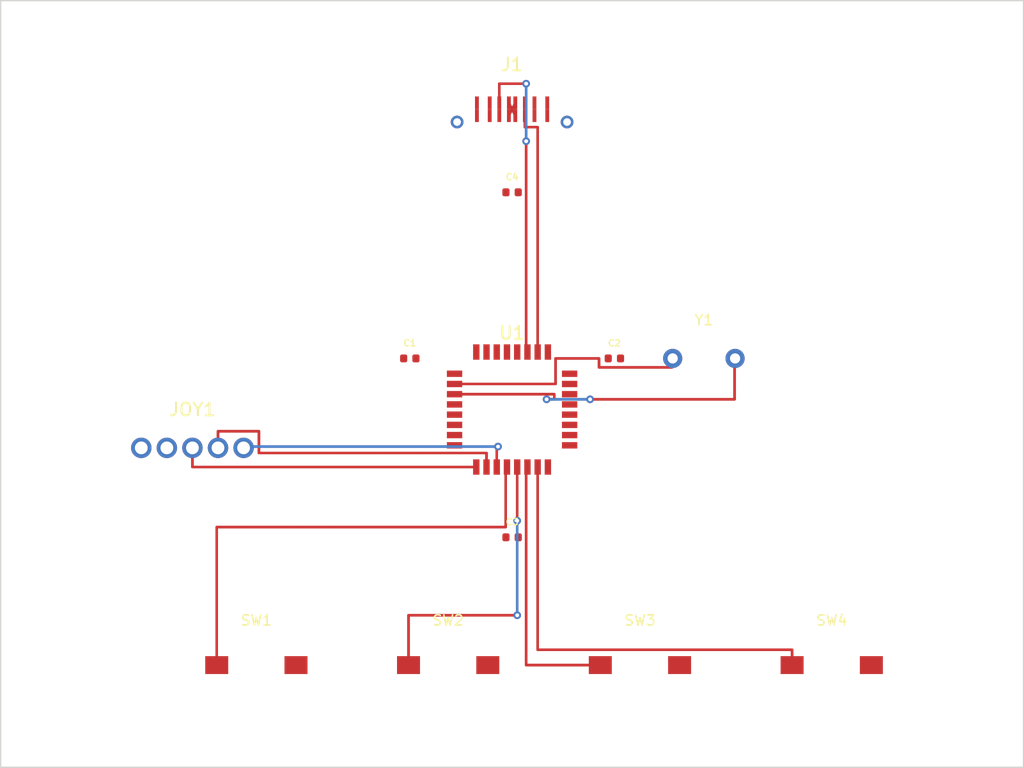
<source format=kicad_pcb>
(kicad_pcb (version 20240108) (generator "kicad-tools-demo") (generator_version "8.0")
  (layers (0 "F.Cu" signal) (31 "B.Cu" signal) (34 "B.Paste" user) (35 "F.Paste" user) (36 "B.SilkS" user "B.Silkscreen") (37 "F.SilkS" user "F.Silkscreen") (38 "B.Mask" user) (39 "F.Mask" user) (44 "Edge.Cuts" user))
  (net 0 "")
  (net 1 "VBUS")
  (net 2 "VCC")
  (net 3 "GND")
  (net 4 "USB_D+")
  (net 5 "USB_D-")
  (net 6 "USB_CC1")
  (net 7 "USB_CC2")
  (net 8 "JOY_X")
  (net 9 "JOY_Y")
  (net 10 "JOY_BTN")
  (net 11 "BTN1")
  (net 12 "BTN2")
  (net 13 "BTN3")
  (net 14 "BTN4")
  (net 15 "XTAL1")
  (net 16 "XTAL2")
  (gr_rect (start 100.0 100.0) (end 180.0 160.0) (stroke (width 0.1)) (fill none) (layer "Edge.Cuts"))
  (footprint "Package_QFP:TQFP-32_7x7mm_P0.8mm" (layer "F.Cu") (at 140.0 132.0)
    (fp_text reference "U1")
    (fp_text value "MCU")
  )
  (footprint "Connector_USB:USB_C_Receptacle_GCT_USB4105" (layer "F.Cu") (at 140.0 108.0)
    (fp_text reference "J1")
    (fp_text value "USB-C")
  )
  (footprint "Module:Joystick_Analog" (layer "F.Cu") (at 115.0 135.0)
    (fp_text reference "JOY1")
    (fp_text value "Joystick")
  )
  (footprint "Crystal:Crystal_HC49-U_Vertical" (layer "F.Cu") (at 155.0 128.0)
    (fp_text reference "Y1")
    (fp_text value "16MHz")
  )
  (footprint "Button_Switch_SMD:SW_SPST_TL3342" (layer "F.Cu") (at 120.0 152.0)
    (fp_text reference "SW1")
    (fp_text value "Button")
  )
  (footprint "Button_Switch_SMD:SW_SPST_TL3342" (layer "F.Cu") (at 135.0 152.0)
    (fp_text reference "SW2")
    (fp_text value "Button")
  )
  (footprint "Button_Switch_SMD:SW_SPST_TL3342" (layer "F.Cu") (at 150.0 152.0)
    (fp_text reference "SW3")
    (fp_text value "Button")
  )
  (footprint "Button_Switch_SMD:SW_SPST_TL3342" (layer "F.Cu") (at 165.0 152.0)
    (fp_text reference "SW4")
    (fp_text value "Button")
  )
  (footprint "Capacitor_SMD:C_0402_1005Metric" (layer "F.Cu") (at 132.0 128.0)
    (fp_text reference "C1")
    (fp_text value "100nF")
  )
  (footprint "Capacitor_SMD:C_0402_1005Metric" (layer "F.Cu") (at 148.0 128.0)
    (fp_text reference "C2")
    (fp_text value "100nF")
  )
  (footprint "Capacitor_SMD:C_0402_1005Metric" (layer "F.Cu") (at 140.0 142.0)
    (fp_text reference "C3")
    (fp_text value "100nF")
  )
  (footprint "Capacitor_SMD:C_0402_1005Metric" (layer "F.Cu") (at 140.0 115.0)
    (fp_text reference "C4")
    (fp_text value "100nF")
  )
  (segment (start 135.5000 130.0000) (end 135.6000 130.0000) (width 0.2) (layer "F.Cu") (net 15))
  (segment (start 135.6000 130.0000) (end 135.7000 130.0000) (width 0.2) (layer "F.Cu") (net 15))
  (segment (start 135.7000 130.0000) (end 135.8000 130.0000) (width 0.2) (layer "F.Cu") (net 15))
  (segment (start 135.8000 130.0000) (end 135.9000 130.0000) (width 0.2) (layer "F.Cu") (net 15))
  (segment (start 135.9000 130.0000) (end 136.0000 130.0000) (width 0.2) (layer "F.Cu") (net 15))
  (segment (start 136.0000 130.0000) (end 136.1000 130.0000) (width 0.2) (layer "F.Cu") (net 15))
  (segment (start 136.1000 130.0000) (end 136.2000 130.0000) (width 0.2) (layer "F.Cu") (net 15))
  (segment (start 136.2000 130.0000) (end 136.3000 130.0000) (width 0.2) (layer "F.Cu") (net 15))
  (segment (start 136.3000 130.0000) (end 136.4000 130.0000) (width 0.2) (layer "F.Cu") (net 15))
  (segment (start 136.4000 130.0000) (end 136.5000 130.0000) (width 0.2) (layer "F.Cu") (net 15))
  (segment (start 136.5000 130.0000) (end 136.6000 130.0000) (width 0.2) (layer "F.Cu") (net 15))
  (segment (start 136.6000 130.0000) (end 136.7000 130.0000) (width 0.2) (layer "F.Cu") (net 15))
  (segment (start 136.7000 130.0000) (end 136.8000 130.0000) (width 0.2) (layer "F.Cu") (net 15))
  (segment (start 136.8000 130.0000) (end 136.9000 130.0000) (width 0.2) (layer "F.Cu") (net 15))
  (segment (start 136.9000 130.0000) (end 137.0000 130.0000) (width 0.2) (layer "F.Cu") (net 15))
  (segment (start 137.0000 130.0000) (end 137.1000 130.0000) (width 0.2) (layer "F.Cu") (net 15))
  (segment (start 137.1000 130.0000) (end 137.2000 130.0000) (width 0.2) (layer "F.Cu") (net 15))
  (segment (start 137.2000 130.0000) (end 137.3000 130.0000) (width 0.2) (layer "F.Cu") (net 15))
  (segment (start 137.3000 130.0000) (end 137.4000 130.0000) (width 0.2) (layer "F.Cu") (net 15))
  (segment (start 137.4000 130.0000) (end 137.5000 130.0000) (width 0.2) (layer "F.Cu") (net 15))
  (segment (start 137.5000 130.0000) (end 137.6000 130.0000) (width 0.2) (layer "F.Cu") (net 15))
  (segment (start 137.6000 130.0000) (end 137.7000 130.0000) (width 0.2) (layer "F.Cu") (net 15))
  (segment (start 137.7000 130.0000) (end 137.8000 130.0000) (width 0.2) (layer "F.Cu") (net 15))
  (segment (start 137.8000 130.0000) (end 137.9000 130.0000) (width 0.2) (layer "F.Cu") (net 15))
  (segment (start 137.9000 130.0000) (end 138.0000 130.0000) (width 0.2) (layer "F.Cu") (net 15))
  (segment (start 138.0000 130.0000) (end 138.1000 130.0000) (width 0.2) (layer "F.Cu") (net 15))
  (segment (start 138.1000 130.0000) (end 138.2000 130.0000) (width 0.2) (layer "F.Cu") (net 15))
  (segment (start 138.2000 130.0000) (end 138.3000 130.0000) (width 0.2) (layer "F.Cu") (net 15))
  (segment (start 138.3000 130.0000) (end 138.4000 130.0000) (width 0.2) (layer "F.Cu") (net 15))
  (segment (start 138.4000 130.0000) (end 138.5000 130.0000) (width 0.2) (layer "F.Cu") (net 15))
  (segment (start 138.5000 130.0000) (end 138.6000 130.0000) (width 0.2) (layer "F.Cu") (net 15))
  (segment (start 138.6000 130.0000) (end 138.7000 130.0000) (width 0.2) (layer "F.Cu") (net 15))
  (segment (start 138.7000 130.0000) (end 138.8000 130.0000) (width 0.2) (layer "F.Cu") (net 15))
  (segment (start 138.8000 130.0000) (end 138.9000 130.0000) (width 0.2) (layer "F.Cu") (net 15))
  (segment (start 138.9000 130.0000) (end 139.0000 130.0000) (width 0.2) (layer "F.Cu") (net 15))
  (segment (start 139.0000 130.0000) (end 139.1000 130.0000) (width 0.2) (layer "F.Cu") (net 15))
  (segment (start 139.1000 130.0000) (end 139.2000 130.0000) (width 0.2) (layer "F.Cu") (net 15))
  (segment (start 139.2000 130.0000) (end 139.3000 130.0000) (width 0.2) (layer "F.Cu") (net 15))
  (segment (start 139.3000 130.0000) (end 139.4000 130.0000) (width 0.2) (layer "F.Cu") (net 15))
  (segment (start 139.4000 130.0000) (end 139.5000 130.0000) (width 0.2) (layer "F.Cu") (net 15))
  (segment (start 139.5000 130.0000) (end 139.6000 130.0000) (width 0.2) (layer "F.Cu") (net 15))
  (segment (start 139.6000 130.0000) (end 139.7000 130.0000) (width 0.2) (layer "F.Cu") (net 15))
  (segment (start 139.7000 130.0000) (end 139.8000 130.0000) (width 0.2) (layer "F.Cu") (net 15))
  (segment (start 139.8000 130.0000) (end 139.9000 130.0000) (width 0.2) (layer "F.Cu") (net 15))
  (segment (start 139.9000 130.0000) (end 140.0000 130.0000) (width 0.2) (layer "F.Cu") (net 15))
  (segment (start 140.0000 130.0000) (end 140.1000 130.0000) (width 0.2) (layer "F.Cu") (net 15))
  (segment (start 140.1000 130.0000) (end 140.2000 130.0000) (width 0.2) (layer "F.Cu") (net 15))
  (segment (start 140.2000 130.0000) (end 140.3000 130.0000) (width 0.2) (layer "F.Cu") (net 15))
  (segment (start 140.3000 130.0000) (end 140.4000 130.0000) (width 0.2) (layer "F.Cu") (net 15))
  (segment (start 140.4000 130.0000) (end 140.5000 130.0000) (width 0.2) (layer "F.Cu") (net 15))
  (segment (start 140.5000 130.0000) (end 140.6000 130.0000) (width 0.2) (layer "F.Cu") (net 15))
  (segment (start 140.6000 130.0000) (end 140.7000 130.0000) (width 0.2) (layer "F.Cu") (net 15))
  (segment (start 140.7000 130.0000) (end 140.8000 130.0000) (width 0.2) (layer "F.Cu") (net 15))
  (segment (start 140.8000 130.0000) (end 140.9000 130.0000) (width 0.2) (layer "F.Cu") (net 15))
  (segment (start 140.9000 130.0000) (end 141.0000 130.0000) (width 0.2) (layer "F.Cu") (net 15))
  (segment (start 141.0000 130.0000) (end 141.1000 130.0000) (width 0.2) (layer "F.Cu") (net 15))
  (segment (start 141.1000 130.0000) (end 141.2000 130.0000) (width 0.2) (layer "F.Cu") (net 15))
  (segment (start 141.2000 130.0000) (end 141.3000 130.0000) (width 0.2) (layer "F.Cu") (net 15))
  (segment (start 141.3000 130.0000) (end 141.4000 130.0000) (width 0.2) (layer "F.Cu") (net 15))
  (segment (start 141.4000 130.0000) (end 141.5000 130.0000) (width 0.2) (layer "F.Cu") (net 15))
  (segment (start 141.5000 130.0000) (end 141.6000 130.0000) (width 0.2) (layer "F.Cu") (net 15))
  (segment (start 141.6000 130.0000) (end 141.7000 130.0000) (width 0.2) (layer "F.Cu") (net 15))
  (segment (start 141.7000 130.0000) (end 141.8000 130.0000) (width 0.2) (layer "F.Cu") (net 15))
  (segment (start 141.8000 130.0000) (end 141.9000 130.0000) (width 0.2) (layer "F.Cu") (net 15))
  (segment (start 141.9000 130.0000) (end 142.0000 130.0000) (width 0.2) (layer "F.Cu") (net 15))
  (segment (start 142.0000 130.0000) (end 142.1000 130.0000) (width 0.2) (layer "F.Cu") (net 15))
  (segment (start 142.1000 130.0000) (end 142.2000 130.0000) (width 0.2) (layer "F.Cu") (net 15))
  (segment (start 142.2000 130.0000) (end 142.3000 130.0000) (width 0.2) (layer "F.Cu") (net 15))
  (segment (start 142.3000 130.0000) (end 142.4000 130.0000) (width 0.2) (layer "F.Cu") (net 15))
  (segment (start 142.4000 130.0000) (end 142.5000 130.0000) (width 0.2) (layer "F.Cu") (net 15))
  (segment (start 142.5000 130.0000) (end 142.6000 130.0000) (width 0.2) (layer "F.Cu") (net 15))
  (segment (start 142.6000 130.0000) (end 142.7000 130.0000) (width 0.2) (layer "F.Cu") (net 15))
  (segment (start 142.7000 130.0000) (end 142.8000 130.0000) (width 0.2) (layer "F.Cu") (net 15))
  (segment (start 142.8000 130.0000) (end 142.9000 130.0000) (width 0.2) (layer "F.Cu") (net 15))
  (segment (start 142.9000 130.0000) (end 143.0000 130.0000) (width 0.2) (layer "F.Cu") (net 15))
  (segment (start 143.0000 130.0000) (end 143.1000 130.0000) (width 0.2) (layer "F.Cu") (net 15))
  (segment (start 143.1000 130.0000) (end 143.2000 130.0000) (width 0.2) (layer "F.Cu") (net 15))
  (segment (start 143.2000 130.0000) (end 143.3000 130.0000) (width 0.2) (layer "F.Cu") (net 15))
  (segment (start 143.3000 130.0000) (end 143.4000 130.0000) (width 0.2) (layer "F.Cu") (net 15))
  (segment (start 143.4000 130.0000) (end 143.4000 129.9000) (width 0.2) (layer "F.Cu") (net 15))
  (segment (start 143.4000 129.9000) (end 143.4000 129.8000) (width 0.2) (layer "F.Cu") (net 15))
  (segment (start 143.4000 129.8000) (end 143.4000 129.7000) (width 0.2) (layer "F.Cu") (net 15))
  (segment (start 143.4000 129.7000) (end 143.4000 129.6000) (width 0.2) (layer "F.Cu") (net 15))
  (segment (start 143.4000 129.6000) (end 143.4000 129.5000) (width 0.2) (layer "F.Cu") (net 15))
  (segment (start 143.4000 129.5000) (end 143.4000 129.4000) (width 0.2) (layer "F.Cu") (net 15))
  (segment (start 143.4000 129.4000) (end 143.4000 129.3000) (width 0.2) (layer "F.Cu") (net 15))
  (segment (start 143.4000 129.3000) (end 143.4000 129.2000) (width 0.2) (layer "F.Cu") (net 15))
  (segment (start 143.4000 129.2000) (end 143.4000 129.1000) (width 0.2) (layer "F.Cu") (net 15))
  (segment (start 143.4000 129.1000) (end 143.4000 129.0000) (width 0.2) (layer "F.Cu") (net 15))
  (segment (start 143.4000 129.0000) (end 143.4000 128.9000) (width 0.2) (layer "F.Cu") (net 15))
  (segment (start 143.4000 128.9000) (end 143.4000 128.8000) (width 0.2) (layer "F.Cu") (net 15))
  (segment (start 143.4000 128.8000) (end 143.4000 128.7000) (width 0.2) (layer "F.Cu") (net 15))
  (segment (start 143.4000 128.7000) (end 143.4000 128.6000) (width 0.2) (layer "F.Cu") (net 15))
  (segment (start 143.4000 128.6000) (end 143.4000 128.5000) (width 0.2) (layer "F.Cu") (net 15))
  (segment (start 143.4000 128.5000) (end 143.4000 128.4000) (width 0.2) (layer "F.Cu") (net 15))
  (segment (start 143.4000 128.4000) (end 143.4000 128.3000) (width 0.2) (layer "F.Cu") (net 15))
  (segment (start 143.4000 128.3000) (end 143.4000 128.2000) (width 0.2) (layer "F.Cu") (net 15))
  (segment (start 143.4000 128.2000) (end 143.4000 128.1000) (width 0.2) (layer "F.Cu") (net 15))
  (segment (start 143.4000 128.1000) (end 143.4000 128.0000) (width 0.2) (layer "F.Cu") (net 15))
  (segment (start 143.4000 128.0000) (end 143.5000 128.0000) (width 0.2) (layer "F.Cu") (net 15))
  (segment (start 143.5000 128.0000) (end 143.6000 128.0000) (width 0.2) (layer "F.Cu") (net 15))
  (segment (start 143.6000 128.0000) (end 143.7000 128.0000) (width 0.2) (layer "F.Cu") (net 15))
  (segment (start 143.7000 128.0000) (end 143.8000 128.0000) (width 0.2) (layer "F.Cu") (net 15))
  (segment (start 143.8000 128.0000) (end 143.9000 128.0000) (width 0.2) (layer "F.Cu") (net 15))
  (segment (start 143.9000 128.0000) (end 144.0000 128.0000) (width 0.2) (layer "F.Cu") (net 15))
  (segment (start 144.0000 128.0000) (end 144.1000 128.0000) (width 0.2) (layer "F.Cu") (net 15))
  (segment (start 144.1000 128.0000) (end 144.2000 128.0000) (width 0.2) (layer "F.Cu") (net 15))
  (segment (start 144.2000 128.0000) (end 144.3000 128.0000) (width 0.2) (layer "F.Cu") (net 15))
  (segment (start 144.3000 128.0000) (end 144.4000 128.0000) (width 0.2) (layer "F.Cu") (net 15))
  (segment (start 144.4000 128.0000) (end 144.5000 128.0000) (width 0.2) (layer "F.Cu") (net 15))
  (segment (start 144.5000 128.0000) (end 144.6000 128.0000) (width 0.2) (layer "F.Cu") (net 15))
  (segment (start 144.6000 128.0000) (end 144.7000 128.0000) (width 0.2) (layer "F.Cu") (net 15))
  (segment (start 144.7000 128.0000) (end 144.8000 128.0000) (width 0.2) (layer "F.Cu") (net 15))
  (segment (start 144.8000 128.0000) (end 144.9000 128.0000) (width 0.2) (layer "F.Cu") (net 15))
  (segment (start 144.9000 128.0000) (end 145.0000 128.0000) (width 0.2) (layer "F.Cu") (net 15))
  (segment (start 145.0000 128.0000) (end 145.1000 128.0000) (width 0.2) (layer "F.Cu") (net 15))
  (segment (start 145.1000 128.0000) (end 145.2000 128.0000) (width 0.2) (layer "F.Cu") (net 15))
  (segment (start 145.2000 128.0000) (end 145.3000 128.0000) (width 0.2) (layer "F.Cu") (net 15))
  (segment (start 145.3000 128.0000) (end 145.4000 128.0000) (width 0.2) (layer "F.Cu") (net 15))
  (segment (start 145.4000 128.0000) (end 145.5000 128.0000) (width 0.2) (layer "F.Cu") (net 15))
  (segment (start 145.5000 128.0000) (end 145.6000 128.0000) (width 0.2) (layer "F.Cu") (net 15))
  (segment (start 145.6000 128.0000) (end 145.7000 128.0000) (width 0.2) (layer "F.Cu") (net 15))
  (segment (start 145.7000 128.0000) (end 145.8000 128.0000) (width 0.2) (layer "F.Cu") (net 15))
  (segment (start 145.8000 128.0000) (end 145.9000 128.0000) (width 0.2) (layer "F.Cu") (net 15))
  (segment (start 145.9000 128.0000) (end 146.0000 128.0000) (width 0.2) (layer "F.Cu") (net 15))
  (segment (start 146.0000 128.0000) (end 146.1000 128.0000) (width 0.2) (layer "F.Cu") (net 15))
  (segment (start 146.1000 128.0000) (end 146.2000 128.0000) (width 0.2) (layer "F.Cu") (net 15))
  (segment (start 146.2000 128.0000) (end 146.3000 128.0000) (width 0.2) (layer "F.Cu") (net 15))
  (segment (start 146.3000 128.0000) (end 146.4000 128.0000) (width 0.2) (layer "F.Cu") (net 15))
  (segment (start 146.4000 128.0000) (end 146.5000 128.0000) (width 0.2) (layer "F.Cu") (net 15))
  (segment (start 146.5000 128.0000) (end 146.6000 128.0000) (width 0.2) (layer "F.Cu") (net 15))
  (segment (start 146.6000 128.0000) (end 146.7000 128.0000) (width 0.2) (layer "F.Cu") (net 15))
  (segment (start 146.7000 128.0000) (end 146.8000 128.0000) (width 0.2) (layer "F.Cu") (net 15))
  (segment (start 146.8000 128.0000) (end 146.8000 128.1000) (width 0.2) (layer "F.Cu") (net 15))
  (segment (start 146.8000 128.1000) (end 146.8000 128.2000) (width 0.2) (layer "F.Cu") (net 15))
  (segment (start 146.8000 128.2000) (end 146.8000 128.3000) (width 0.2) (layer "F.Cu") (net 15))
  (segment (start 146.8000 128.3000) (end 146.8000 128.4000) (width 0.2) (layer "F.Cu") (net 15))
  (segment (start 146.8000 128.4000) (end 146.8000 128.5000) (width 0.2) (layer "F.Cu") (net 15))
  (segment (start 146.8000 128.5000) (end 146.8000 128.6000) (width 0.2) (layer "F.Cu") (net 15))
  (segment (start 146.8000 128.6000) (end 146.8000 128.7000) (width 0.2) (layer "F.Cu") (net 15))
  (segment (start 146.8000 128.7000) (end 146.9000 128.7000) (width 0.2) (layer "F.Cu") (net 15))
  (segment (start 146.9000 128.7000) (end 147.0000 128.7000) (width 0.2) (layer "F.Cu") (net 15))
  (segment (start 147.0000 128.7000) (end 147.1000 128.7000) (width 0.2) (layer "F.Cu") (net 15))
  (segment (start 147.1000 128.7000) (end 147.2000 128.7000) (width 0.2) (layer "F.Cu") (net 15))
  (segment (start 147.2000 128.7000) (end 147.3000 128.7000) (width 0.2) (layer "F.Cu") (net 15))
  (segment (start 147.3000 128.7000) (end 147.4000 128.7000) (width 0.2) (layer "F.Cu") (net 15))
  (segment (start 147.4000 128.7000) (end 147.5000 128.7000) (width 0.2) (layer "F.Cu") (net 15))
  (segment (start 147.5000 128.7000) (end 147.6000 128.7000) (width 0.2) (layer "F.Cu") (net 15))
  (segment (start 147.6000 128.7000) (end 147.7000 128.7000) (width 0.2) (layer "F.Cu") (net 15))
  (segment (start 147.7000 128.7000) (end 147.8000 128.7000) (width 0.2) (layer "F.Cu") (net 15))
  (segment (start 147.8000 128.7000) (end 147.9000 128.7000) (width 0.2) (layer "F.Cu") (net 15))
  (segment (start 147.9000 128.7000) (end 148.0000 128.7000) (width 0.2) (layer "F.Cu") (net 15))
  (segment (start 148.0000 128.7000) (end 148.1000 128.7000) (width 0.2) (layer "F.Cu") (net 15))
  (segment (start 148.1000 128.7000) (end 148.2000 128.7000) (width 0.2) (layer "F.Cu") (net 15))
  (segment (start 148.2000 128.7000) (end 148.3000 128.7000) (width 0.2) (layer "F.Cu") (net 15))
  (segment (start 148.3000 128.7000) (end 148.4000 128.7000) (width 0.2) (layer "F.Cu") (net 15))
  (segment (start 148.4000 128.7000) (end 148.5000 128.7000) (width 0.2) (layer "F.Cu") (net 15))
  (segment (start 148.5000 128.7000) (end 148.6000 128.7000) (width 0.2) (layer "F.Cu") (net 15))
  (segment (start 148.6000 128.7000) (end 148.7000 128.7000) (width 0.2) (layer "F.Cu") (net 15))
  (segment (start 148.7000 128.7000) (end 148.8000 128.7000) (width 0.2) (layer "F.Cu") (net 15))
  (segment (start 148.8000 128.7000) (end 148.9000 128.7000) (width 0.2) (layer "F.Cu") (net 15))
  (segment (start 148.9000 128.7000) (end 149.0000 128.7000) (width 0.2) (layer "F.Cu") (net 15))
  (segment (start 149.0000 128.7000) (end 149.1000 128.7000) (width 0.2) (layer "F.Cu") (net 15))
  (segment (start 149.1000 128.7000) (end 149.2000 128.7000) (width 0.2) (layer "F.Cu") (net 15))
  (segment (start 149.2000 128.7000) (end 149.3000 128.7000) (width 0.2) (layer "F.Cu") (net 15))
  (segment (start 149.3000 128.7000) (end 149.4000 128.7000) (width 0.2) (layer "F.Cu") (net 15))
  (segment (start 149.4000 128.7000) (end 149.5000 128.7000) (width 0.2) (layer "F.Cu") (net 15))
  (segment (start 149.5000 128.7000) (end 149.6000 128.7000) (width 0.2) (layer "F.Cu") (net 15))
  (segment (start 149.6000 128.7000) (end 149.7000 128.7000) (width 0.2) (layer "F.Cu") (net 15))
  (segment (start 149.7000 128.7000) (end 149.8000 128.7000) (width 0.2) (layer "F.Cu") (net 15))
  (segment (start 149.8000 128.7000) (end 149.9000 128.7000) (width 0.2) (layer "F.Cu") (net 15))
  (segment (start 149.9000 128.7000) (end 150.0000 128.7000) (width 0.2) (layer "F.Cu") (net 15))
  (segment (start 150.0000 128.7000) (end 150.1000 128.7000) (width 0.2) (layer "F.Cu") (net 15))
  (segment (start 150.1000 128.7000) (end 150.2000 128.7000) (width 0.2) (layer "F.Cu") (net 15))
  (segment (start 150.2000 128.7000) (end 150.3000 128.7000) (width 0.2) (layer "F.Cu") (net 15))
  (segment (start 150.3000 128.7000) (end 150.4000 128.7000) (width 0.2) (layer "F.Cu") (net 15))
  (segment (start 150.4000 128.7000) (end 150.5000 128.7000) (width 0.2) (layer "F.Cu") (net 15))
  (segment (start 150.5000 128.7000) (end 150.6000 128.7000) (width 0.2) (layer "F.Cu") (net 15))
  (segment (start 150.6000 128.7000) (end 150.7000 128.7000) (width 0.2) (layer "F.Cu") (net 15))
  (segment (start 150.7000 128.7000) (end 150.8000 128.7000) (width 0.2) (layer "F.Cu") (net 15))
  (segment (start 150.8000 128.7000) (end 150.9000 128.7000) (width 0.2) (layer "F.Cu") (net 15))
  (segment (start 150.9000 128.7000) (end 151.0000 128.7000) (width 0.2) (layer "F.Cu") (net 15))
  (segment (start 151.0000 128.7000) (end 151.1000 128.7000) (width 0.2) (layer "F.Cu") (net 15))
  (segment (start 151.1000 128.7000) (end 151.2000 128.7000) (width 0.2) (layer "F.Cu") (net 15))
  (segment (start 151.2000 128.7000) (end 151.3000 128.7000) (width 0.2) (layer "F.Cu") (net 15))
  (segment (start 151.3000 128.7000) (end 151.4000 128.7000) (width 0.2) (layer "F.Cu") (net 15))
  (segment (start 151.4000 128.7000) (end 151.5000 128.7000) (width 0.2) (layer "F.Cu") (net 15))
  (segment (start 151.5000 128.7000) (end 151.6000 128.7000) (width 0.2) (layer "F.Cu") (net 15))
  (segment (start 151.6000 128.7000) (end 151.7000 128.7000) (width 0.2) (layer "F.Cu") (net 15))
  (segment (start 151.7000 128.7000) (end 151.8000 128.7000) (width 0.2) (layer "F.Cu") (net 15))
  (segment (start 151.8000 128.7000) (end 151.9000 128.7000) (width 0.2) (layer "F.Cu") (net 15))
  (segment (start 151.9000 128.7000) (end 152.0000 128.7000) (width 0.2) (layer "F.Cu") (net 15))
  (segment (start 152.0000 128.7000) (end 152.1000 128.7000) (width 0.2) (layer "F.Cu") (net 15))
  (segment (start 152.1000 128.7000) (end 152.2000 128.7000) (width 0.2) (layer "F.Cu") (net 15))
  (segment (start 152.2000 128.7000) (end 152.3000 128.7000) (width 0.2) (layer "F.Cu") (net 15))
  (segment (start 152.3000 128.7000) (end 152.4000 128.7000) (width 0.2) (layer "F.Cu") (net 15))
  (segment (start 152.4000 128.7000) (end 152.5000 128.7000) (width 0.2) (layer "F.Cu") (net 15))
  (segment (start 152.5000 128.7000) (end 152.5000 128.6000) (width 0.2) (layer "F.Cu") (net 15))
  (segment (start 152.5000 128.6000) (end 152.5000 128.5000) (width 0.2) (layer "F.Cu") (net 15))
  (segment (start 152.5000 128.5000) (end 152.5000 128.4000) (width 0.2) (layer "F.Cu") (net 15))
  (segment (start 152.5000 128.4000) (end 152.5000 128.3000) (width 0.2) (layer "F.Cu") (net 15))
  (segment (start 152.5000 128.3000) (end 152.5000 128.2000) (width 0.2) (layer "F.Cu") (net 15))
  (segment (start 152.5000 128.2000) (end 152.5000 128.1000) (width 0.2) (layer "F.Cu") (net 15))
  (segment (start 152.5000 128.1000) (end 152.5000 128.0000) (width 0.2) (layer "F.Cu") (net 15))
  (segment (start 152.5000 128.0000) (end 152.5600 128.0000) (width 0.2) (layer "F.Cu") (net 15))
  (segment (start 135.5000 130.8000) (end 135.6000 130.8000) (width 0.2) (layer "F.Cu") (net 16))
  (segment (start 135.6000 130.8000) (end 135.7000 130.8000) (width 0.2) (layer "F.Cu") (net 16))
  (segment (start 135.7000 130.8000) (end 135.8000 130.8000) (width 0.2) (layer "F.Cu") (net 16))
  (segment (start 135.8000 130.8000) (end 135.9000 130.8000) (width 0.2) (layer "F.Cu") (net 16))
  (segment (start 135.9000 130.8000) (end 136.0000 130.8000) (width 0.2) (layer "F.Cu") (net 16))
  (segment (start 136.0000 130.8000) (end 136.1000 130.8000) (width 0.2) (layer "F.Cu") (net 16))
  (segment (start 136.1000 130.8000) (end 136.2000 130.8000) (width 0.2) (layer "F.Cu") (net 16))
  (segment (start 136.2000 130.8000) (end 136.3000 130.8000) (width 0.2) (layer "F.Cu") (net 16))
  (segment (start 136.3000 130.8000) (end 136.4000 130.8000) (width 0.2) (layer "F.Cu") (net 16))
  (segment (start 136.4000 130.8000) (end 136.5000 130.8000) (width 0.2) (layer "F.Cu") (net 16))
  (segment (start 136.5000 130.8000) (end 136.6000 130.8000) (width 0.2) (layer "F.Cu") (net 16))
  (segment (start 136.6000 130.8000) (end 136.7000 130.8000) (width 0.2) (layer "F.Cu") (net 16))
  (segment (start 136.7000 130.8000) (end 136.8000 130.8000) (width 0.2) (layer "F.Cu") (net 16))
  (segment (start 136.8000 130.8000) (end 136.9000 130.8000) (width 0.2) (layer "F.Cu") (net 16))
  (segment (start 136.9000 130.8000) (end 137.0000 130.8000) (width 0.2) (layer "F.Cu") (net 16))
  (segment (start 137.0000 130.8000) (end 137.1000 130.8000) (width 0.2) (layer "F.Cu") (net 16))
  (segment (start 137.1000 130.8000) (end 137.2000 130.8000) (width 0.2) (layer "F.Cu") (net 16))
  (segment (start 137.2000 130.8000) (end 137.3000 130.8000) (width 0.2) (layer "F.Cu") (net 16))
  (segment (start 137.3000 130.8000) (end 137.4000 130.8000) (width 0.2) (layer "F.Cu") (net 16))
  (segment (start 137.4000 130.8000) (end 137.5000 130.8000) (width 0.2) (layer "F.Cu") (net 16))
  (segment (start 137.5000 130.8000) (end 137.6000 130.8000) (width 0.2) (layer "F.Cu") (net 16))
  (segment (start 137.6000 130.8000) (end 137.7000 130.8000) (width 0.2) (layer "F.Cu") (net 16))
  (segment (start 137.7000 130.8000) (end 137.8000 130.8000) (width 0.2) (layer "F.Cu") (net 16))
  (segment (start 137.8000 130.8000) (end 137.9000 130.8000) (width 0.2) (layer "F.Cu") (net 16))
  (segment (start 137.9000 130.8000) (end 138.0000 130.8000) (width 0.2) (layer "F.Cu") (net 16))
  (segment (start 138.0000 130.8000) (end 138.1000 130.8000) (width 0.2) (layer "F.Cu") (net 16))
  (segment (start 138.1000 130.8000) (end 138.2000 130.8000) (width 0.2) (layer "F.Cu") (net 16))
  (segment (start 138.2000 130.8000) (end 138.3000 130.8000) (width 0.2) (layer "F.Cu") (net 16))
  (segment (start 138.3000 130.8000) (end 138.4000 130.8000) (width 0.2) (layer "F.Cu") (net 16))
  (segment (start 138.4000 130.8000) (end 138.5000 130.8000) (width 0.2) (layer "F.Cu") (net 16))
  (segment (start 138.5000 130.8000) (end 138.6000 130.8000) (width 0.2) (layer "F.Cu") (net 16))
  (segment (start 138.6000 130.8000) (end 138.7000 130.8000) (width 0.2) (layer "F.Cu") (net 16))
  (segment (start 138.7000 130.8000) (end 138.8000 130.8000) (width 0.2) (layer "F.Cu") (net 16))
  (segment (start 138.8000 130.8000) (end 138.9000 130.8000) (width 0.2) (layer "F.Cu") (net 16))
  (segment (start 138.9000 130.8000) (end 139.0000 130.8000) (width 0.2) (layer "F.Cu") (net 16))
  (segment (start 139.0000 130.8000) (end 139.1000 130.8000) (width 0.2) (layer "F.Cu") (net 16))
  (segment (start 139.1000 130.8000) (end 139.2000 130.8000) (width 0.2) (layer "F.Cu") (net 16))
  (segment (start 139.2000 130.8000) (end 139.3000 130.8000) (width 0.2) (layer "F.Cu") (net 16))
  (segment (start 139.3000 130.8000) (end 139.4000 130.8000) (width 0.2) (layer "F.Cu") (net 16))
  (segment (start 139.4000 130.8000) (end 139.5000 130.8000) (width 0.2) (layer "F.Cu") (net 16))
  (segment (start 139.5000 130.8000) (end 139.6000 130.8000) (width 0.2) (layer "F.Cu") (net 16))
  (segment (start 139.6000 130.8000) (end 139.7000 130.8000) (width 0.2) (layer "F.Cu") (net 16))
  (segment (start 139.7000 130.8000) (end 139.8000 130.8000) (width 0.2) (layer "F.Cu") (net 16))
  (segment (start 139.8000 130.8000) (end 139.9000 130.8000) (width 0.2) (layer "F.Cu") (net 16))
  (segment (start 139.9000 130.8000) (end 140.0000 130.8000) (width 0.2) (layer "F.Cu") (net 16))
  (segment (start 140.0000 130.8000) (end 140.1000 130.8000) (width 0.2) (layer "F.Cu") (net 16))
  (segment (start 140.1000 130.8000) (end 140.2000 130.8000) (width 0.2) (layer "F.Cu") (net 16))
  (segment (start 140.2000 130.8000) (end 140.3000 130.8000) (width 0.2) (layer "F.Cu") (net 16))
  (segment (start 140.3000 130.8000) (end 140.4000 130.8000) (width 0.2) (layer "F.Cu") (net 16))
  (segment (start 140.4000 130.8000) (end 140.5000 130.8000) (width 0.2) (layer "F.Cu") (net 16))
  (segment (start 140.5000 130.8000) (end 140.6000 130.8000) (width 0.2) (layer "F.Cu") (net 16))
  (segment (start 140.6000 130.8000) (end 140.7000 130.8000) (width 0.2) (layer "F.Cu") (net 16))
  (segment (start 140.7000 130.8000) (end 140.8000 130.8000) (width 0.2) (layer "F.Cu") (net 16))
  (segment (start 140.8000 130.8000) (end 140.9000 130.8000) (width 0.2) (layer "F.Cu") (net 16))
  (segment (start 140.9000 130.8000) (end 141.0000 130.8000) (width 0.2) (layer "F.Cu") (net 16))
  (segment (start 141.0000 130.8000) (end 141.1000 130.8000) (width 0.2) (layer "F.Cu") (net 16))
  (segment (start 141.1000 130.8000) (end 141.2000 130.8000) (width 0.2) (layer "F.Cu") (net 16))
  (segment (start 141.2000 130.8000) (end 141.3000 130.8000) (width 0.2) (layer "F.Cu") (net 16))
  (segment (start 141.3000 130.8000) (end 141.4000 130.8000) (width 0.2) (layer "F.Cu") (net 16))
  (segment (start 141.4000 130.8000) (end 141.5000 130.8000) (width 0.2) (layer "F.Cu") (net 16))
  (segment (start 141.5000 130.8000) (end 141.6000 130.8000) (width 0.2) (layer "F.Cu") (net 16))
  (segment (start 141.6000 130.8000) (end 141.7000 130.8000) (width 0.2) (layer "F.Cu") (net 16))
  (segment (start 141.7000 130.8000) (end 141.8000 130.8000) (width 0.2) (layer "F.Cu") (net 16))
  (segment (start 141.8000 130.8000) (end 141.9000 130.8000) (width 0.2) (layer "F.Cu") (net 16))
  (segment (start 141.9000 130.8000) (end 142.0000 130.8000) (width 0.2) (layer "F.Cu") (net 16))
  (segment (start 142.0000 130.8000) (end 142.1000 130.8000) (width 0.2) (layer "F.Cu") (net 16))
  (segment (start 142.1000 130.8000) (end 142.2000 130.8000) (width 0.2) (layer "F.Cu") (net 16))
  (segment (start 142.2000 130.8000) (end 142.3000 130.8000) (width 0.2) (layer "F.Cu") (net 16))
  (segment (start 142.3000 130.8000) (end 142.4000 130.8000) (width 0.2) (layer "F.Cu") (net 16))
  (segment (start 142.4000 130.8000) (end 142.5000 130.8000) (width 0.2) (layer "F.Cu") (net 16))
  (segment (start 142.5000 130.8000) (end 142.6000 130.8000) (width 0.2) (layer "F.Cu") (net 16))
  (segment (start 142.6000 130.8000) (end 142.7000 130.8000) (width 0.2) (layer "F.Cu") (net 16))
  (segment (start 142.7000 130.8000) (end 142.8000 130.8000) (width 0.2) (layer "F.Cu") (net 16))
  (segment (start 142.8000 130.8000) (end 142.9000 130.8000) (width 0.2) (layer "F.Cu") (net 16))
  (segment (start 142.9000 130.8000) (end 143.0000 130.8000) (width 0.2) (layer "F.Cu") (net 16))
  (segment (start 143.0000 130.8000) (end 143.1000 130.8000) (width 0.2) (layer "F.Cu") (net 16))
  (segment (start 143.1000 130.8000) (end 143.2000 130.8000) (width 0.2) (layer "F.Cu") (net 16))
  (segment (start 143.2000 130.8000) (end 143.3000 130.8000) (width 0.2) (layer "F.Cu") (net 16))
  (segment (start 143.3000 130.8000) (end 143.3000 130.9000) (width 0.2) (layer "F.Cu") (net 16))
  (segment (start 143.3000 130.9000) (end 143.3000 131.0000) (width 0.2) (layer "F.Cu") (net 16))
  (segment (start 143.3000 131.0000) (end 143.3000 131.1000) (width 0.2) (layer "F.Cu") (net 16))
  (segment (start 143.3000 131.1000) (end 143.3000 131.2000) (width 0.2) (layer "F.Cu") (net 16))
  (segment (start 143.3000 131.2000) (end 143.2000 131.2000) (width 0.2) (layer "F.Cu") (net 16))
  (segment (start 143.2000 131.2000) (end 143.1000 131.2000) (width 0.2) (layer "F.Cu") (net 16))
  (segment (start 143.1000 131.2000) (end 143.0000 131.2000) (width 0.2) (layer "F.Cu") (net 16))
  (segment (start 143.0000 131.2000) (end 142.9000 131.2000) (width 0.2) (layer "F.Cu") (net 16))
  (segment (start 142.9000 131.2000) (end 142.8000 131.2000) (width 0.2) (layer "F.Cu") (net 16))
  (segment (start 142.8000 131.2000) (end 142.7000 131.2000) (width 0.2) (layer "F.Cu") (net 16))
  (segment (start 142.7000 131.2000) (end 142.8000 131.2000) (width 0.2) (layer "B.Cu") (net 16))
  (segment (start 142.8000 131.2000) (end 142.9000 131.2000) (width 0.2) (layer "B.Cu") (net 16))
  (segment (start 142.9000 131.2000) (end 143.0000 131.2000) (width 0.2) (layer "B.Cu") (net 16))
  (segment (start 143.0000 131.2000) (end 143.1000 131.2000) (width 0.2) (layer "B.Cu") (net 16))
  (segment (start 143.1000 131.2000) (end 143.2000 131.2000) (width 0.2) (layer "B.Cu") (net 16))
  (segment (start 143.2000 131.2000) (end 143.3000 131.2000) (width 0.2) (layer "B.Cu") (net 16))
  (segment (start 143.3000 131.2000) (end 143.4000 131.2000) (width 0.2) (layer "B.Cu") (net 16))
  (segment (start 143.4000 131.2000) (end 143.5000 131.2000) (width 0.2) (layer "B.Cu") (net 16))
  (segment (start 143.5000 131.2000) (end 143.6000 131.2000) (width 0.2) (layer "B.Cu") (net 16))
  (segment (start 143.6000 131.2000) (end 143.7000 131.2000) (width 0.2) (layer "B.Cu") (net 16))
  (segment (start 143.7000 131.2000) (end 143.8000 131.2000) (width 0.2) (layer "B.Cu") (net 16))
  (segment (start 143.8000 131.2000) (end 143.9000 131.2000) (width 0.2) (layer "B.Cu") (net 16))
  (segment (start 143.9000 131.2000) (end 144.0000 131.2000) (width 0.2) (layer "B.Cu") (net 16))
  (segment (start 144.0000 131.2000) (end 144.1000 131.2000) (width 0.2) (layer "B.Cu") (net 16))
  (segment (start 144.1000 131.2000) (end 144.2000 131.2000) (width 0.2) (layer "B.Cu") (net 16))
  (segment (start 144.2000 131.2000) (end 144.3000 131.2000) (width 0.2) (layer "B.Cu") (net 16))
  (segment (start 144.3000 131.2000) (end 144.4000 131.2000) (width 0.2) (layer "B.Cu") (net 16))
  (segment (start 144.4000 131.2000) (end 144.5000 131.2000) (width 0.2) (layer "B.Cu") (net 16))
  (segment (start 144.5000 131.2000) (end 144.6000 131.2000) (width 0.2) (layer "B.Cu") (net 16))
  (segment (start 144.6000 131.2000) (end 144.7000 131.2000) (width 0.2) (layer "B.Cu") (net 16))
  (segment (start 144.7000 131.2000) (end 144.8000 131.2000) (width 0.2) (layer "B.Cu") (net 16))
  (segment (start 144.8000 131.2000) (end 144.9000 131.2000) (width 0.2) (layer "B.Cu") (net 16))
  (segment (start 144.9000 131.2000) (end 145.0000 131.2000) (width 0.2) (layer "B.Cu") (net 16))
  (segment (start 145.0000 131.2000) (end 145.1000 131.2000) (width 0.2) (layer "B.Cu") (net 16))
  (segment (start 145.1000 131.2000) (end 145.2000 131.2000) (width 0.2) (layer "B.Cu") (net 16))
  (segment (start 145.2000 131.2000) (end 145.3000 131.2000) (width 0.2) (layer "B.Cu") (net 16))
  (segment (start 145.3000 131.2000) (end 145.4000 131.2000) (width 0.2) (layer "B.Cu") (net 16))
  (segment (start 145.4000 131.2000) (end 145.5000 131.2000) (width 0.2) (layer "B.Cu") (net 16))
  (segment (start 145.5000 131.2000) (end 145.6000 131.2000) (width 0.2) (layer "B.Cu") (net 16))
  (segment (start 145.6000 131.2000) (end 145.7000 131.2000) (width 0.2) (layer "B.Cu") (net 16))
  (segment (start 145.7000 131.2000) (end 145.8000 131.2000) (width 0.2) (layer "B.Cu") (net 16))
  (segment (start 145.8000 131.2000) (end 145.9000 131.2000) (width 0.2) (layer "B.Cu") (net 16))
  (segment (start 145.9000 131.2000) (end 146.0000 131.2000) (width 0.2) (layer "B.Cu") (net 16))
  (segment (start 146.0000 131.2000) (end 146.1000 131.2000) (width 0.2) (layer "B.Cu") (net 16))
  (segment (start 146.1000 131.2000) (end 146.2000 131.2000) (width 0.2) (layer "F.Cu") (net 16))
  (segment (start 146.2000 131.2000) (end 146.3000 131.2000) (width 0.2) (layer "F.Cu") (net 16))
  (segment (start 146.3000 131.2000) (end 146.4000 131.2000) (width 0.2) (layer "F.Cu") (net 16))
  (segment (start 146.4000 131.2000) (end 146.5000 131.2000) (width 0.2) (layer "F.Cu") (net 16))
  (segment (start 146.5000 131.2000) (end 146.6000 131.2000) (width 0.2) (layer "F.Cu") (net 16))
  (segment (start 146.6000 131.2000) (end 146.7000 131.2000) (width 0.2) (layer "F.Cu") (net 16))
  (segment (start 146.7000 131.2000) (end 146.8000 131.2000) (width 0.2) (layer "F.Cu") (net 16))
  (segment (start 146.8000 131.2000) (end 146.9000 131.2000) (width 0.2) (layer "F.Cu") (net 16))
  (segment (start 146.9000 131.2000) (end 147.0000 131.2000) (width 0.2) (layer "F.Cu") (net 16))
  (segment (start 147.0000 131.2000) (end 147.1000 131.2000) (width 0.2) (layer "F.Cu") (net 16))
  (segment (start 147.1000 131.2000) (end 147.2000 131.2000) (width 0.2) (layer "F.Cu") (net 16))
  (segment (start 147.2000 131.2000) (end 147.3000 131.2000) (width 0.2) (layer "F.Cu") (net 16))
  (segment (start 147.3000 131.2000) (end 147.4000 131.2000) (width 0.2) (layer "F.Cu") (net 16))
  (segment (start 147.4000 131.2000) (end 147.5000 131.2000) (width 0.2) (layer "F.Cu") (net 16))
  (segment (start 147.5000 131.2000) (end 147.6000 131.2000) (width 0.2) (layer "F.Cu") (net 16))
  (segment (start 147.6000 131.2000) (end 147.7000 131.2000) (width 0.2) (layer "F.Cu") (net 16))
  (segment (start 147.7000 131.2000) (end 147.8000 131.2000) (width 0.2) (layer "F.Cu") (net 16))
  (segment (start 147.8000 131.2000) (end 147.9000 131.2000) (width 0.2) (layer "F.Cu") (net 16))
  (segment (start 147.9000 131.2000) (end 148.0000 131.2000) (width 0.2) (layer "F.Cu") (net 16))
  (segment (start 148.0000 131.2000) (end 148.1000 131.2000) (width 0.2) (layer "F.Cu") (net 16))
  (segment (start 148.1000 131.2000) (end 148.2000 131.2000) (width 0.2) (layer "F.Cu") (net 16))
  (segment (start 148.2000 131.2000) (end 148.3000 131.2000) (width 0.2) (layer "F.Cu") (net 16))
  (segment (start 148.3000 131.2000) (end 148.4000 131.2000) (width 0.2) (layer "F.Cu") (net 16))
  (segment (start 148.4000 131.2000) (end 148.5000 131.2000) (width 0.2) (layer "F.Cu") (net 16))
  (segment (start 148.5000 131.2000) (end 148.6000 131.2000) (width 0.2) (layer "F.Cu") (net 16))
  (segment (start 148.6000 131.2000) (end 148.7000 131.2000) (width 0.2) (layer "F.Cu") (net 16))
  (segment (start 148.7000 131.2000) (end 148.8000 131.2000) (width 0.2) (layer "F.Cu") (net 16))
  (segment (start 148.8000 131.2000) (end 148.9000 131.2000) (width 0.2) (layer "F.Cu") (net 16))
  (segment (start 148.9000 131.2000) (end 149.0000 131.2000) (width 0.2) (layer "F.Cu") (net 16))
  (segment (start 149.0000 131.2000) (end 149.1000 131.2000) (width 0.2) (layer "F.Cu") (net 16))
  (segment (start 149.1000 131.2000) (end 149.2000 131.2000) (width 0.2) (layer "F.Cu") (net 16))
  (segment (start 149.2000 131.2000) (end 149.3000 131.2000) (width 0.2) (layer "F.Cu") (net 16))
  (segment (start 149.3000 131.2000) (end 149.4000 131.2000) (width 0.2) (layer "F.Cu") (net 16))
  (segment (start 149.4000 131.2000) (end 149.5000 131.2000) (width 0.2) (layer "F.Cu") (net 16))
  (segment (start 149.5000 131.2000) (end 149.6000 131.2000) (width 0.2) (layer "F.Cu") (net 16))
  (segment (start 149.6000 131.2000) (end 149.7000 131.2000) (width 0.2) (layer "F.Cu") (net 16))
  (segment (start 149.7000 131.2000) (end 149.8000 131.2000) (width 0.2) (layer "F.Cu") (net 16))
  (segment (start 149.8000 131.2000) (end 149.9000 131.2000) (width 0.2) (layer "F.Cu") (net 16))
  (segment (start 149.9000 131.2000) (end 150.0000 131.2000) (width 0.2) (layer "F.Cu") (net 16))
  (segment (start 150.0000 131.2000) (end 150.1000 131.2000) (width 0.2) (layer "F.Cu") (net 16))
  (segment (start 150.1000 131.2000) (end 150.2000 131.2000) (width 0.2) (layer "F.Cu") (net 16))
  (segment (start 150.2000 131.2000) (end 150.3000 131.2000) (width 0.2) (layer "F.Cu") (net 16))
  (segment (start 150.3000 131.2000) (end 150.4000 131.2000) (width 0.2) (layer "F.Cu") (net 16))
  (segment (start 150.4000 131.2000) (end 150.5000 131.2000) (width 0.2) (layer "F.Cu") (net 16))
  (segment (start 150.5000 131.2000) (end 150.6000 131.2000) (width 0.2) (layer "F.Cu") (net 16))
  (segment (start 150.6000 131.2000) (end 150.7000 131.2000) (width 0.2) (layer "F.Cu") (net 16))
  (segment (start 150.7000 131.2000) (end 150.8000 131.2000) (width 0.2) (layer "F.Cu") (net 16))
  (segment (start 150.8000 131.2000) (end 150.9000 131.2000) (width 0.2) (layer "F.Cu") (net 16))
  (segment (start 150.9000 131.2000) (end 151.0000 131.2000) (width 0.2) (layer "F.Cu") (net 16))
  (segment (start 151.0000 131.2000) (end 151.1000 131.2000) (width 0.2) (layer "F.Cu") (net 16))
  (segment (start 151.1000 131.2000) (end 151.2000 131.2000) (width 0.2) (layer "F.Cu") (net 16))
  (segment (start 151.2000 131.2000) (end 151.3000 131.2000) (width 0.2) (layer "F.Cu") (net 16))
  (segment (start 151.3000 131.2000) (end 151.4000 131.2000) (width 0.2) (layer "F.Cu") (net 16))
  (segment (start 151.4000 131.2000) (end 151.5000 131.2000) (width 0.2) (layer "F.Cu") (net 16))
  (segment (start 151.5000 131.2000) (end 151.6000 131.2000) (width 0.2) (layer "F.Cu") (net 16))
  (segment (start 151.6000 131.2000) (end 151.7000 131.2000) (width 0.2) (layer "F.Cu") (net 16))
  (segment (start 151.7000 131.2000) (end 151.8000 131.2000) (width 0.2) (layer "F.Cu") (net 16))
  (segment (start 151.8000 131.2000) (end 151.9000 131.2000) (width 0.2) (layer "F.Cu") (net 16))
  (segment (start 151.9000 131.2000) (end 152.0000 131.2000) (width 0.2) (layer "F.Cu") (net 16))
  (segment (start 152.0000 131.2000) (end 152.1000 131.2000) (width 0.2) (layer "F.Cu") (net 16))
  (segment (start 152.1000 131.2000) (end 152.2000 131.2000) (width 0.2) (layer "F.Cu") (net 16))
  (segment (start 152.2000 131.2000) (end 152.3000 131.2000) (width 0.2) (layer "F.Cu") (net 16))
  (segment (start 152.3000 131.2000) (end 152.4000 131.2000) (width 0.2) (layer "F.Cu") (net 16))
  (segment (start 152.4000 131.2000) (end 152.5000 131.2000) (width 0.2) (layer "F.Cu") (net 16))
  (segment (start 152.5000 131.2000) (end 152.6000 131.2000) (width 0.2) (layer "F.Cu") (net 16))
  (segment (start 152.6000 131.2000) (end 152.7000 131.2000) (width 0.2) (layer "F.Cu") (net 16))
  (segment (start 152.7000 131.2000) (end 152.8000 131.2000) (width 0.2) (layer "F.Cu") (net 16))
  (segment (start 152.8000 131.2000) (end 152.9000 131.2000) (width 0.2) (layer "F.Cu") (net 16))
  (segment (start 152.9000 131.2000) (end 153.0000 131.2000) (width 0.2) (layer "F.Cu") (net 16))
  (segment (start 153.0000 131.2000) (end 153.1000 131.2000) (width 0.2) (layer "F.Cu") (net 16))
  (segment (start 153.1000 131.2000) (end 153.2000 131.2000) (width 0.2) (layer "F.Cu") (net 16))
  (segment (start 153.2000 131.2000) (end 153.3000 131.2000) (width 0.2) (layer "F.Cu") (net 16))
  (segment (start 153.3000 131.2000) (end 153.4000 131.2000) (width 0.2) (layer "F.Cu") (net 16))
  (segment (start 153.4000 131.2000) (end 153.5000 131.2000) (width 0.2) (layer "F.Cu") (net 16))
  (segment (start 153.5000 131.2000) (end 153.6000 131.2000) (width 0.2) (layer "F.Cu") (net 16))
  (segment (start 153.6000 131.2000) (end 153.7000 131.2000) (width 0.2) (layer "F.Cu") (net 16))
  (segment (start 153.7000 131.2000) (end 153.8000 131.2000) (width 0.2) (layer "F.Cu") (net 16))
  (segment (start 153.8000 131.2000) (end 153.9000 131.2000) (width 0.2) (layer "F.Cu") (net 16))
  (segment (start 153.9000 131.2000) (end 154.0000 131.2000) (width 0.2) (layer "F.Cu") (net 16))
  (segment (start 154.0000 131.2000) (end 154.1000 131.2000) (width 0.2) (layer "F.Cu") (net 16))
  (segment (start 154.1000 131.2000) (end 154.2000 131.2000) (width 0.2) (layer "F.Cu") (net 16))
  (segment (start 154.2000 131.2000) (end 154.3000 131.2000) (width 0.2) (layer "F.Cu") (net 16))
  (segment (start 154.3000 131.2000) (end 154.4000 131.2000) (width 0.2) (layer "F.Cu") (net 16))
  (segment (start 154.4000 131.2000) (end 154.5000 131.2000) (width 0.2) (layer "F.Cu") (net 16))
  (segment (start 154.5000 131.2000) (end 154.6000 131.2000) (width 0.2) (layer "F.Cu") (net 16))
  (segment (start 154.6000 131.2000) (end 154.7000 131.2000) (width 0.2) (layer "F.Cu") (net 16))
  (segment (start 154.7000 131.2000) (end 154.8000 131.2000) (width 0.2) (layer "F.Cu") (net 16))
  (segment (start 154.8000 131.2000) (end 154.9000 131.2000) (width 0.2) (layer "F.Cu") (net 16))
  (segment (start 154.9000 131.2000) (end 155.0000 131.2000) (width 0.2) (layer "F.Cu") (net 16))
  (segment (start 155.0000 131.2000) (end 155.1000 131.2000) (width 0.2) (layer "F.Cu") (net 16))
  (segment (start 155.1000 131.2000) (end 155.2000 131.2000) (width 0.2) (layer "F.Cu") (net 16))
  (segment (start 155.2000 131.2000) (end 155.3000 131.2000) (width 0.2) (layer "F.Cu") (net 16))
  (segment (start 155.3000 131.2000) (end 155.4000 131.2000) (width 0.2) (layer "F.Cu") (net 16))
  (segment (start 155.4000 131.2000) (end 155.5000 131.2000) (width 0.2) (layer "F.Cu") (net 16))
  (segment (start 155.5000 131.2000) (end 155.6000 131.2000) (width 0.2) (layer "F.Cu") (net 16))
  (segment (start 155.6000 131.2000) (end 155.7000 131.2000) (width 0.2) (layer "F.Cu") (net 16))
  (segment (start 155.7000 131.2000) (end 155.8000 131.2000) (width 0.2) (layer "F.Cu") (net 16))
  (segment (start 155.8000 131.2000) (end 155.9000 131.2000) (width 0.2) (layer "F.Cu") (net 16))
  (segment (start 155.9000 131.2000) (end 156.0000 131.2000) (width 0.2) (layer "F.Cu") (net 16))
  (segment (start 156.0000 131.2000) (end 156.1000 131.2000) (width 0.2) (layer "F.Cu") (net 16))
  (segment (start 156.1000 131.2000) (end 156.2000 131.2000) (width 0.2) (layer "F.Cu") (net 16))
  (segment (start 156.2000 131.2000) (end 156.3000 131.2000) (width 0.2) (layer "F.Cu") (net 16))
  (segment (start 156.3000 131.2000) (end 156.4000 131.2000) (width 0.2) (layer "F.Cu") (net 16))
  (segment (start 156.4000 131.2000) (end 156.5000 131.2000) (width 0.2) (layer "F.Cu") (net 16))
  (segment (start 156.5000 131.2000) (end 156.6000 131.2000) (width 0.2) (layer "F.Cu") (net 16))
  (segment (start 156.6000 131.2000) (end 156.7000 131.2000) (width 0.2) (layer "F.Cu") (net 16))
  (segment (start 156.7000 131.2000) (end 156.8000 131.2000) (width 0.2) (layer "F.Cu") (net 16))
  (segment (start 156.8000 131.2000) (end 156.9000 131.2000) (width 0.2) (layer "F.Cu") (net 16))
  (segment (start 156.9000 131.2000) (end 157.0000 131.2000) (width 0.2) (layer "F.Cu") (net 16))
  (segment (start 157.0000 131.2000) (end 157.1000 131.2000) (width 0.2) (layer "F.Cu") (net 16))
  (segment (start 157.1000 131.2000) (end 157.2000 131.2000) (width 0.2) (layer "F.Cu") (net 16))
  (segment (start 157.2000 131.2000) (end 157.3000 131.2000) (width 0.2) (layer "F.Cu") (net 16))
  (segment (start 157.3000 131.2000) (end 157.4000 131.2000) (width 0.2) (layer "F.Cu") (net 16))
  (segment (start 157.4000 131.2000) (end 157.4000 131.1000) (width 0.2) (layer "F.Cu") (net 16))
  (segment (start 157.4000 131.1000) (end 157.4000 131.0000) (width 0.2) (layer "F.Cu") (net 16))
  (segment (start 157.4000 131.0000) (end 157.4000 130.9000) (width 0.2) (layer "F.Cu") (net 16))
  (segment (start 157.4000 130.9000) (end 157.4000 130.8000) (width 0.2) (layer "F.Cu") (net 16))
  (segment (start 157.4000 130.8000) (end 157.4000 130.7000) (width 0.2) (layer "F.Cu") (net 16))
  (segment (start 157.4000 130.7000) (end 157.4000 130.6000) (width 0.2) (layer "F.Cu") (net 16))
  (segment (start 157.4000 130.6000) (end 157.4000 130.5000) (width 0.2) (layer "F.Cu") (net 16))
  (segment (start 157.4000 130.5000) (end 157.4000 130.4000) (width 0.2) (layer "F.Cu") (net 16))
  (segment (start 157.4000 130.4000) (end 157.4000 130.3000) (width 0.2) (layer "F.Cu") (net 16))
  (segment (start 157.4000 130.3000) (end 157.4000 130.2000) (width 0.2) (layer "F.Cu") (net 16))
  (segment (start 157.4000 130.2000) (end 157.4000 130.1000) (width 0.2) (layer "F.Cu") (net 16))
  (segment (start 157.4000 130.1000) (end 157.4000 130.0000) (width 0.2) (layer "F.Cu") (net 16))
  (segment (start 157.4000 130.0000) (end 157.4000 129.9000) (width 0.2) (layer "F.Cu") (net 16))
  (segment (start 157.4000 129.9000) (end 157.4000 129.8000) (width 0.2) (layer "F.Cu") (net 16))
  (segment (start 157.4000 129.8000) (end 157.4000 129.7000) (width 0.2) (layer "F.Cu") (net 16))
  (segment (start 157.4000 129.7000) (end 157.4000 129.6000) (width 0.2) (layer "F.Cu") (net 16))
  (segment (start 157.4000 129.6000) (end 157.4000 129.5000) (width 0.2) (layer "F.Cu") (net 16))
  (segment (start 157.4000 129.5000) (end 157.4000 129.4000) (width 0.2) (layer "F.Cu") (net 16))
  (segment (start 157.4000 129.4000) (end 157.4000 129.3000) (width 0.2) (layer "F.Cu") (net 16))
  (segment (start 157.4000 129.3000) (end 157.4000 129.2000) (width 0.2) (layer "F.Cu") (net 16))
  (segment (start 157.4000 129.2000) (end 157.4000 129.1000) (width 0.2) (layer "F.Cu") (net 16))
  (segment (start 157.4000 129.1000) (end 157.4000 129.0000) (width 0.2) (layer "F.Cu") (net 16))
  (segment (start 157.4000 129.0000) (end 157.4000 128.9000) (width 0.2) (layer "F.Cu") (net 16))
  (segment (start 157.4000 128.9000) (end 157.4000 128.8000) (width 0.2) (layer "F.Cu") (net 16))
  (segment (start 157.4000 128.8000) (end 157.4000 128.7000) (width 0.2) (layer "F.Cu") (net 16))
  (segment (start 157.4000 128.7000) (end 157.4000 128.6000) (width 0.2) (layer "F.Cu") (net 16))
  (segment (start 157.4000 128.6000) (end 157.4000 128.5000) (width 0.2) (layer "F.Cu") (net 16))
  (segment (start 157.4000 128.5000) (end 157.4000 128.4000) (width 0.2) (layer "F.Cu") (net 16))
  (segment (start 157.4000 128.4000) (end 157.4000 128.3000) (width 0.2) (layer "F.Cu") (net 16))
  (segment (start 157.4000 128.3000) (end 157.4000 128.2000) (width 0.2) (layer "F.Cu") (net 16))
  (segment (start 157.4000 128.2000) (end 157.4000 128.1000) (width 0.2) (layer "F.Cu") (net 16))
  (segment (start 157.4000 128.1000) (end 157.4000 128.0000) (width 0.2) (layer "F.Cu") (net 16))
  (segment (start 157.4000 128.0000) (end 157.4400 128.0000) (width 0.2) (layer "F.Cu") (net 16))
  (via (at 142.7000 131.2000) (size 0.6) (drill 0.3) (layers "F.Cu" "B.Cu") (net 16))
  (via (at 146.1000 131.2000) (size 0.6) (drill 0.3) (layers "B.Cu" "F.Cu") (net 16))
  (segment (start 139.7500 109.0000) (end 140.2500 108.0000) (width 0.2) (layer "F.Cu") (net 5))
  (segment (start 139.7500 108.0000) (end 140.2500 109.0000) (width 0.2) (layer "F.Cu") (net 4))
  (segment (start 137.2000 136.5000) (end 137.1000 136.5000) (width 0.2) (layer "F.Cu") (net 8))
  (segment (start 137.1000 136.5000) (end 137.0000 136.5000) (width 0.2) (layer "F.Cu") (net 8))
  (segment (start 137.0000 136.5000) (end 136.9000 136.5000) (width 0.2) (layer "F.Cu") (net 8))
  (segment (start 136.9000 136.5000) (end 136.8000 136.5000) (width 0.2) (layer "F.Cu") (net 8))
  (segment (start 136.8000 136.5000) (end 136.7000 136.5000) (width 0.2) (layer "F.Cu") (net 8))
  (segment (start 136.7000 136.5000) (end 136.6000 136.5000) (width 0.2) (layer "F.Cu") (net 8))
  (segment (start 136.6000 136.5000) (end 136.5000 136.5000) (width 0.2) (layer "F.Cu") (net 8))
  (segment (start 136.5000 136.5000) (end 136.4000 136.5000) (width 0.2) (layer "F.Cu") (net 8))
  (segment (start 136.4000 136.5000) (end 136.3000 136.5000) (width 0.2) (layer "F.Cu") (net 8))
  (segment (start 136.3000 136.5000) (end 136.2000 136.5000) (width 0.2) (layer "F.Cu") (net 8))
  (segment (start 136.2000 136.5000) (end 136.1000 136.5000) (width 0.2) (layer "F.Cu") (net 8))
  (segment (start 136.1000 136.5000) (end 136.0000 136.5000) (width 0.2) (layer "F.Cu") (net 8))
  (segment (start 136.0000 136.5000) (end 135.9000 136.5000) (width 0.2) (layer "F.Cu") (net 8))
  (segment (start 135.9000 136.5000) (end 135.8000 136.5000) (width 0.2) (layer "F.Cu") (net 8))
  (segment (start 135.8000 136.5000) (end 135.7000 136.5000) (width 0.2) (layer "F.Cu") (net 8))
  (segment (start 135.7000 136.5000) (end 135.6000 136.5000) (width 0.2) (layer "F.Cu") (net 8))
  (segment (start 135.6000 136.5000) (end 135.5000 136.5000) (width 0.2) (layer "F.Cu") (net 8))
  (segment (start 135.5000 136.5000) (end 135.4000 136.5000) (width 0.2) (layer "F.Cu") (net 8))
  (segment (start 135.4000 136.5000) (end 135.3000 136.5000) (width 0.2) (layer "F.Cu") (net 8))
  (segment (start 135.3000 136.5000) (end 135.2000 136.5000) (width 0.2) (layer "F.Cu") (net 8))
  (segment (start 135.2000 136.5000) (end 135.1000 136.5000) (width 0.2) (layer "F.Cu") (net 8))
  (segment (start 135.1000 136.5000) (end 135.0000 136.5000) (width 0.2) (layer "F.Cu") (net 8))
  (segment (start 135.0000 136.5000) (end 134.9000 136.5000) (width 0.2) (layer "F.Cu") (net 8))
  (segment (start 134.9000 136.5000) (end 134.8000 136.5000) (width 0.2) (layer "F.Cu") (net 8))
  (segment (start 134.8000 136.5000) (end 134.7000 136.5000) (width 0.2) (layer "F.Cu") (net 8))
  (segment (start 134.7000 136.5000) (end 134.6000 136.5000) (width 0.2) (layer "F.Cu") (net 8))
  (segment (start 134.6000 136.5000) (end 134.5000 136.5000) (width 0.2) (layer "F.Cu") (net 8))
  (segment (start 134.5000 136.5000) (end 134.4000 136.5000) (width 0.2) (layer "F.Cu") (net 8))
  (segment (start 134.4000 136.5000) (end 134.3000 136.5000) (width 0.2) (layer "F.Cu") (net 8))
  (segment (start 134.3000 136.5000) (end 134.2000 136.5000) (width 0.2) (layer "F.Cu") (net 8))
  (segment (start 134.2000 136.5000) (end 134.1000 136.5000) (width 0.2) (layer "F.Cu") (net 8))
  (segment (start 134.1000 136.5000) (end 134.0000 136.5000) (width 0.2) (layer "F.Cu") (net 8))
  (segment (start 134.0000 136.5000) (end 133.9000 136.5000) (width 0.2) (layer "F.Cu") (net 8))
  (segment (start 133.9000 136.5000) (end 133.8000 136.5000) (width 0.2) (layer "F.Cu") (net 8))
  (segment (start 133.8000 136.5000) (end 133.7000 136.5000) (width 0.2) (layer "F.Cu") (net 8))
  (segment (start 133.7000 136.5000) (end 133.6000 136.5000) (width 0.2) (layer "F.Cu") (net 8))
  (segment (start 133.6000 136.5000) (end 133.5000 136.5000) (width 0.2) (layer "F.Cu") (net 8))
  (segment (start 133.5000 136.5000) (end 133.4000 136.5000) (width 0.2) (layer "F.Cu") (net 8))
  (segment (start 133.4000 136.5000) (end 133.3000 136.5000) (width 0.2) (layer "F.Cu") (net 8))
  (segment (start 133.3000 136.5000) (end 133.2000 136.5000) (width 0.2) (layer "F.Cu") (net 8))
  (segment (start 133.2000 136.5000) (end 133.1000 136.5000) (width 0.2) (layer "F.Cu") (net 8))
  (segment (start 133.1000 136.5000) (end 133.0000 136.5000) (width 0.2) (layer "F.Cu") (net 8))
  (segment (start 133.0000 136.5000) (end 132.9000 136.5000) (width 0.2) (layer "F.Cu") (net 8))
  (segment (start 132.9000 136.5000) (end 132.8000 136.5000) (width 0.2) (layer "F.Cu") (net 8))
  (segment (start 132.8000 136.5000) (end 132.7000 136.5000) (width 0.2) (layer "F.Cu") (net 8))
  (segment (start 132.7000 136.5000) (end 132.6000 136.5000) (width 0.2) (layer "F.Cu") (net 8))
  (segment (start 132.6000 136.5000) (end 132.5000 136.5000) (width 0.2) (layer "F.Cu") (net 8))
  (segment (start 132.5000 136.5000) (end 132.4000 136.5000) (width 0.2) (layer "F.Cu") (net 8))
  (segment (start 132.4000 136.5000) (end 132.3000 136.5000) (width 0.2) (layer "F.Cu") (net 8))
  (segment (start 132.3000 136.5000) (end 132.2000 136.5000) (width 0.2) (layer "F.Cu") (net 8))
  (segment (start 132.2000 136.5000) (end 132.1000 136.5000) (width 0.2) (layer "F.Cu") (net 8))
  (segment (start 132.1000 136.5000) (end 132.0000 136.5000) (width 0.2) (layer "F.Cu") (net 8))
  (segment (start 132.0000 136.5000) (end 131.9000 136.5000) (width 0.2) (layer "F.Cu") (net 8))
  (segment (start 131.9000 136.5000) (end 131.8000 136.5000) (width 0.2) (layer "F.Cu") (net 8))
  (segment (start 131.8000 136.5000) (end 131.7000 136.5000) (width 0.2) (layer "F.Cu") (net 8))
  (segment (start 131.7000 136.5000) (end 131.6000 136.5000) (width 0.2) (layer "F.Cu") (net 8))
  (segment (start 131.6000 136.5000) (end 131.5000 136.5000) (width 0.2) (layer "F.Cu") (net 8))
  (segment (start 131.5000 136.5000) (end 131.4000 136.5000) (width 0.2) (layer "F.Cu") (net 8))
  (segment (start 131.4000 136.5000) (end 131.3000 136.5000) (width 0.2) (layer "F.Cu") (net 8))
  (segment (start 131.3000 136.5000) (end 131.2000 136.5000) (width 0.2) (layer "F.Cu") (net 8))
  (segment (start 131.2000 136.5000) (end 131.1000 136.5000) (width 0.2) (layer "F.Cu") (net 8))
  (segment (start 131.1000 136.5000) (end 131.0000 136.5000) (width 0.2) (layer "F.Cu") (net 8))
  (segment (start 131.0000 136.5000) (end 130.9000 136.5000) (width 0.2) (layer "F.Cu") (net 8))
  (segment (start 130.9000 136.5000) (end 130.8000 136.5000) (width 0.2) (layer "F.Cu") (net 8))
  (segment (start 130.8000 136.5000) (end 130.7000 136.5000) (width 0.2) (layer "F.Cu") (net 8))
  (segment (start 130.7000 136.5000) (end 130.6000 136.5000) (width 0.2) (layer "F.Cu") (net 8))
  (segment (start 130.6000 136.5000) (end 130.5000 136.5000) (width 0.2) (layer "F.Cu") (net 8))
  (segment (start 130.5000 136.5000) (end 130.4000 136.5000) (width 0.2) (layer "F.Cu") (net 8))
  (segment (start 130.4000 136.5000) (end 130.3000 136.5000) (width 0.2) (layer "F.Cu") (net 8))
  (segment (start 130.3000 136.5000) (end 130.2000 136.5000) (width 0.2) (layer "F.Cu") (net 8))
  (segment (start 130.2000 136.5000) (end 130.1000 136.5000) (width 0.2) (layer "F.Cu") (net 8))
  (segment (start 130.1000 136.5000) (end 130.0000 136.5000) (width 0.2) (layer "F.Cu") (net 8))
  (segment (start 130.0000 136.5000) (end 129.9000 136.5000) (width 0.2) (layer "F.Cu") (net 8))
  (segment (start 129.9000 136.5000) (end 129.8000 136.5000) (width 0.2) (layer "F.Cu") (net 8))
  (segment (start 129.8000 136.5000) (end 129.7000 136.5000) (width 0.2) (layer "F.Cu") (net 8))
  (segment (start 129.7000 136.5000) (end 129.6000 136.5000) (width 0.2) (layer "F.Cu") (net 8))
  (segment (start 129.6000 136.5000) (end 129.5000 136.5000) (width 0.2) (layer "F.Cu") (net 8))
  (segment (start 129.5000 136.5000) (end 129.4000 136.5000) (width 0.2) (layer "F.Cu") (net 8))
  (segment (start 129.4000 136.5000) (end 129.3000 136.5000) (width 0.2) (layer "F.Cu") (net 8))
  (segment (start 129.3000 136.5000) (end 129.2000 136.5000) (width 0.2) (layer "F.Cu") (net 8))
  (segment (start 129.2000 136.5000) (end 129.1000 136.5000) (width 0.2) (layer "F.Cu") (net 8))
  (segment (start 129.1000 136.5000) (end 129.0000 136.5000) (width 0.2) (layer "F.Cu") (net 8))
  (segment (start 129.0000 136.5000) (end 128.9000 136.5000) (width 0.2) (layer "F.Cu") (net 8))
  (segment (start 128.9000 136.5000) (end 128.8000 136.5000) (width 0.2) (layer "F.Cu") (net 8))
  (segment (start 128.8000 136.5000) (end 128.7000 136.5000) (width 0.2) (layer "F.Cu") (net 8))
  (segment (start 128.7000 136.5000) (end 128.6000 136.5000) (width 0.2) (layer "F.Cu") (net 8))
  (segment (start 128.6000 136.5000) (end 128.5000 136.5000) (width 0.2) (layer "F.Cu") (net 8))
  (segment (start 128.5000 136.5000) (end 128.4000 136.5000) (width 0.2) (layer "F.Cu") (net 8))
  (segment (start 128.4000 136.5000) (end 128.3000 136.5000) (width 0.2) (layer "F.Cu") (net 8))
  (segment (start 128.3000 136.5000) (end 128.2000 136.5000) (width 0.2) (layer "F.Cu") (net 8))
  (segment (start 128.2000 136.5000) (end 128.1000 136.5000) (width 0.2) (layer "F.Cu") (net 8))
  (segment (start 128.1000 136.5000) (end 128.0000 136.5000) (width 0.2) (layer "F.Cu") (net 8))
  (segment (start 128.0000 136.5000) (end 127.9000 136.5000) (width 0.2) (layer "F.Cu") (net 8))
  (segment (start 127.9000 136.5000) (end 127.8000 136.5000) (width 0.2) (layer "F.Cu") (net 8))
  (segment (start 127.8000 136.5000) (end 127.7000 136.5000) (width 0.2) (layer "F.Cu") (net 8))
  (segment (start 127.7000 136.5000) (end 127.6000 136.5000) (width 0.2) (layer "F.Cu") (net 8))
  (segment (start 127.6000 136.5000) (end 127.5000 136.5000) (width 0.2) (layer "F.Cu") (net 8))
  (segment (start 127.5000 136.5000) (end 127.4000 136.5000) (width 0.2) (layer "F.Cu") (net 8))
  (segment (start 127.4000 136.5000) (end 127.3000 136.5000) (width 0.2) (layer "F.Cu") (net 8))
  (segment (start 127.3000 136.5000) (end 127.2000 136.5000) (width 0.2) (layer "F.Cu") (net 8))
  (segment (start 127.2000 136.5000) (end 127.1000 136.5000) (width 0.2) (layer "F.Cu") (net 8))
  (segment (start 127.1000 136.5000) (end 127.0000 136.5000) (width 0.2) (layer "F.Cu") (net 8))
  (segment (start 127.0000 136.5000) (end 126.9000 136.5000) (width 0.2) (layer "F.Cu") (net 8))
  (segment (start 126.9000 136.5000) (end 126.8000 136.5000) (width 0.2) (layer "F.Cu") (net 8))
  (segment (start 126.8000 136.5000) (end 126.7000 136.5000) (width 0.2) (layer "F.Cu") (net 8))
  (segment (start 126.7000 136.5000) (end 126.6000 136.5000) (width 0.2) (layer "F.Cu") (net 8))
  (segment (start 126.6000 136.5000) (end 126.5000 136.5000) (width 0.2) (layer "F.Cu") (net 8))
  (segment (start 126.5000 136.5000) (end 126.4000 136.5000) (width 0.2) (layer "F.Cu") (net 8))
  (segment (start 126.4000 136.5000) (end 126.3000 136.5000) (width 0.2) (layer "F.Cu") (net 8))
  (segment (start 126.3000 136.5000) (end 126.2000 136.5000) (width 0.2) (layer "F.Cu") (net 8))
  (segment (start 126.2000 136.5000) (end 126.1000 136.5000) (width 0.2) (layer "F.Cu") (net 8))
  (segment (start 126.1000 136.5000) (end 126.0000 136.5000) (width 0.2) (layer "F.Cu") (net 8))
  (segment (start 126.0000 136.5000) (end 125.9000 136.5000) (width 0.2) (layer "F.Cu") (net 8))
  (segment (start 125.9000 136.5000) (end 125.8000 136.5000) (width 0.2) (layer "F.Cu") (net 8))
  (segment (start 125.8000 136.5000) (end 125.7000 136.5000) (width 0.2) (layer "F.Cu") (net 8))
  (segment (start 125.7000 136.5000) (end 125.6000 136.5000) (width 0.2) (layer "F.Cu") (net 8))
  (segment (start 125.6000 136.5000) (end 125.5000 136.5000) (width 0.2) (layer "F.Cu") (net 8))
  (segment (start 125.5000 136.5000) (end 125.4000 136.5000) (width 0.2) (layer "F.Cu") (net 8))
  (segment (start 125.4000 136.5000) (end 125.3000 136.5000) (width 0.2) (layer "F.Cu") (net 8))
  (segment (start 125.3000 136.5000) (end 125.2000 136.5000) (width 0.2) (layer "F.Cu") (net 8))
  (segment (start 125.2000 136.5000) (end 125.1000 136.5000) (width 0.2) (layer "F.Cu") (net 8))
  (segment (start 125.1000 136.5000) (end 125.0000 136.5000) (width 0.2) (layer "F.Cu") (net 8))
  (segment (start 125.0000 136.5000) (end 124.9000 136.5000) (width 0.2) (layer "F.Cu") (net 8))
  (segment (start 124.9000 136.5000) (end 124.8000 136.5000) (width 0.2) (layer "F.Cu") (net 8))
  (segment (start 124.8000 136.5000) (end 124.7000 136.5000) (width 0.2) (layer "F.Cu") (net 8))
  (segment (start 124.7000 136.5000) (end 124.6000 136.5000) (width 0.2) (layer "F.Cu") (net 8))
  (segment (start 124.6000 136.5000) (end 124.5000 136.5000) (width 0.2) (layer "F.Cu") (net 8))
  (segment (start 124.5000 136.5000) (end 124.4000 136.5000) (width 0.2) (layer "F.Cu") (net 8))
  (segment (start 124.4000 136.5000) (end 124.3000 136.5000) (width 0.2) (layer "F.Cu") (net 8))
  (segment (start 124.3000 136.5000) (end 124.2000 136.5000) (width 0.2) (layer "F.Cu") (net 8))
  (segment (start 124.2000 136.5000) (end 124.1000 136.5000) (width 0.2) (layer "F.Cu") (net 8))
  (segment (start 124.1000 136.5000) (end 124.0000 136.5000) (width 0.2) (layer "F.Cu") (net 8))
  (segment (start 124.0000 136.5000) (end 123.9000 136.5000) (width 0.2) (layer "F.Cu") (net 8))
  (segment (start 123.9000 136.5000) (end 123.8000 136.5000) (width 0.2) (layer "F.Cu") (net 8))
  (segment (start 123.8000 136.5000) (end 123.7000 136.5000) (width 0.2) (layer "F.Cu") (net 8))
  (segment (start 123.7000 136.5000) (end 123.6000 136.5000) (width 0.2) (layer "F.Cu") (net 8))
  (segment (start 123.6000 136.5000) (end 123.5000 136.5000) (width 0.2) (layer "F.Cu") (net 8))
  (segment (start 123.5000 136.5000) (end 123.4000 136.5000) (width 0.2) (layer "F.Cu") (net 8))
  (segment (start 123.4000 136.5000) (end 123.3000 136.5000) (width 0.2) (layer "F.Cu") (net 8))
  (segment (start 123.3000 136.5000) (end 123.2000 136.5000) (width 0.2) (layer "F.Cu") (net 8))
  (segment (start 123.2000 136.5000) (end 123.1000 136.5000) (width 0.2) (layer "F.Cu") (net 8))
  (segment (start 123.1000 136.5000) (end 123.0000 136.5000) (width 0.2) (layer "F.Cu") (net 8))
  (segment (start 123.0000 136.5000) (end 122.9000 136.5000) (width 0.2) (layer "F.Cu") (net 8))
  (segment (start 122.9000 136.5000) (end 122.8000 136.5000) (width 0.2) (layer "F.Cu") (net 8))
  (segment (start 122.8000 136.5000) (end 122.7000 136.5000) (width 0.2) (layer "F.Cu") (net 8))
  (segment (start 122.7000 136.5000) (end 122.6000 136.5000) (width 0.2) (layer "F.Cu") (net 8))
  (segment (start 122.6000 136.5000) (end 122.5000 136.5000) (width 0.2) (layer "F.Cu") (net 8))
  (segment (start 122.5000 136.5000) (end 122.4000 136.5000) (width 0.2) (layer "F.Cu") (net 8))
  (segment (start 122.4000 136.5000) (end 122.3000 136.5000) (width 0.2) (layer "F.Cu") (net 8))
  (segment (start 122.3000 136.5000) (end 122.2000 136.5000) (width 0.2) (layer "F.Cu") (net 8))
  (segment (start 122.2000 136.5000) (end 122.1000 136.5000) (width 0.2) (layer "F.Cu") (net 8))
  (segment (start 122.1000 136.5000) (end 122.0000 136.5000) (width 0.2) (layer "F.Cu") (net 8))
  (segment (start 122.0000 136.5000) (end 121.9000 136.5000) (width 0.2) (layer "F.Cu") (net 8))
  (segment (start 121.9000 136.5000) (end 121.8000 136.5000) (width 0.2) (layer "F.Cu") (net 8))
  (segment (start 121.8000 136.5000) (end 121.7000 136.5000) (width 0.2) (layer "F.Cu") (net 8))
  (segment (start 121.7000 136.5000) (end 121.6000 136.5000) (width 0.2) (layer "F.Cu") (net 8))
  (segment (start 121.6000 136.5000) (end 121.5000 136.5000) (width 0.2) (layer "F.Cu") (net 8))
  (segment (start 121.5000 136.5000) (end 121.4000 136.5000) (width 0.2) (layer "F.Cu") (net 8))
  (segment (start 121.4000 136.5000) (end 121.3000 136.5000) (width 0.2) (layer "F.Cu") (net 8))
  (segment (start 121.3000 136.5000) (end 121.2000 136.5000) (width 0.2) (layer "F.Cu") (net 8))
  (segment (start 121.2000 136.5000) (end 121.1000 136.5000) (width 0.2) (layer "F.Cu") (net 8))
  (segment (start 121.1000 136.5000) (end 121.0000 136.5000) (width 0.2) (layer "F.Cu") (net 8))
  (segment (start 121.0000 136.5000) (end 120.9000 136.5000) (width 0.2) (layer "F.Cu") (net 8))
  (segment (start 120.9000 136.5000) (end 120.8000 136.5000) (width 0.2) (layer "F.Cu") (net 8))
  (segment (start 120.8000 136.5000) (end 120.7000 136.5000) (width 0.2) (layer "F.Cu") (net 8))
  (segment (start 120.7000 136.5000) (end 120.6000 136.5000) (width 0.2) (layer "F.Cu") (net 8))
  (segment (start 120.6000 136.5000) (end 120.5000 136.5000) (width 0.2) (layer "F.Cu") (net 8))
  (segment (start 120.5000 136.5000) (end 120.4000 136.5000) (width 0.2) (layer "F.Cu") (net 8))
  (segment (start 120.4000 136.5000) (end 120.3000 136.5000) (width 0.2) (layer "F.Cu") (net 8))
  (segment (start 120.3000 136.5000) (end 120.2000 136.5000) (width 0.2) (layer "F.Cu") (net 8))
  (segment (start 120.2000 136.5000) (end 120.1000 136.5000) (width 0.2) (layer "F.Cu") (net 8))
  (segment (start 120.1000 136.5000) (end 120.0000 136.5000) (width 0.2) (layer "F.Cu") (net 8))
  (segment (start 120.0000 136.5000) (end 119.9000 136.5000) (width 0.2) (layer "F.Cu") (net 8))
  (segment (start 119.9000 136.5000) (end 119.8000 136.5000) (width 0.2) (layer "F.Cu") (net 8))
  (segment (start 119.8000 136.5000) (end 119.7000 136.5000) (width 0.2) (layer "F.Cu") (net 8))
  (segment (start 119.7000 136.5000) (end 119.6000 136.5000) (width 0.2) (layer "F.Cu") (net 8))
  (segment (start 119.6000 136.5000) (end 119.5000 136.5000) (width 0.2) (layer "F.Cu") (net 8))
  (segment (start 119.5000 136.5000) (end 119.4000 136.5000) (width 0.2) (layer "F.Cu") (net 8))
  (segment (start 119.4000 136.5000) (end 119.3000 136.5000) (width 0.2) (layer "F.Cu") (net 8))
  (segment (start 119.3000 136.5000) (end 119.2000 136.5000) (width 0.2) (layer "F.Cu") (net 8))
  (segment (start 119.2000 136.5000) (end 119.1000 136.5000) (width 0.2) (layer "F.Cu") (net 8))
  (segment (start 119.1000 136.5000) (end 119.0000 136.5000) (width 0.2) (layer "F.Cu") (net 8))
  (segment (start 119.0000 136.5000) (end 118.9000 136.5000) (width 0.2) (layer "F.Cu") (net 8))
  (segment (start 118.9000 136.5000) (end 118.8000 136.5000) (width 0.2) (layer "F.Cu") (net 8))
  (segment (start 118.8000 136.5000) (end 118.7000 136.5000) (width 0.2) (layer "F.Cu") (net 8))
  (segment (start 118.7000 136.5000) (end 118.6000 136.5000) (width 0.2) (layer "F.Cu") (net 8))
  (segment (start 118.6000 136.5000) (end 118.5000 136.5000) (width 0.2) (layer "F.Cu") (net 8))
  (segment (start 118.5000 136.5000) (end 118.4000 136.5000) (width 0.2) (layer "F.Cu") (net 8))
  (segment (start 118.4000 136.5000) (end 118.3000 136.5000) (width 0.2) (layer "F.Cu") (net 8))
  (segment (start 118.3000 136.5000) (end 118.2000 136.5000) (width 0.2) (layer "F.Cu") (net 8))
  (segment (start 118.2000 136.5000) (end 118.1000 136.5000) (width 0.2) (layer "F.Cu") (net 8))
  (segment (start 118.1000 136.5000) (end 118.0000 136.5000) (width 0.2) (layer "F.Cu") (net 8))
  (segment (start 118.0000 136.5000) (end 117.9000 136.5000) (width 0.2) (layer "F.Cu") (net 8))
  (segment (start 117.9000 136.5000) (end 117.8000 136.5000) (width 0.2) (layer "F.Cu") (net 8))
  (segment (start 117.8000 136.5000) (end 117.7000 136.5000) (width 0.2) (layer "F.Cu") (net 8))
  (segment (start 117.7000 136.5000) (end 117.6000 136.5000) (width 0.2) (layer "F.Cu") (net 8))
  (segment (start 117.6000 136.5000) (end 117.5000 136.5000) (width 0.2) (layer "F.Cu") (net 8))
  (segment (start 117.5000 136.5000) (end 117.4000 136.5000) (width 0.2) (layer "F.Cu") (net 8))
  (segment (start 117.4000 136.5000) (end 117.3000 136.5000) (width 0.2) (layer "F.Cu") (net 8))
  (segment (start 117.3000 136.5000) (end 117.2000 136.5000) (width 0.2) (layer "F.Cu") (net 8))
  (segment (start 117.2000 136.5000) (end 117.1000 136.5000) (width 0.2) (layer "F.Cu") (net 8))
  (segment (start 117.1000 136.5000) (end 117.0000 136.5000) (width 0.2) (layer "F.Cu") (net 8))
  (segment (start 117.0000 136.5000) (end 116.9000 136.5000) (width 0.2) (layer "F.Cu") (net 8))
  (segment (start 116.9000 136.5000) (end 116.8000 136.5000) (width 0.2) (layer "F.Cu") (net 8))
  (segment (start 116.8000 136.5000) (end 116.7000 136.5000) (width 0.2) (layer "F.Cu") (net 8))
  (segment (start 116.7000 136.5000) (end 116.6000 136.5000) (width 0.2) (layer "F.Cu") (net 8))
  (segment (start 116.6000 136.5000) (end 116.5000 136.5000) (width 0.2) (layer "F.Cu") (net 8))
  (segment (start 116.5000 136.5000) (end 116.4000 136.5000) (width 0.2) (layer "F.Cu") (net 8))
  (segment (start 116.4000 136.5000) (end 116.3000 136.5000) (width 0.2) (layer "F.Cu") (net 8))
  (segment (start 116.3000 136.5000) (end 116.2000 136.5000) (width 0.2) (layer "F.Cu") (net 8))
  (segment (start 116.2000 136.5000) (end 116.1000 136.5000) (width 0.2) (layer "F.Cu") (net 8))
  (segment (start 116.1000 136.5000) (end 116.0000 136.5000) (width 0.2) (layer "F.Cu") (net 8))
  (segment (start 116.0000 136.5000) (end 115.9000 136.5000) (width 0.2) (layer "F.Cu") (net 8))
  (segment (start 115.9000 136.5000) (end 115.8000 136.5000) (width 0.2) (layer "F.Cu") (net 8))
  (segment (start 115.8000 136.5000) (end 115.7000 136.5000) (width 0.2) (layer "F.Cu") (net 8))
  (segment (start 115.7000 136.5000) (end 115.6000 136.5000) (width 0.2) (layer "F.Cu") (net 8))
  (segment (start 115.6000 136.5000) (end 115.5000 136.5000) (width 0.2) (layer "F.Cu") (net 8))
  (segment (start 115.5000 136.5000) (end 115.4000 136.5000) (width 0.2) (layer "F.Cu") (net 8))
  (segment (start 115.4000 136.5000) (end 115.3000 136.5000) (width 0.2) (layer "F.Cu") (net 8))
  (segment (start 115.3000 136.5000) (end 115.2000 136.5000) (width 0.2) (layer "F.Cu") (net 8))
  (segment (start 115.2000 136.5000) (end 115.1000 136.5000) (width 0.2) (layer "F.Cu") (net 8))
  (segment (start 115.1000 136.5000) (end 115.0000 136.5000) (width 0.2) (layer "F.Cu") (net 8))
  (segment (start 115.0000 136.5000) (end 115.0000 136.4000) (width 0.2) (layer "F.Cu") (net 8))
  (segment (start 115.0000 136.4000) (end 115.0000 136.3000) (width 0.2) (layer "F.Cu") (net 8))
  (segment (start 115.0000 136.3000) (end 115.0000 136.2000) (width 0.2) (layer "F.Cu") (net 8))
  (segment (start 115.0000 136.2000) (end 115.0000 136.1000) (width 0.2) (layer "F.Cu") (net 8))
  (segment (start 115.0000 136.1000) (end 115.0000 136.0000) (width 0.2) (layer "F.Cu") (net 8))
  (segment (start 115.0000 136.0000) (end 115.0000 135.9000) (width 0.2) (layer "F.Cu") (net 8))
  (segment (start 115.0000 135.9000) (end 115.0000 135.8000) (width 0.2) (layer "F.Cu") (net 8))
  (segment (start 115.0000 135.8000) (end 115.0000 135.7000) (width 0.2) (layer "F.Cu") (net 8))
  (segment (start 115.0000 135.7000) (end 115.0000 135.6000) (width 0.2) (layer "F.Cu") (net 8))
  (segment (start 115.0000 135.6000) (end 115.0000 135.5000) (width 0.2) (layer "F.Cu") (net 8))
  (segment (start 115.0000 135.5000) (end 115.0000 135.4000) (width 0.2) (layer "F.Cu") (net 8))
  (segment (start 115.0000 135.4000) (end 115.0000 135.3000) (width 0.2) (layer "F.Cu") (net 8))
  (segment (start 115.0000 135.3000) (end 115.0000 135.2000) (width 0.2) (layer "F.Cu") (net 8))
  (segment (start 115.0000 135.2000) (end 115.0000 135.1000) (width 0.2) (layer "F.Cu") (net 8))
  (segment (start 115.0000 135.1000) (end 115.0000 135.0000) (width 0.2) (layer "F.Cu") (net 8))
  (segment (start 138.0000 136.5000) (end 138.0000 136.4000) (width 0.2) (layer "F.Cu") (net 9))
  (segment (start 138.0000 136.4000) (end 138.0000 136.3000) (width 0.2) (layer "F.Cu") (net 9))
  (segment (start 138.0000 136.3000) (end 138.0000 136.2000) (width 0.2) (layer "F.Cu") (net 9))
  (segment (start 138.0000 136.2000) (end 138.0000 136.1000) (width 0.2) (layer "F.Cu") (net 9))
  (segment (start 138.0000 136.1000) (end 138.0000 136.0000) (width 0.2) (layer "F.Cu") (net 9))
  (segment (start 138.0000 136.0000) (end 138.0000 135.9000) (width 0.2) (layer "F.Cu") (net 9))
  (segment (start 138.0000 135.9000) (end 138.0000 135.8000) (width 0.2) (layer "F.Cu") (net 9))
  (segment (start 138.0000 135.8000) (end 138.0000 135.7000) (width 0.2) (layer "F.Cu") (net 9))
  (segment (start 138.0000 135.7000) (end 138.0000 135.6000) (width 0.2) (layer "F.Cu") (net 9))
  (segment (start 138.0000 135.6000) (end 138.0000 135.5000) (width 0.2) (layer "F.Cu") (net 9))
  (segment (start 138.0000 135.5000) (end 138.0000 135.4000) (width 0.2) (layer "F.Cu") (net 9))
  (segment (start 138.0000 135.4000) (end 137.9000 135.4000) (width 0.2) (layer "F.Cu") (net 9))
  (segment (start 137.9000 135.4000) (end 137.8000 135.4000) (width 0.2) (layer "F.Cu") (net 9))
  (segment (start 137.8000 135.4000) (end 137.7000 135.4000) (width 0.2) (layer "F.Cu") (net 9))
  (segment (start 137.7000 135.4000) (end 137.6000 135.4000) (width 0.2) (layer "F.Cu") (net 9))
  (segment (start 137.6000 135.4000) (end 137.5000 135.4000) (width 0.2) (layer "F.Cu") (net 9))
  (segment (start 137.5000 135.4000) (end 137.4000 135.4000) (width 0.2) (layer "F.Cu") (net 9))
  (segment (start 137.4000 135.4000) (end 137.3000 135.4000) (width 0.2) (layer "F.Cu") (net 9))
  (segment (start 137.3000 135.4000) (end 137.2000 135.4000) (width 0.2) (layer "F.Cu") (net 9))
  (segment (start 137.2000 135.4000) (end 137.1000 135.4000) (width 0.2) (layer "F.Cu") (net 9))
  (segment (start 137.1000 135.4000) (end 137.0000 135.4000) (width 0.2) (layer "F.Cu") (net 9))
  (segment (start 137.0000 135.4000) (end 136.9000 135.4000) (width 0.2) (layer "F.Cu") (net 9))
  (segment (start 136.9000 135.4000) (end 136.8000 135.4000) (width 0.2) (layer "F.Cu") (net 9))
  (segment (start 136.8000 135.4000) (end 136.7000 135.4000) (width 0.2) (layer "F.Cu") (net 9))
  (segment (start 136.7000 135.4000) (end 136.6000 135.4000) (width 0.2) (layer "F.Cu") (net 9))
  (segment (start 136.6000 135.4000) (end 136.5000 135.4000) (width 0.2) (layer "F.Cu") (net 9))
  (segment (start 136.5000 135.4000) (end 136.4000 135.4000) (width 0.2) (layer "F.Cu") (net 9))
  (segment (start 136.4000 135.4000) (end 136.3000 135.4000) (width 0.2) (layer "F.Cu") (net 9))
  (segment (start 136.3000 135.4000) (end 136.2000 135.4000) (width 0.2) (layer "F.Cu") (net 9))
  (segment (start 136.2000 135.4000) (end 136.1000 135.4000) (width 0.2) (layer "F.Cu") (net 9))
  (segment (start 136.1000 135.4000) (end 136.0000 135.4000) (width 0.2) (layer "F.Cu") (net 9))
  (segment (start 136.0000 135.4000) (end 135.9000 135.4000) (width 0.2) (layer "F.Cu") (net 9))
  (segment (start 135.9000 135.4000) (end 135.8000 135.4000) (width 0.2) (layer "F.Cu") (net 9))
  (segment (start 135.8000 135.4000) (end 135.7000 135.4000) (width 0.2) (layer "F.Cu") (net 9))
  (segment (start 135.7000 135.4000) (end 135.6000 135.4000) (width 0.2) (layer "F.Cu") (net 9))
  (segment (start 135.6000 135.4000) (end 135.5000 135.4000) (width 0.2) (layer "F.Cu") (net 9))
  (segment (start 135.5000 135.4000) (end 135.4000 135.4000) (width 0.2) (layer "F.Cu") (net 9))
  (segment (start 135.4000 135.4000) (end 135.3000 135.4000) (width 0.2) (layer "F.Cu") (net 9))
  (segment (start 135.3000 135.4000) (end 135.2000 135.4000) (width 0.2) (layer "F.Cu") (net 9))
  (segment (start 135.2000 135.4000) (end 135.1000 135.4000) (width 0.2) (layer "F.Cu") (net 9))
  (segment (start 135.1000 135.4000) (end 135.0000 135.4000) (width 0.2) (layer "F.Cu") (net 9))
  (segment (start 135.0000 135.4000) (end 134.9000 135.4000) (width 0.2) (layer "F.Cu") (net 9))
  (segment (start 134.9000 135.4000) (end 134.8000 135.4000) (width 0.2) (layer "F.Cu") (net 9))
  (segment (start 134.8000 135.4000) (end 134.7000 135.4000) (width 0.2) (layer "F.Cu") (net 9))
  (segment (start 134.7000 135.4000) (end 134.6000 135.4000) (width 0.2) (layer "F.Cu") (net 9))
  (segment (start 134.6000 135.4000) (end 134.5000 135.4000) (width 0.2) (layer "F.Cu") (net 9))
  (segment (start 134.5000 135.4000) (end 134.4000 135.4000) (width 0.2) (layer "F.Cu") (net 9))
  (segment (start 134.4000 135.4000) (end 134.3000 135.4000) (width 0.2) (layer "F.Cu") (net 9))
  (segment (start 134.3000 135.4000) (end 134.2000 135.4000) (width 0.2) (layer "F.Cu") (net 9))
  (segment (start 134.2000 135.4000) (end 134.1000 135.4000) (width 0.2) (layer "F.Cu") (net 9))
  (segment (start 134.1000 135.4000) (end 134.0000 135.4000) (width 0.2) (layer "F.Cu") (net 9))
  (segment (start 134.0000 135.4000) (end 133.9000 135.4000) (width 0.2) (layer "F.Cu") (net 9))
  (segment (start 133.9000 135.4000) (end 133.8000 135.4000) (width 0.2) (layer "F.Cu") (net 9))
  (segment (start 133.8000 135.4000) (end 133.7000 135.4000) (width 0.2) (layer "F.Cu") (net 9))
  (segment (start 133.7000 135.4000) (end 133.6000 135.4000) (width 0.2) (layer "F.Cu") (net 9))
  (segment (start 133.6000 135.4000) (end 133.5000 135.4000) (width 0.2) (layer "F.Cu") (net 9))
  (segment (start 133.5000 135.4000) (end 133.4000 135.4000) (width 0.2) (layer "F.Cu") (net 9))
  (segment (start 133.4000 135.4000) (end 133.3000 135.4000) (width 0.2) (layer "F.Cu") (net 9))
  (segment (start 133.3000 135.4000) (end 133.2000 135.4000) (width 0.2) (layer "F.Cu") (net 9))
  (segment (start 133.2000 135.4000) (end 133.1000 135.4000) (width 0.2) (layer "F.Cu") (net 9))
  (segment (start 133.1000 135.4000) (end 133.0000 135.4000) (width 0.2) (layer "F.Cu") (net 9))
  (segment (start 133.0000 135.4000) (end 132.9000 135.4000) (width 0.2) (layer "F.Cu") (net 9))
  (segment (start 132.9000 135.4000) (end 132.8000 135.4000) (width 0.2) (layer "F.Cu") (net 9))
  (segment (start 132.8000 135.4000) (end 132.7000 135.4000) (width 0.2) (layer "F.Cu") (net 9))
  (segment (start 132.7000 135.4000) (end 132.6000 135.4000) (width 0.2) (layer "F.Cu") (net 9))
  (segment (start 132.6000 135.4000) (end 132.5000 135.4000) (width 0.2) (layer "F.Cu") (net 9))
  (segment (start 132.5000 135.4000) (end 132.4000 135.4000) (width 0.2) (layer "F.Cu") (net 9))
  (segment (start 132.4000 135.4000) (end 132.3000 135.4000) (width 0.2) (layer "F.Cu") (net 9))
  (segment (start 132.3000 135.4000) (end 132.2000 135.4000) (width 0.2) (layer "F.Cu") (net 9))
  (segment (start 132.2000 135.4000) (end 132.1000 135.4000) (width 0.2) (layer "F.Cu") (net 9))
  (segment (start 132.1000 135.4000) (end 132.0000 135.4000) (width 0.2) (layer "F.Cu") (net 9))
  (segment (start 132.0000 135.4000) (end 131.9000 135.4000) (width 0.2) (layer "F.Cu") (net 9))
  (segment (start 131.9000 135.4000) (end 131.8000 135.4000) (width 0.2) (layer "F.Cu") (net 9))
  (segment (start 131.8000 135.4000) (end 131.7000 135.4000) (width 0.2) (layer "F.Cu") (net 9))
  (segment (start 131.7000 135.4000) (end 131.6000 135.4000) (width 0.2) (layer "F.Cu") (net 9))
  (segment (start 131.6000 135.4000) (end 131.5000 135.4000) (width 0.2) (layer "F.Cu") (net 9))
  (segment (start 131.5000 135.4000) (end 131.4000 135.4000) (width 0.2) (layer "F.Cu") (net 9))
  (segment (start 131.4000 135.4000) (end 131.3000 135.4000) (width 0.2) (layer "F.Cu") (net 9))
  (segment (start 131.3000 135.4000) (end 131.2000 135.4000) (width 0.2) (layer "F.Cu") (net 9))
  (segment (start 131.2000 135.4000) (end 131.1000 135.4000) (width 0.2) (layer "F.Cu") (net 9))
  (segment (start 131.1000 135.4000) (end 131.0000 135.4000) (width 0.2) (layer "F.Cu") (net 9))
  (segment (start 131.0000 135.4000) (end 130.9000 135.4000) (width 0.2) (layer "F.Cu") (net 9))
  (segment (start 130.9000 135.4000) (end 130.8000 135.4000) (width 0.2) (layer "F.Cu") (net 9))
  (segment (start 130.8000 135.4000) (end 130.7000 135.4000) (width 0.2) (layer "F.Cu") (net 9))
  (segment (start 130.7000 135.4000) (end 130.6000 135.4000) (width 0.2) (layer "F.Cu") (net 9))
  (segment (start 130.6000 135.4000) (end 130.5000 135.4000) (width 0.2) (layer "F.Cu") (net 9))
  (segment (start 130.5000 135.4000) (end 130.4000 135.4000) (width 0.2) (layer "F.Cu") (net 9))
  (segment (start 130.4000 135.4000) (end 130.3000 135.4000) (width 0.2) (layer "F.Cu") (net 9))
  (segment (start 130.3000 135.4000) (end 130.2000 135.4000) (width 0.2) (layer "F.Cu") (net 9))
  (segment (start 130.2000 135.4000) (end 130.1000 135.4000) (width 0.2) (layer "F.Cu") (net 9))
  (segment (start 130.1000 135.4000) (end 130.0000 135.4000) (width 0.2) (layer "F.Cu") (net 9))
  (segment (start 130.0000 135.4000) (end 129.9000 135.4000) (width 0.2) (layer "F.Cu") (net 9))
  (segment (start 129.9000 135.4000) (end 129.8000 135.4000) (width 0.2) (layer "F.Cu") (net 9))
  (segment (start 129.8000 135.4000) (end 129.7000 135.4000) (width 0.2) (layer "F.Cu") (net 9))
  (segment (start 129.7000 135.4000) (end 129.6000 135.4000) (width 0.2) (layer "F.Cu") (net 9))
  (segment (start 129.6000 135.4000) (end 129.5000 135.4000) (width 0.2) (layer "F.Cu") (net 9))
  (segment (start 129.5000 135.4000) (end 129.4000 135.4000) (width 0.2) (layer "F.Cu") (net 9))
  (segment (start 129.4000 135.4000) (end 129.3000 135.4000) (width 0.2) (layer "F.Cu") (net 9))
  (segment (start 129.3000 135.4000) (end 129.2000 135.4000) (width 0.2) (layer "F.Cu") (net 9))
  (segment (start 129.2000 135.4000) (end 129.1000 135.4000) (width 0.2) (layer "F.Cu") (net 9))
  (segment (start 129.1000 135.4000) (end 129.0000 135.4000) (width 0.2) (layer "F.Cu") (net 9))
  (segment (start 129.0000 135.4000) (end 128.9000 135.4000) (width 0.2) (layer "F.Cu") (net 9))
  (segment (start 128.9000 135.4000) (end 128.8000 135.4000) (width 0.2) (layer "F.Cu") (net 9))
  (segment (start 128.8000 135.4000) (end 128.7000 135.4000) (width 0.2) (layer "F.Cu") (net 9))
  (segment (start 128.7000 135.4000) (end 128.6000 135.4000) (width 0.2) (layer "F.Cu") (net 9))
  (segment (start 128.6000 135.4000) (end 128.5000 135.4000) (width 0.2) (layer "F.Cu") (net 9))
  (segment (start 128.5000 135.4000) (end 128.4000 135.4000) (width 0.2) (layer "F.Cu") (net 9))
  (segment (start 128.4000 135.4000) (end 128.3000 135.4000) (width 0.2) (layer "F.Cu") (net 9))
  (segment (start 128.3000 135.4000) (end 128.2000 135.4000) (width 0.2) (layer "F.Cu") (net 9))
  (segment (start 128.2000 135.4000) (end 128.1000 135.4000) (width 0.2) (layer "F.Cu") (net 9))
  (segment (start 128.1000 135.4000) (end 128.0000 135.4000) (width 0.2) (layer "F.Cu") (net 9))
  (segment (start 128.0000 135.4000) (end 127.9000 135.4000) (width 0.2) (layer "F.Cu") (net 9))
  (segment (start 127.9000 135.4000) (end 127.8000 135.4000) (width 0.2) (layer "F.Cu") (net 9))
  (segment (start 127.8000 135.4000) (end 127.7000 135.4000) (width 0.2) (layer "F.Cu") (net 9))
  (segment (start 127.7000 135.4000) (end 127.6000 135.4000) (width 0.2) (layer "F.Cu") (net 9))
  (segment (start 127.6000 135.4000) (end 127.5000 135.4000) (width 0.2) (layer "F.Cu") (net 9))
  (segment (start 127.5000 135.4000) (end 127.4000 135.4000) (width 0.2) (layer "F.Cu") (net 9))
  (segment (start 127.4000 135.4000) (end 127.3000 135.4000) (width 0.2) (layer "F.Cu") (net 9))
  (segment (start 127.3000 135.4000) (end 127.2000 135.4000) (width 0.2) (layer "F.Cu") (net 9))
  (segment (start 127.2000 135.4000) (end 127.1000 135.4000) (width 0.2) (layer "F.Cu") (net 9))
  (segment (start 127.1000 135.4000) (end 127.0000 135.4000) (width 0.2) (layer "F.Cu") (net 9))
  (segment (start 127.0000 135.4000) (end 126.9000 135.4000) (width 0.2) (layer "F.Cu") (net 9))
  (segment (start 126.9000 135.4000) (end 126.8000 135.4000) (width 0.2) (layer "F.Cu") (net 9))
  (segment (start 126.8000 135.4000) (end 126.7000 135.4000) (width 0.2) (layer "F.Cu") (net 9))
  (segment (start 126.7000 135.4000) (end 126.6000 135.4000) (width 0.2) (layer "F.Cu") (net 9))
  (segment (start 126.6000 135.4000) (end 126.5000 135.4000) (width 0.2) (layer "F.Cu") (net 9))
  (segment (start 126.5000 135.4000) (end 126.4000 135.4000) (width 0.2) (layer "F.Cu") (net 9))
  (segment (start 126.4000 135.4000) (end 126.3000 135.4000) (width 0.2) (layer "F.Cu") (net 9))
  (segment (start 126.3000 135.4000) (end 126.2000 135.4000) (width 0.2) (layer "F.Cu") (net 9))
  (segment (start 126.2000 135.4000) (end 126.1000 135.4000) (width 0.2) (layer "F.Cu") (net 9))
  (segment (start 126.1000 135.4000) (end 126.0000 135.4000) (width 0.2) (layer "F.Cu") (net 9))
  (segment (start 126.0000 135.4000) (end 125.9000 135.4000) (width 0.2) (layer "F.Cu") (net 9))
  (segment (start 125.9000 135.4000) (end 125.8000 135.4000) (width 0.2) (layer "F.Cu") (net 9))
  (segment (start 125.8000 135.4000) (end 125.7000 135.4000) (width 0.2) (layer "F.Cu") (net 9))
  (segment (start 125.7000 135.4000) (end 125.6000 135.4000) (width 0.2) (layer "F.Cu") (net 9))
  (segment (start 125.6000 135.4000) (end 125.5000 135.4000) (width 0.2) (layer "F.Cu") (net 9))
  (segment (start 125.5000 135.4000) (end 125.4000 135.4000) (width 0.2) (layer "F.Cu") (net 9))
  (segment (start 125.4000 135.4000) (end 125.3000 135.4000) (width 0.2) (layer "F.Cu") (net 9))
  (segment (start 125.3000 135.4000) (end 125.2000 135.4000) (width 0.2) (layer "F.Cu") (net 9))
  (segment (start 125.2000 135.4000) (end 125.1000 135.4000) (width 0.2) (layer "F.Cu") (net 9))
  (segment (start 125.1000 135.4000) (end 125.0000 135.4000) (width 0.2) (layer "F.Cu") (net 9))
  (segment (start 125.0000 135.4000) (end 124.9000 135.4000) (width 0.2) (layer "F.Cu") (net 9))
  (segment (start 124.9000 135.4000) (end 124.8000 135.4000) (width 0.2) (layer "F.Cu") (net 9))
  (segment (start 124.8000 135.4000) (end 124.7000 135.4000) (width 0.2) (layer "F.Cu") (net 9))
  (segment (start 124.7000 135.4000) (end 124.6000 135.4000) (width 0.2) (layer "F.Cu") (net 9))
  (segment (start 124.6000 135.4000) (end 124.5000 135.4000) (width 0.2) (layer "F.Cu") (net 9))
  (segment (start 124.5000 135.4000) (end 124.4000 135.4000) (width 0.2) (layer "F.Cu") (net 9))
  (segment (start 124.4000 135.4000) (end 124.3000 135.4000) (width 0.2) (layer "F.Cu") (net 9))
  (segment (start 124.3000 135.4000) (end 124.2000 135.4000) (width 0.2) (layer "F.Cu") (net 9))
  (segment (start 124.2000 135.4000) (end 124.1000 135.4000) (width 0.2) (layer "F.Cu") (net 9))
  (segment (start 124.1000 135.4000) (end 124.0000 135.4000) (width 0.2) (layer "F.Cu") (net 9))
  (segment (start 124.0000 135.4000) (end 123.9000 135.4000) (width 0.2) (layer "F.Cu") (net 9))
  (segment (start 123.9000 135.4000) (end 123.8000 135.4000) (width 0.2) (layer "F.Cu") (net 9))
  (segment (start 123.8000 135.4000) (end 123.7000 135.4000) (width 0.2) (layer "F.Cu") (net 9))
  (segment (start 123.7000 135.4000) (end 123.6000 135.4000) (width 0.2) (layer "F.Cu") (net 9))
  (segment (start 123.6000 135.4000) (end 123.5000 135.4000) (width 0.2) (layer "F.Cu") (net 9))
  (segment (start 123.5000 135.4000) (end 123.4000 135.4000) (width 0.2) (layer "F.Cu") (net 9))
  (segment (start 123.4000 135.4000) (end 123.3000 135.4000) (width 0.2) (layer "F.Cu") (net 9))
  (segment (start 123.3000 135.4000) (end 123.2000 135.4000) (width 0.2) (layer "F.Cu") (net 9))
  (segment (start 123.2000 135.4000) (end 123.1000 135.4000) (width 0.2) (layer "F.Cu") (net 9))
  (segment (start 123.1000 135.4000) (end 123.0000 135.4000) (width 0.2) (layer "F.Cu") (net 9))
  (segment (start 123.0000 135.4000) (end 122.9000 135.4000) (width 0.2) (layer "F.Cu") (net 9))
  (segment (start 122.9000 135.4000) (end 122.8000 135.4000) (width 0.2) (layer "F.Cu") (net 9))
  (segment (start 122.8000 135.4000) (end 122.7000 135.4000) (width 0.2) (layer "F.Cu") (net 9))
  (segment (start 122.7000 135.4000) (end 122.6000 135.4000) (width 0.2) (layer "F.Cu") (net 9))
  (segment (start 122.6000 135.4000) (end 122.5000 135.4000) (width 0.2) (layer "F.Cu") (net 9))
  (segment (start 122.5000 135.4000) (end 122.4000 135.4000) (width 0.2) (layer "F.Cu") (net 9))
  (segment (start 122.4000 135.4000) (end 122.3000 135.4000) (width 0.2) (layer "F.Cu") (net 9))
  (segment (start 122.3000 135.4000) (end 122.2000 135.4000) (width 0.2) (layer "F.Cu") (net 9))
  (segment (start 122.2000 135.4000) (end 122.1000 135.4000) (width 0.2) (layer "F.Cu") (net 9))
  (segment (start 122.1000 135.4000) (end 122.0000 135.4000) (width 0.2) (layer "F.Cu") (net 9))
  (segment (start 122.0000 135.4000) (end 121.9000 135.4000) (width 0.2) (layer "F.Cu") (net 9))
  (segment (start 121.9000 135.4000) (end 121.8000 135.4000) (width 0.2) (layer "F.Cu") (net 9))
  (segment (start 121.8000 135.4000) (end 121.7000 135.4000) (width 0.2) (layer "F.Cu") (net 9))
  (segment (start 121.7000 135.4000) (end 121.6000 135.4000) (width 0.2) (layer "F.Cu") (net 9))
  (segment (start 121.6000 135.4000) (end 121.5000 135.4000) (width 0.2) (layer "F.Cu") (net 9))
  (segment (start 121.5000 135.4000) (end 121.4000 135.4000) (width 0.2) (layer "F.Cu") (net 9))
  (segment (start 121.4000 135.4000) (end 121.3000 135.4000) (width 0.2) (layer "F.Cu") (net 9))
  (segment (start 121.3000 135.4000) (end 121.2000 135.4000) (width 0.2) (layer "F.Cu") (net 9))
  (segment (start 121.2000 135.4000) (end 121.1000 135.4000) (width 0.2) (layer "F.Cu") (net 9))
  (segment (start 121.1000 135.4000) (end 121.0000 135.4000) (width 0.2) (layer "F.Cu") (net 9))
  (segment (start 121.0000 135.4000) (end 120.9000 135.4000) (width 0.2) (layer "F.Cu") (net 9))
  (segment (start 120.9000 135.4000) (end 120.8000 135.4000) (width 0.2) (layer "F.Cu") (net 9))
  (segment (start 120.8000 135.4000) (end 120.7000 135.4000) (width 0.2) (layer "F.Cu") (net 9))
  (segment (start 120.7000 135.4000) (end 120.6000 135.4000) (width 0.2) (layer "F.Cu") (net 9))
  (segment (start 120.6000 135.4000) (end 120.5000 135.4000) (width 0.2) (layer "F.Cu") (net 9))
  (segment (start 120.5000 135.4000) (end 120.4000 135.4000) (width 0.2) (layer "F.Cu") (net 9))
  (segment (start 120.4000 135.4000) (end 120.3000 135.4000) (width 0.2) (layer "F.Cu") (net 9))
  (segment (start 120.3000 135.4000) (end 120.2000 135.4000) (width 0.2) (layer "F.Cu") (net 9))
  (segment (start 120.2000 135.4000) (end 120.2000 135.3000) (width 0.2) (layer "F.Cu") (net 9))
  (segment (start 120.2000 135.3000) (end 120.2000 135.2000) (width 0.2) (layer "F.Cu") (net 9))
  (segment (start 120.2000 135.2000) (end 120.2000 135.1000) (width 0.2) (layer "F.Cu") (net 9))
  (segment (start 120.2000 135.1000) (end 120.2000 135.0000) (width 0.2) (layer "F.Cu") (net 9))
  (segment (start 120.2000 135.0000) (end 120.2000 134.9000) (width 0.2) (layer "F.Cu") (net 9))
  (segment (start 120.2000 134.9000) (end 120.2000 134.8000) (width 0.2) (layer "F.Cu") (net 9))
  (segment (start 120.2000 134.8000) (end 120.2000 134.7000) (width 0.2) (layer "F.Cu") (net 9))
  (segment (start 120.2000 134.7000) (end 120.2000 134.6000) (width 0.2) (layer "F.Cu") (net 9))
  (segment (start 120.2000 134.6000) (end 120.2000 134.5000) (width 0.2) (layer "F.Cu") (net 9))
  (segment (start 120.2000 134.5000) (end 120.2000 134.4000) (width 0.2) (layer "F.Cu") (net 9))
  (segment (start 120.2000 134.4000) (end 120.2000 134.3000) (width 0.2) (layer "F.Cu") (net 9))
  (segment (start 120.2000 134.3000) (end 120.2000 134.2000) (width 0.2) (layer "F.Cu") (net 9))
  (segment (start 120.2000 134.2000) (end 120.2000 134.1000) (width 0.2) (layer "F.Cu") (net 9))
  (segment (start 120.2000 134.1000) (end 120.2000 134.0000) (width 0.2) (layer "F.Cu") (net 9))
  (segment (start 120.2000 134.0000) (end 120.2000 133.9000) (width 0.2) (layer "F.Cu") (net 9))
  (segment (start 120.2000 133.9000) (end 120.2000 133.8000) (width 0.2) (layer "F.Cu") (net 9))
  (segment (start 120.2000 133.8000) (end 120.2000 133.7000) (width 0.2) (layer "F.Cu") (net 9))
  (segment (start 120.2000 133.7000) (end 120.1000 133.7000) (width 0.2) (layer "F.Cu") (net 9))
  (segment (start 120.1000 133.7000) (end 120.0000 133.7000) (width 0.2) (layer "F.Cu") (net 9))
  (segment (start 120.0000 133.7000) (end 119.9000 133.7000) (width 0.2) (layer "F.Cu") (net 9))
  (segment (start 119.9000 133.7000) (end 119.8000 133.7000) (width 0.2) (layer "F.Cu") (net 9))
  (segment (start 119.8000 133.7000) (end 119.7000 133.7000) (width 0.2) (layer "F.Cu") (net 9))
  (segment (start 119.7000 133.7000) (end 119.6000 133.7000) (width 0.2) (layer "F.Cu") (net 9))
  (segment (start 119.6000 133.7000) (end 119.5000 133.7000) (width 0.2) (layer "F.Cu") (net 9))
  (segment (start 119.5000 133.7000) (end 119.4000 133.7000) (width 0.2) (layer "F.Cu") (net 9))
  (segment (start 119.4000 133.7000) (end 119.3000 133.7000) (width 0.2) (layer "F.Cu") (net 9))
  (segment (start 119.3000 133.7000) (end 119.2000 133.7000) (width 0.2) (layer "F.Cu") (net 9))
  (segment (start 119.2000 133.7000) (end 119.1000 133.7000) (width 0.2) (layer "F.Cu") (net 9))
  (segment (start 119.1000 133.7000) (end 119.0000 133.7000) (width 0.2) (layer "F.Cu") (net 9))
  (segment (start 119.0000 133.7000) (end 118.9000 133.7000) (width 0.2) (layer "F.Cu") (net 9))
  (segment (start 118.9000 133.7000) (end 118.8000 133.7000) (width 0.2) (layer "F.Cu") (net 9))
  (segment (start 118.8000 133.7000) (end 118.7000 133.7000) (width 0.2) (layer "F.Cu") (net 9))
  (segment (start 118.7000 133.7000) (end 118.6000 133.7000) (width 0.2) (layer "F.Cu") (net 9))
  (segment (start 118.6000 133.7000) (end 118.5000 133.7000) (width 0.2) (layer "F.Cu") (net 9))
  (segment (start 118.5000 133.7000) (end 118.4000 133.7000) (width 0.2) (layer "F.Cu") (net 9))
  (segment (start 118.4000 133.7000) (end 118.3000 133.7000) (width 0.2) (layer "F.Cu") (net 9))
  (segment (start 118.3000 133.7000) (end 118.2000 133.7000) (width 0.2) (layer "F.Cu") (net 9))
  (segment (start 118.2000 133.7000) (end 118.1000 133.7000) (width 0.2) (layer "F.Cu") (net 9))
  (segment (start 118.1000 133.7000) (end 118.0000 133.7000) (width 0.2) (layer "F.Cu") (net 9))
  (segment (start 118.0000 133.7000) (end 117.9000 133.7000) (width 0.2) (layer "F.Cu") (net 9))
  (segment (start 117.9000 133.7000) (end 117.8000 133.7000) (width 0.2) (layer "F.Cu") (net 9))
  (segment (start 117.8000 133.7000) (end 117.7000 133.7000) (width 0.2) (layer "F.Cu") (net 9))
  (segment (start 117.7000 133.7000) (end 117.6000 133.7000) (width 0.2) (layer "F.Cu") (net 9))
  (segment (start 117.6000 133.7000) (end 117.5000 133.7000) (width 0.2) (layer "F.Cu") (net 9))
  (segment (start 117.5000 133.7000) (end 117.4000 133.7000) (width 0.2) (layer "F.Cu") (net 9))
  (segment (start 117.4000 133.7000) (end 117.3000 133.7000) (width 0.2) (layer "F.Cu") (net 9))
  (segment (start 117.3000 133.7000) (end 117.2000 133.7000) (width 0.2) (layer "F.Cu") (net 9))
  (segment (start 117.2000 133.7000) (end 117.1000 133.7000) (width 0.2) (layer "F.Cu") (net 9))
  (segment (start 117.1000 133.7000) (end 117.0000 133.7000) (width 0.2) (layer "F.Cu") (net 9))
  (segment (start 117.0000 133.7000) (end 117.0000 133.8000) (width 0.2) (layer "F.Cu") (net 9))
  (segment (start 117.0000 133.8000) (end 117.0000 133.9000) (width 0.2) (layer "F.Cu") (net 9))
  (segment (start 117.0000 133.9000) (end 117.0000 134.0000) (width 0.2) (layer "F.Cu") (net 9))
  (segment (start 117.0000 134.0000) (end 117.0000 134.1000) (width 0.2) (layer "F.Cu") (net 9))
  (segment (start 117.0000 134.1000) (end 117.0000 134.2000) (width 0.2) (layer "F.Cu") (net 9))
  (segment (start 117.0000 134.2000) (end 117.0000 134.3000) (width 0.2) (layer "F.Cu") (net 9))
  (segment (start 117.0000 134.3000) (end 117.0000 134.4000) (width 0.2) (layer "F.Cu") (net 9))
  (segment (start 117.0000 134.4000) (end 117.0000 134.5000) (width 0.2) (layer "F.Cu") (net 9))
  (segment (start 117.0000 134.5000) (end 117.0000 134.6000) (width 0.2) (layer "F.Cu") (net 9))
  (segment (start 117.0000 134.6000) (end 117.0000 134.7000) (width 0.2) (layer "F.Cu") (net 9))
  (segment (start 117.0000 134.7000) (end 117.0000 134.8000) (width 0.2) (layer "F.Cu") (net 9))
  (segment (start 117.0000 134.8000) (end 117.0000 134.9000) (width 0.2) (layer "F.Cu") (net 9))
  (segment (start 117.0000 134.9000) (end 117.0000 135.0000) (width 0.2) (layer "F.Cu") (net 9))
  (segment (start 138.8000 136.5000) (end 138.8000 136.4000) (width 0.2) (layer "F.Cu") (net 10))
  (segment (start 138.8000 136.4000) (end 138.8000 136.3000) (width 0.2) (layer "F.Cu") (net 10))
  (segment (start 138.8000 136.3000) (end 138.8000 136.2000) (width 0.2) (layer "F.Cu") (net 10))
  (segment (start 138.8000 136.2000) (end 138.8000 136.1000) (width 0.2) (layer "F.Cu") (net 10))
  (segment (start 138.8000 136.1000) (end 138.8000 136.0000) (width 0.2) (layer "F.Cu") (net 10))
  (segment (start 138.8000 136.0000) (end 138.8000 135.9000) (width 0.2) (layer "F.Cu") (net 10))
  (segment (start 138.8000 135.9000) (end 138.8000 135.8000) (width 0.2) (layer "F.Cu") (net 10))
  (segment (start 138.8000 135.8000) (end 138.8000 135.7000) (width 0.2) (layer "F.Cu") (net 10))
  (segment (start 138.8000 135.7000) (end 138.8000 135.6000) (width 0.2) (layer "F.Cu") (net 10))
  (segment (start 138.8000 135.6000) (end 138.8000 135.5000) (width 0.2) (layer "F.Cu") (net 10))
  (segment (start 138.8000 135.5000) (end 138.8000 135.4000) (width 0.2) (layer "F.Cu") (net 10))
  (segment (start 138.8000 135.4000) (end 138.8000 135.3000) (width 0.2) (layer "F.Cu") (net 10))
  (segment (start 138.8000 135.3000) (end 138.8000 135.2000) (width 0.2) (layer "F.Cu") (net 10))
  (segment (start 138.8000 135.2000) (end 138.8000 135.1000) (width 0.2) (layer "F.Cu") (net 10))
  (segment (start 138.8000 135.1000) (end 138.8000 135.0000) (width 0.2) (layer "F.Cu") (net 10))
  (segment (start 138.8000 135.0000) (end 138.8000 134.9000) (width 0.2) (layer "F.Cu") (net 10))
  (segment (start 138.8000 134.9000) (end 138.9000 134.9000) (width 0.2) (layer "F.Cu") (net 10))
  (segment (start 138.9000 134.9000) (end 138.8000 134.9000) (width 0.2) (layer "B.Cu") (net 10))
  (segment (start 138.8000 134.9000) (end 138.7000 134.9000) (width 0.2) (layer "B.Cu") (net 10))
  (segment (start 138.7000 134.9000) (end 138.6000 134.9000) (width 0.2) (layer "B.Cu") (net 10))
  (segment (start 138.6000 134.9000) (end 138.5000 134.9000) (width 0.2) (layer "B.Cu") (net 10))
  (segment (start 138.5000 134.9000) (end 138.4000 134.9000) (width 0.2) (layer "B.Cu") (net 10))
  (segment (start 138.4000 134.9000) (end 138.3000 134.9000) (width 0.2) (layer "B.Cu") (net 10))
  (segment (start 138.3000 134.9000) (end 138.2000 134.9000) (width 0.2) (layer "B.Cu") (net 10))
  (segment (start 138.2000 134.9000) (end 138.1000 134.9000) (width 0.2) (layer "B.Cu") (net 10))
  (segment (start 138.1000 134.9000) (end 138.0000 134.9000) (width 0.2) (layer "B.Cu") (net 10))
  (segment (start 138.0000 134.9000) (end 137.9000 134.9000) (width 0.2) (layer "B.Cu") (net 10))
  (segment (start 137.9000 134.9000) (end 137.8000 134.9000) (width 0.2) (layer "B.Cu") (net 10))
  (segment (start 137.8000 134.9000) (end 137.7000 134.9000) (width 0.2) (layer "B.Cu") (net 10))
  (segment (start 137.7000 134.9000) (end 137.6000 134.9000) (width 0.2) (layer "B.Cu") (net 10))
  (segment (start 137.6000 134.9000) (end 137.5000 134.9000) (width 0.2) (layer "B.Cu") (net 10))
  (segment (start 137.5000 134.9000) (end 137.4000 134.9000) (width 0.2) (layer "B.Cu") (net 10))
  (segment (start 137.4000 134.9000) (end 137.3000 134.9000) (width 0.2) (layer "B.Cu") (net 10))
  (segment (start 137.3000 134.9000) (end 137.2000 134.9000) (width 0.2) (layer "B.Cu") (net 10))
  (segment (start 137.2000 134.9000) (end 137.1000 134.9000) (width 0.2) (layer "B.Cu") (net 10))
  (segment (start 137.1000 134.9000) (end 137.0000 134.9000) (width 0.2) (layer "B.Cu") (net 10))
  (segment (start 137.0000 134.9000) (end 136.9000 134.9000) (width 0.2) (layer "B.Cu") (net 10))
  (segment (start 136.9000 134.9000) (end 136.8000 134.9000) (width 0.2) (layer "B.Cu") (net 10))
  (segment (start 136.8000 134.9000) (end 136.7000 134.9000) (width 0.2) (layer "B.Cu") (net 10))
  (segment (start 136.7000 134.9000) (end 136.6000 134.9000) (width 0.2) (layer "B.Cu") (net 10))
  (segment (start 136.6000 134.9000) (end 136.5000 134.9000) (width 0.2) (layer "B.Cu") (net 10))
  (segment (start 136.5000 134.9000) (end 136.4000 134.9000) (width 0.2) (layer "B.Cu") (net 10))
  (segment (start 136.4000 134.9000) (end 136.3000 134.9000) (width 0.2) (layer "B.Cu") (net 10))
  (segment (start 136.3000 134.9000) (end 136.2000 134.9000) (width 0.2) (layer "B.Cu") (net 10))
  (segment (start 136.2000 134.9000) (end 136.1000 134.9000) (width 0.2) (layer "B.Cu") (net 10))
  (segment (start 136.1000 134.9000) (end 136.0000 134.9000) (width 0.2) (layer "B.Cu") (net 10))
  (segment (start 136.0000 134.9000) (end 135.9000 134.9000) (width 0.2) (layer "B.Cu") (net 10))
  (segment (start 135.9000 134.9000) (end 135.8000 134.9000) (width 0.2) (layer "B.Cu") (net 10))
  (segment (start 135.8000 134.9000) (end 135.7000 134.9000) (width 0.2) (layer "B.Cu") (net 10))
  (segment (start 135.7000 134.9000) (end 135.6000 134.9000) (width 0.2) (layer "B.Cu") (net 10))
  (segment (start 135.6000 134.9000) (end 135.5000 134.9000) (width 0.2) (layer "B.Cu") (net 10))
  (segment (start 135.5000 134.9000) (end 135.4000 134.9000) (width 0.2) (layer "B.Cu") (net 10))
  (segment (start 135.4000 134.9000) (end 135.3000 134.9000) (width 0.2) (layer "B.Cu") (net 10))
  (segment (start 135.3000 134.9000) (end 135.2000 134.9000) (width 0.2) (layer "B.Cu") (net 10))
  (segment (start 135.2000 134.9000) (end 135.1000 134.9000) (width 0.2) (layer "B.Cu") (net 10))
  (segment (start 135.1000 134.9000) (end 135.0000 134.9000) (width 0.2) (layer "B.Cu") (net 10))
  (segment (start 135.0000 134.9000) (end 134.9000 134.9000) (width 0.2) (layer "B.Cu") (net 10))
  (segment (start 134.9000 134.9000) (end 134.8000 134.9000) (width 0.2) (layer "B.Cu") (net 10))
  (segment (start 134.8000 134.9000) (end 134.7000 134.9000) (width 0.2) (layer "B.Cu") (net 10))
  (segment (start 134.7000 134.9000) (end 134.6000 134.9000) (width 0.2) (layer "B.Cu") (net 10))
  (segment (start 134.6000 134.9000) (end 134.5000 134.9000) (width 0.2) (layer "B.Cu") (net 10))
  (segment (start 134.5000 134.9000) (end 134.4000 134.9000) (width 0.2) (layer "B.Cu") (net 10))
  (segment (start 134.4000 134.9000) (end 134.3000 134.9000) (width 0.2) (layer "B.Cu") (net 10))
  (segment (start 134.3000 134.9000) (end 134.2000 134.9000) (width 0.2) (layer "B.Cu") (net 10))
  (segment (start 134.2000 134.9000) (end 134.1000 134.9000) (width 0.2) (layer "B.Cu") (net 10))
  (segment (start 134.1000 134.9000) (end 134.0000 134.9000) (width 0.2) (layer "B.Cu") (net 10))
  (segment (start 134.0000 134.9000) (end 133.9000 134.9000) (width 0.2) (layer "B.Cu") (net 10))
  (segment (start 133.9000 134.9000) (end 133.8000 134.9000) (width 0.2) (layer "B.Cu") (net 10))
  (segment (start 133.8000 134.9000) (end 133.7000 134.9000) (width 0.2) (layer "B.Cu") (net 10))
  (segment (start 133.7000 134.9000) (end 133.6000 134.9000) (width 0.2) (layer "B.Cu") (net 10))
  (segment (start 133.6000 134.9000) (end 133.5000 134.9000) (width 0.2) (layer "B.Cu") (net 10))
  (segment (start 133.5000 134.9000) (end 133.4000 134.9000) (width 0.2) (layer "B.Cu") (net 10))
  (segment (start 133.4000 134.9000) (end 133.3000 134.9000) (width 0.2) (layer "B.Cu") (net 10))
  (segment (start 133.3000 134.9000) (end 133.2000 134.9000) (width 0.2) (layer "B.Cu") (net 10))
  (segment (start 133.2000 134.9000) (end 133.1000 134.9000) (width 0.2) (layer "B.Cu") (net 10))
  (segment (start 133.1000 134.9000) (end 133.0000 134.9000) (width 0.2) (layer "B.Cu") (net 10))
  (segment (start 133.0000 134.9000) (end 132.9000 134.9000) (width 0.2) (layer "B.Cu") (net 10))
  (segment (start 132.9000 134.9000) (end 132.8000 134.9000) (width 0.2) (layer "B.Cu") (net 10))
  (segment (start 132.8000 134.9000) (end 132.7000 134.9000) (width 0.2) (layer "B.Cu") (net 10))
  (segment (start 132.7000 134.9000) (end 132.6000 134.9000) (width 0.2) (layer "B.Cu") (net 10))
  (segment (start 132.6000 134.9000) (end 132.5000 134.9000) (width 0.2) (layer "B.Cu") (net 10))
  (segment (start 132.5000 134.9000) (end 132.4000 134.9000) (width 0.2) (layer "B.Cu") (net 10))
  (segment (start 132.4000 134.9000) (end 132.3000 134.9000) (width 0.2) (layer "B.Cu") (net 10))
  (segment (start 132.3000 134.9000) (end 132.2000 134.9000) (width 0.2) (layer "B.Cu") (net 10))
  (segment (start 132.2000 134.9000) (end 132.1000 134.9000) (width 0.2) (layer "B.Cu") (net 10))
  (segment (start 132.1000 134.9000) (end 132.0000 134.9000) (width 0.2) (layer "B.Cu") (net 10))
  (segment (start 132.0000 134.9000) (end 131.9000 134.9000) (width 0.2) (layer "B.Cu") (net 10))
  (segment (start 131.9000 134.9000) (end 131.8000 134.9000) (width 0.2) (layer "B.Cu") (net 10))
  (segment (start 131.8000 134.9000) (end 131.7000 134.9000) (width 0.2) (layer "B.Cu") (net 10))
  (segment (start 131.7000 134.9000) (end 131.6000 134.9000) (width 0.2) (layer "B.Cu") (net 10))
  (segment (start 131.6000 134.9000) (end 131.5000 134.9000) (width 0.2) (layer "B.Cu") (net 10))
  (segment (start 131.5000 134.9000) (end 131.4000 134.9000) (width 0.2) (layer "B.Cu") (net 10))
  (segment (start 131.4000 134.9000) (end 131.3000 134.9000) (width 0.2) (layer "B.Cu") (net 10))
  (segment (start 131.3000 134.9000) (end 131.2000 134.9000) (width 0.2) (layer "B.Cu") (net 10))
  (segment (start 131.2000 134.9000) (end 131.1000 134.9000) (width 0.2) (layer "B.Cu") (net 10))
  (segment (start 131.1000 134.9000) (end 131.0000 134.9000) (width 0.2) (layer "B.Cu") (net 10))
  (segment (start 131.0000 134.9000) (end 130.9000 134.9000) (width 0.2) (layer "B.Cu") (net 10))
  (segment (start 130.9000 134.9000) (end 130.8000 134.9000) (width 0.2) (layer "B.Cu") (net 10))
  (segment (start 130.8000 134.9000) (end 130.7000 134.9000) (width 0.2) (layer "B.Cu") (net 10))
  (segment (start 130.7000 134.9000) (end 130.6000 134.9000) (width 0.2) (layer "B.Cu") (net 10))
  (segment (start 130.6000 134.9000) (end 130.5000 134.9000) (width 0.2) (layer "B.Cu") (net 10))
  (segment (start 130.5000 134.9000) (end 130.4000 134.9000) (width 0.2) (layer "B.Cu") (net 10))
  (segment (start 130.4000 134.9000) (end 130.3000 134.9000) (width 0.2) (layer "B.Cu") (net 10))
  (segment (start 130.3000 134.9000) (end 130.2000 134.9000) (width 0.2) (layer "B.Cu") (net 10))
  (segment (start 130.2000 134.9000) (end 130.1000 134.9000) (width 0.2) (layer "B.Cu") (net 10))
  (segment (start 130.1000 134.9000) (end 130.0000 134.9000) (width 0.2) (layer "B.Cu") (net 10))
  (segment (start 130.0000 134.9000) (end 129.9000 134.9000) (width 0.2) (layer "B.Cu") (net 10))
  (segment (start 129.9000 134.9000) (end 129.8000 134.9000) (width 0.2) (layer "B.Cu") (net 10))
  (segment (start 129.8000 134.9000) (end 129.7000 134.9000) (width 0.2) (layer "B.Cu") (net 10))
  (segment (start 129.7000 134.9000) (end 129.6000 134.9000) (width 0.2) (layer "B.Cu") (net 10))
  (segment (start 129.6000 134.9000) (end 129.5000 134.9000) (width 0.2) (layer "B.Cu") (net 10))
  (segment (start 129.5000 134.9000) (end 129.4000 134.9000) (width 0.2) (layer "B.Cu") (net 10))
  (segment (start 129.4000 134.9000) (end 129.3000 134.9000) (width 0.2) (layer "B.Cu") (net 10))
  (segment (start 129.3000 134.9000) (end 129.2000 134.9000) (width 0.2) (layer "B.Cu") (net 10))
  (segment (start 129.2000 134.9000) (end 129.1000 134.9000) (width 0.2) (layer "B.Cu") (net 10))
  (segment (start 129.1000 134.9000) (end 129.0000 134.9000) (width 0.2) (layer "B.Cu") (net 10))
  (segment (start 129.0000 134.9000) (end 128.9000 134.9000) (width 0.2) (layer "B.Cu") (net 10))
  (segment (start 128.9000 134.9000) (end 128.8000 134.9000) (width 0.2) (layer "B.Cu") (net 10))
  (segment (start 128.8000 134.9000) (end 128.7000 134.9000) (width 0.2) (layer "B.Cu") (net 10))
  (segment (start 128.7000 134.9000) (end 128.6000 134.9000) (width 0.2) (layer "B.Cu") (net 10))
  (segment (start 128.6000 134.9000) (end 128.5000 134.9000) (width 0.2) (layer "B.Cu") (net 10))
  (segment (start 128.5000 134.9000) (end 128.4000 134.9000) (width 0.2) (layer "B.Cu") (net 10))
  (segment (start 128.4000 134.9000) (end 128.3000 134.9000) (width 0.2) (layer "B.Cu") (net 10))
  (segment (start 128.3000 134.9000) (end 128.2000 134.9000) (width 0.2) (layer "B.Cu") (net 10))
  (segment (start 128.2000 134.9000) (end 128.1000 134.9000) (width 0.2) (layer "B.Cu") (net 10))
  (segment (start 128.1000 134.9000) (end 128.0000 134.9000) (width 0.2) (layer "B.Cu") (net 10))
  (segment (start 128.0000 134.9000) (end 127.9000 134.9000) (width 0.2) (layer "B.Cu") (net 10))
  (segment (start 127.9000 134.9000) (end 127.8000 134.9000) (width 0.2) (layer "B.Cu") (net 10))
  (segment (start 127.8000 134.9000) (end 127.7000 134.9000) (width 0.2) (layer "B.Cu") (net 10))
  (segment (start 127.7000 134.9000) (end 127.6000 134.9000) (width 0.2) (layer "B.Cu") (net 10))
  (segment (start 127.6000 134.9000) (end 127.5000 134.9000) (width 0.2) (layer "B.Cu") (net 10))
  (segment (start 127.5000 134.9000) (end 127.4000 134.9000) (width 0.2) (layer "B.Cu") (net 10))
  (segment (start 127.4000 134.9000) (end 127.3000 134.9000) (width 0.2) (layer "B.Cu") (net 10))
  (segment (start 127.3000 134.9000) (end 127.2000 134.9000) (width 0.2) (layer "B.Cu") (net 10))
  (segment (start 127.2000 134.9000) (end 127.1000 134.9000) (width 0.2) (layer "B.Cu") (net 10))
  (segment (start 127.1000 134.9000) (end 127.0000 134.9000) (width 0.2) (layer "B.Cu") (net 10))
  (segment (start 127.0000 134.9000) (end 126.9000 134.9000) (width 0.2) (layer "B.Cu") (net 10))
  (segment (start 126.9000 134.9000) (end 126.8000 134.9000) (width 0.2) (layer "B.Cu") (net 10))
  (segment (start 126.8000 134.9000) (end 126.7000 134.9000) (width 0.2) (layer "B.Cu") (net 10))
  (segment (start 126.7000 134.9000) (end 126.6000 134.9000) (width 0.2) (layer "B.Cu") (net 10))
  (segment (start 126.6000 134.9000) (end 126.5000 134.9000) (width 0.2) (layer "B.Cu") (net 10))
  (segment (start 126.5000 134.9000) (end 126.4000 134.9000) (width 0.2) (layer "B.Cu") (net 10))
  (segment (start 126.4000 134.9000) (end 126.3000 134.9000) (width 0.2) (layer "B.Cu") (net 10))
  (segment (start 126.3000 134.9000) (end 126.2000 134.9000) (width 0.2) (layer "B.Cu") (net 10))
  (segment (start 126.2000 134.9000) (end 126.1000 134.9000) (width 0.2) (layer "B.Cu") (net 10))
  (segment (start 126.1000 134.9000) (end 126.0000 134.9000) (width 0.2) (layer "B.Cu") (net 10))
  (segment (start 126.0000 134.9000) (end 125.9000 134.9000) (width 0.2) (layer "B.Cu") (net 10))
  (segment (start 125.9000 134.9000) (end 125.8000 134.9000) (width 0.2) (layer "B.Cu") (net 10))
  (segment (start 125.8000 134.9000) (end 125.7000 134.9000) (width 0.2) (layer "B.Cu") (net 10))
  (segment (start 125.7000 134.9000) (end 125.6000 134.9000) (width 0.2) (layer "B.Cu") (net 10))
  (segment (start 125.6000 134.9000) (end 125.5000 134.9000) (width 0.2) (layer "B.Cu") (net 10))
  (segment (start 125.5000 134.9000) (end 125.4000 134.9000) (width 0.2) (layer "B.Cu") (net 10))
  (segment (start 125.4000 134.9000) (end 125.3000 134.9000) (width 0.2) (layer "B.Cu") (net 10))
  (segment (start 125.3000 134.9000) (end 125.2000 134.9000) (width 0.2) (layer "B.Cu") (net 10))
  (segment (start 125.2000 134.9000) (end 125.1000 134.9000) (width 0.2) (layer "B.Cu") (net 10))
  (segment (start 125.1000 134.9000) (end 125.0000 134.9000) (width 0.2) (layer "B.Cu") (net 10))
  (segment (start 125.0000 134.9000) (end 124.9000 134.9000) (width 0.2) (layer "B.Cu") (net 10))
  (segment (start 124.9000 134.9000) (end 124.8000 134.9000) (width 0.2) (layer "B.Cu") (net 10))
  (segment (start 124.8000 134.9000) (end 124.7000 134.9000) (width 0.2) (layer "B.Cu") (net 10))
  (segment (start 124.7000 134.9000) (end 124.6000 134.9000) (width 0.2) (layer "B.Cu") (net 10))
  (segment (start 124.6000 134.9000) (end 124.5000 134.9000) (width 0.2) (layer "B.Cu") (net 10))
  (segment (start 124.5000 134.9000) (end 124.4000 134.9000) (width 0.2) (layer "B.Cu") (net 10))
  (segment (start 124.4000 134.9000) (end 124.3000 134.9000) (width 0.2) (layer "B.Cu") (net 10))
  (segment (start 124.3000 134.9000) (end 124.2000 134.9000) (width 0.2) (layer "B.Cu") (net 10))
  (segment (start 124.2000 134.9000) (end 124.1000 134.9000) (width 0.2) (layer "B.Cu") (net 10))
  (segment (start 124.1000 134.9000) (end 124.0000 134.9000) (width 0.2) (layer "B.Cu") (net 10))
  (segment (start 124.0000 134.9000) (end 123.9000 134.9000) (width 0.2) (layer "B.Cu") (net 10))
  (segment (start 123.9000 134.9000) (end 123.8000 134.9000) (width 0.2) (layer "B.Cu") (net 10))
  (segment (start 123.8000 134.9000) (end 123.7000 134.9000) (width 0.2) (layer "B.Cu") (net 10))
  (segment (start 123.7000 134.9000) (end 123.6000 134.9000) (width 0.2) (layer "B.Cu") (net 10))
  (segment (start 123.6000 134.9000) (end 123.5000 134.9000) (width 0.2) (layer "B.Cu") (net 10))
  (segment (start 123.5000 134.9000) (end 123.4000 134.9000) (width 0.2) (layer "B.Cu") (net 10))
  (segment (start 123.4000 134.9000) (end 123.3000 134.9000) (width 0.2) (layer "B.Cu") (net 10))
  (segment (start 123.3000 134.9000) (end 123.2000 134.9000) (width 0.2) (layer "B.Cu") (net 10))
  (segment (start 123.2000 134.9000) (end 123.1000 134.9000) (width 0.2) (layer "B.Cu") (net 10))
  (segment (start 123.1000 134.9000) (end 123.0000 134.9000) (width 0.2) (layer "B.Cu") (net 10))
  (segment (start 123.0000 134.9000) (end 122.9000 134.9000) (width 0.2) (layer "B.Cu") (net 10))
  (segment (start 122.9000 134.9000) (end 122.8000 134.9000) (width 0.2) (layer "B.Cu") (net 10))
  (segment (start 122.8000 134.9000) (end 122.7000 134.9000) (width 0.2) (layer "B.Cu") (net 10))
  (segment (start 122.7000 134.9000) (end 122.6000 134.9000) (width 0.2) (layer "B.Cu") (net 10))
  (segment (start 122.6000 134.9000) (end 122.5000 134.9000) (width 0.2) (layer "B.Cu") (net 10))
  (segment (start 122.5000 134.9000) (end 122.4000 134.9000) (width 0.2) (layer "B.Cu") (net 10))
  (segment (start 122.4000 134.9000) (end 122.3000 134.9000) (width 0.2) (layer "B.Cu") (net 10))
  (segment (start 122.3000 134.9000) (end 122.2000 134.9000) (width 0.2) (layer "B.Cu") (net 10))
  (segment (start 122.2000 134.9000) (end 122.1000 134.9000) (width 0.2) (layer "B.Cu") (net 10))
  (segment (start 122.1000 134.9000) (end 122.0000 134.9000) (width 0.2) (layer "B.Cu") (net 10))
  (segment (start 122.0000 134.9000) (end 121.9000 134.9000) (width 0.2) (layer "B.Cu") (net 10))
  (segment (start 121.9000 134.9000) (end 121.8000 134.9000) (width 0.2) (layer "B.Cu") (net 10))
  (segment (start 121.8000 134.9000) (end 121.7000 134.9000) (width 0.2) (layer "B.Cu") (net 10))
  (segment (start 121.7000 134.9000) (end 121.6000 134.9000) (width 0.2) (layer "B.Cu") (net 10))
  (segment (start 121.6000 134.9000) (end 121.5000 134.9000) (width 0.2) (layer "B.Cu") (net 10))
  (segment (start 121.5000 134.9000) (end 121.4000 134.9000) (width 0.2) (layer "B.Cu") (net 10))
  (segment (start 121.4000 134.9000) (end 121.3000 134.9000) (width 0.2) (layer "B.Cu") (net 10))
  (segment (start 121.3000 134.9000) (end 121.2000 134.9000) (width 0.2) (layer "B.Cu") (net 10))
  (segment (start 121.2000 134.9000) (end 121.1000 134.9000) (width 0.2) (layer "B.Cu") (net 10))
  (segment (start 121.1000 134.9000) (end 121.0000 134.9000) (width 0.2) (layer "B.Cu") (net 10))
  (segment (start 121.0000 134.9000) (end 120.9000 134.9000) (width 0.2) (layer "B.Cu") (net 10))
  (segment (start 120.9000 134.9000) (end 120.8000 134.9000) (width 0.2) (layer "B.Cu") (net 10))
  (segment (start 120.8000 134.9000) (end 120.7000 134.9000) (width 0.2) (layer "B.Cu") (net 10))
  (segment (start 120.7000 134.9000) (end 120.6000 134.9000) (width 0.2) (layer "B.Cu") (net 10))
  (segment (start 120.6000 134.9000) (end 120.5000 134.9000) (width 0.2) (layer "B.Cu") (net 10))
  (segment (start 120.5000 134.9000) (end 120.4000 134.9000) (width 0.2) (layer "B.Cu") (net 10))
  (segment (start 120.4000 134.9000) (end 120.3000 134.9000) (width 0.2) (layer "B.Cu") (net 10))
  (segment (start 120.3000 134.9000) (end 120.2000 134.9000) (width 0.2) (layer "B.Cu") (net 10))
  (segment (start 120.2000 134.9000) (end 120.1000 134.9000) (width 0.2) (layer "B.Cu") (net 10))
  (segment (start 120.1000 134.9000) (end 120.0000 134.9000) (width 0.2) (layer "B.Cu") (net 10))
  (segment (start 120.0000 134.9000) (end 119.9000 134.9000) (width 0.2) (layer "B.Cu") (net 10))
  (segment (start 119.9000 134.9000) (end 119.8000 134.9000) (width 0.2) (layer "B.Cu") (net 10))
  (segment (start 119.8000 134.9000) (end 119.7000 134.9000) (width 0.2) (layer "B.Cu") (net 10))
  (segment (start 119.7000 134.9000) (end 119.6000 134.9000) (width 0.2) (layer "B.Cu") (net 10))
  (segment (start 119.6000 134.9000) (end 119.5000 134.9000) (width 0.2) (layer "B.Cu") (net 10))
  (segment (start 119.5000 134.9000) (end 119.4000 134.9000) (width 0.2) (layer "B.Cu") (net 10))
  (segment (start 119.4000 134.9000) (end 119.3000 134.9000) (width 0.2) (layer "B.Cu") (net 10))
  (segment (start 119.3000 134.9000) (end 119.2000 134.9000) (width 0.2) (layer "B.Cu") (net 10))
  (segment (start 119.2000 134.9000) (end 119.1000 134.9000) (width 0.2) (layer "B.Cu") (net 10))
  (segment (start 119.1000 134.9000) (end 119.0000 134.9000) (width 0.2) (layer "B.Cu") (net 10))
  (segment (start 119.0000 134.9000) (end 119.0000 135.0000) (width 0.2) (layer "F.Cu") (net 10))
  (via (at 138.9000 134.9000) (size 0.6) (drill 0.3) (layers "F.Cu" "B.Cu") (net 10))
  (via (at 119.0000 134.9000) (size 0.6) (drill 0.3) (layers "B.Cu" "F.Cu") (net 10))
  (segment (start 139.6000 136.5000) (end 139.5000 136.5000) (width 0.2) (layer "F.Cu") (net 11))
  (segment (start 139.5000 136.5000) (end 139.5000 136.6000) (width 0.2) (layer "F.Cu") (net 11))
  (segment (start 139.5000 136.6000) (end 139.5000 136.7000) (width 0.2) (layer "F.Cu") (net 11))
  (segment (start 139.5000 136.7000) (end 139.5000 136.8000) (width 0.2) (layer "F.Cu") (net 11))
  (segment (start 139.5000 136.8000) (end 139.5000 136.9000) (width 0.2) (layer "F.Cu") (net 11))
  (segment (start 139.5000 136.9000) (end 139.5000 137.0000) (width 0.2) (layer "F.Cu") (net 11))
  (segment (start 139.5000 137.0000) (end 139.5000 137.1000) (width 0.2) (layer "F.Cu") (net 11))
  (segment (start 139.5000 137.1000) (end 139.5000 137.2000) (width 0.2) (layer "F.Cu") (net 11))
  (segment (start 139.5000 137.2000) (end 139.5000 137.3000) (width 0.2) (layer "F.Cu") (net 11))
  (segment (start 139.5000 137.3000) (end 139.5000 137.4000) (width 0.2) (layer "F.Cu") (net 11))
  (segment (start 139.5000 137.4000) (end 139.5000 137.5000) (width 0.2) (layer "F.Cu") (net 11))
  (segment (start 139.5000 137.5000) (end 139.5000 137.6000) (width 0.2) (layer "F.Cu") (net 11))
  (segment (start 139.5000 137.6000) (end 139.5000 137.7000) (width 0.2) (layer "F.Cu") (net 11))
  (segment (start 139.5000 137.7000) (end 139.5000 137.8000) (width 0.2) (layer "F.Cu") (net 11))
  (segment (start 139.5000 137.8000) (end 139.5000 137.9000) (width 0.2) (layer "F.Cu") (net 11))
  (segment (start 139.5000 137.9000) (end 139.5000 138.0000) (width 0.2) (layer "F.Cu") (net 11))
  (segment (start 139.5000 138.0000) (end 139.5000 138.1000) (width 0.2) (layer "F.Cu") (net 11))
  (segment (start 139.5000 138.1000) (end 139.5000 138.2000) (width 0.2) (layer "F.Cu") (net 11))
  (segment (start 139.5000 138.2000) (end 139.5000 138.3000) (width 0.2) (layer "F.Cu") (net 11))
  (segment (start 139.5000 138.3000) (end 139.5000 138.4000) (width 0.2) (layer "F.Cu") (net 11))
  (segment (start 139.5000 138.4000) (end 139.5000 138.5000) (width 0.2) (layer "F.Cu") (net 11))
  (segment (start 139.5000 138.5000) (end 139.5000 138.6000) (width 0.2) (layer "F.Cu") (net 11))
  (segment (start 139.5000 138.6000) (end 139.5000 138.7000) (width 0.2) (layer "F.Cu") (net 11))
  (segment (start 139.5000 138.7000) (end 139.5000 138.8000) (width 0.2) (layer "F.Cu") (net 11))
  (segment (start 139.5000 138.8000) (end 139.5000 138.9000) (width 0.2) (layer "F.Cu") (net 11))
  (segment (start 139.5000 138.9000) (end 139.5000 139.0000) (width 0.2) (layer "F.Cu") (net 11))
  (segment (start 139.5000 139.0000) (end 139.5000 139.1000) (width 0.2) (layer "F.Cu") (net 11))
  (segment (start 139.5000 139.1000) (end 139.5000 139.2000) (width 0.2) (layer "F.Cu") (net 11))
  (segment (start 139.5000 139.2000) (end 139.5000 139.3000) (width 0.2) (layer "F.Cu") (net 11))
  (segment (start 139.5000 139.3000) (end 139.5000 139.4000) (width 0.2) (layer "F.Cu") (net 11))
  (segment (start 139.5000 139.4000) (end 139.5000 139.5000) (width 0.2) (layer "F.Cu") (net 11))
  (segment (start 139.5000 139.5000) (end 139.5000 139.6000) (width 0.2) (layer "F.Cu") (net 11))
  (segment (start 139.5000 139.6000) (end 139.5000 139.7000) (width 0.2) (layer "F.Cu") (net 11))
  (segment (start 139.5000 139.7000) (end 139.5000 139.8000) (width 0.2) (layer "F.Cu") (net 11))
  (segment (start 139.5000 139.8000) (end 139.5000 139.9000) (width 0.2) (layer "F.Cu") (net 11))
  (segment (start 139.5000 139.9000) (end 139.5000 140.0000) (width 0.2) (layer "F.Cu") (net 11))
  (segment (start 139.5000 140.0000) (end 139.5000 140.1000) (width 0.2) (layer "F.Cu") (net 11))
  (segment (start 139.5000 140.1000) (end 139.5000 140.2000) (width 0.2) (layer "F.Cu") (net 11))
  (segment (start 139.5000 140.2000) (end 139.5000 140.3000) (width 0.2) (layer "F.Cu") (net 11))
  (segment (start 139.5000 140.3000) (end 139.5000 140.4000) (width 0.2) (layer "F.Cu") (net 11))
  (segment (start 139.5000 140.4000) (end 139.5000 140.5000) (width 0.2) (layer "F.Cu") (net 11))
  (segment (start 139.5000 140.5000) (end 139.5000 140.6000) (width 0.2) (layer "F.Cu") (net 11))
  (segment (start 139.5000 140.6000) (end 139.5000 140.7000) (width 0.2) (layer "F.Cu") (net 11))
  (segment (start 139.5000 140.7000) (end 139.5000 140.8000) (width 0.2) (layer "F.Cu") (net 11))
  (segment (start 139.5000 140.8000) (end 139.5000 140.9000) (width 0.2) (layer "F.Cu") (net 11))
  (segment (start 139.5000 140.9000) (end 139.5000 141.0000) (width 0.2) (layer "F.Cu") (net 11))
  (segment (start 139.5000 141.0000) (end 139.5000 141.1000) (width 0.2) (layer "F.Cu") (net 11))
  (segment (start 139.5000 141.1000) (end 139.5000 141.2000) (width 0.2) (layer "F.Cu") (net 11))
  (segment (start 139.5000 141.2000) (end 139.4000 141.2000) (width 0.2) (layer "F.Cu") (net 11))
  (segment (start 139.4000 141.2000) (end 139.3000 141.2000) (width 0.2) (layer "F.Cu") (net 11))
  (segment (start 139.3000 141.2000) (end 139.2000 141.2000) (width 0.2) (layer "F.Cu") (net 11))
  (segment (start 139.2000 141.2000) (end 139.1000 141.2000) (width 0.2) (layer "F.Cu") (net 11))
  (segment (start 139.1000 141.2000) (end 139.0000 141.2000) (width 0.2) (layer "F.Cu") (net 11))
  (segment (start 139.0000 141.2000) (end 138.9000 141.2000) (width 0.2) (layer "F.Cu") (net 11))
  (segment (start 138.9000 141.2000) (end 138.8000 141.2000) (width 0.2) (layer "F.Cu") (net 11))
  (segment (start 138.8000 141.2000) (end 138.7000 141.2000) (width 0.2) (layer "F.Cu") (net 11))
  (segment (start 138.7000 141.2000) (end 138.6000 141.2000) (width 0.2) (layer "F.Cu") (net 11))
  (segment (start 138.6000 141.2000) (end 138.5000 141.2000) (width 0.2) (layer "F.Cu") (net 11))
  (segment (start 138.5000 141.2000) (end 138.4000 141.2000) (width 0.2) (layer "F.Cu") (net 11))
  (segment (start 138.4000 141.2000) (end 138.3000 141.2000) (width 0.2) (layer "F.Cu") (net 11))
  (segment (start 138.3000 141.2000) (end 138.2000 141.2000) (width 0.2) (layer "F.Cu") (net 11))
  (segment (start 138.2000 141.2000) (end 138.1000 141.2000) (width 0.2) (layer "F.Cu") (net 11))
  (segment (start 138.1000 141.2000) (end 138.0000 141.2000) (width 0.2) (layer "F.Cu") (net 11))
  (segment (start 138.0000 141.2000) (end 137.9000 141.2000) (width 0.2) (layer "F.Cu") (net 11))
  (segment (start 137.9000 141.2000) (end 137.8000 141.2000) (width 0.2) (layer "F.Cu") (net 11))
  (segment (start 137.8000 141.2000) (end 137.7000 141.2000) (width 0.2) (layer "F.Cu") (net 11))
  (segment (start 137.7000 141.2000) (end 137.6000 141.2000) (width 0.2) (layer "F.Cu") (net 11))
  (segment (start 137.6000 141.2000) (end 137.5000 141.2000) (width 0.2) (layer "F.Cu") (net 11))
  (segment (start 137.5000 141.2000) (end 137.4000 141.2000) (width 0.2) (layer "F.Cu") (net 11))
  (segment (start 137.4000 141.2000) (end 137.3000 141.2000) (width 0.2) (layer "F.Cu") (net 11))
  (segment (start 137.3000 141.2000) (end 137.2000 141.2000) (width 0.2) (layer "F.Cu") (net 11))
  (segment (start 137.2000 141.2000) (end 137.1000 141.2000) (width 0.2) (layer "F.Cu") (net 11))
  (segment (start 137.1000 141.2000) (end 137.0000 141.2000) (width 0.2) (layer "F.Cu") (net 11))
  (segment (start 137.0000 141.2000) (end 136.9000 141.2000) (width 0.2) (layer "F.Cu") (net 11))
  (segment (start 136.9000 141.2000) (end 136.8000 141.2000) (width 0.2) (layer "F.Cu") (net 11))
  (segment (start 136.8000 141.2000) (end 136.7000 141.2000) (width 0.2) (layer "F.Cu") (net 11))
  (segment (start 136.7000 141.2000) (end 136.6000 141.2000) (width 0.2) (layer "F.Cu") (net 11))
  (segment (start 136.6000 141.2000) (end 136.5000 141.2000) (width 0.2) (layer "F.Cu") (net 11))
  (segment (start 136.5000 141.2000) (end 136.4000 141.2000) (width 0.2) (layer "F.Cu") (net 11))
  (segment (start 136.4000 141.2000) (end 136.3000 141.2000) (width 0.2) (layer "F.Cu") (net 11))
  (segment (start 136.3000 141.2000) (end 136.2000 141.2000) (width 0.2) (layer "F.Cu") (net 11))
  (segment (start 136.2000 141.2000) (end 136.1000 141.2000) (width 0.2) (layer "F.Cu") (net 11))
  (segment (start 136.1000 141.2000) (end 136.0000 141.2000) (width 0.2) (layer "F.Cu") (net 11))
  (segment (start 136.0000 141.2000) (end 135.9000 141.2000) (width 0.2) (layer "F.Cu") (net 11))
  (segment (start 135.9000 141.2000) (end 135.8000 141.2000) (width 0.2) (layer "F.Cu") (net 11))
  (segment (start 135.8000 141.2000) (end 135.7000 141.2000) (width 0.2) (layer "F.Cu") (net 11))
  (segment (start 135.7000 141.2000) (end 135.6000 141.2000) (width 0.2) (layer "F.Cu") (net 11))
  (segment (start 135.6000 141.2000) (end 135.5000 141.2000) (width 0.2) (layer "F.Cu") (net 11))
  (segment (start 135.5000 141.2000) (end 135.4000 141.2000) (width 0.2) (layer "F.Cu") (net 11))
  (segment (start 135.4000 141.2000) (end 135.3000 141.2000) (width 0.2) (layer "F.Cu") (net 11))
  (segment (start 135.3000 141.2000) (end 135.2000 141.2000) (width 0.2) (layer "F.Cu") (net 11))
  (segment (start 135.2000 141.2000) (end 135.1000 141.2000) (width 0.2) (layer "F.Cu") (net 11))
  (segment (start 135.1000 141.2000) (end 135.0000 141.2000) (width 0.2) (layer "F.Cu") (net 11))
  (segment (start 135.0000 141.2000) (end 134.9000 141.2000) (width 0.2) (layer "F.Cu") (net 11))
  (segment (start 134.9000 141.2000) (end 134.8000 141.2000) (width 0.2) (layer "F.Cu") (net 11))
  (segment (start 134.8000 141.2000) (end 134.7000 141.2000) (width 0.2) (layer "F.Cu") (net 11))
  (segment (start 134.7000 141.2000) (end 134.6000 141.2000) (width 0.2) (layer "F.Cu") (net 11))
  (segment (start 134.6000 141.2000) (end 134.5000 141.2000) (width 0.2) (layer "F.Cu") (net 11))
  (segment (start 134.5000 141.2000) (end 134.4000 141.2000) (width 0.2) (layer "F.Cu") (net 11))
  (segment (start 134.4000 141.2000) (end 134.3000 141.2000) (width 0.2) (layer "F.Cu") (net 11))
  (segment (start 134.3000 141.2000) (end 134.2000 141.2000) (width 0.2) (layer "F.Cu") (net 11))
  (segment (start 134.2000 141.2000) (end 134.1000 141.2000) (width 0.2) (layer "F.Cu") (net 11))
  (segment (start 134.1000 141.2000) (end 134.0000 141.2000) (width 0.2) (layer "F.Cu") (net 11))
  (segment (start 134.0000 141.2000) (end 133.9000 141.2000) (width 0.2) (layer "F.Cu") (net 11))
  (segment (start 133.9000 141.2000) (end 133.8000 141.2000) (width 0.2) (layer "F.Cu") (net 11))
  (segment (start 133.8000 141.2000) (end 133.7000 141.2000) (width 0.2) (layer "F.Cu") (net 11))
  (segment (start 133.7000 141.2000) (end 133.6000 141.2000) (width 0.2) (layer "F.Cu") (net 11))
  (segment (start 133.6000 141.2000) (end 133.5000 141.2000) (width 0.2) (layer "F.Cu") (net 11))
  (segment (start 133.5000 141.2000) (end 133.4000 141.2000) (width 0.2) (layer "F.Cu") (net 11))
  (segment (start 133.4000 141.2000) (end 133.3000 141.2000) (width 0.2) (layer "F.Cu") (net 11))
  (segment (start 133.3000 141.2000) (end 133.2000 141.2000) (width 0.2) (layer "F.Cu") (net 11))
  (segment (start 133.2000 141.2000) (end 133.1000 141.2000) (width 0.2) (layer "F.Cu") (net 11))
  (segment (start 133.1000 141.2000) (end 133.0000 141.2000) (width 0.2) (layer "F.Cu") (net 11))
  (segment (start 133.0000 141.2000) (end 132.9000 141.2000) (width 0.2) (layer "F.Cu") (net 11))
  (segment (start 132.9000 141.2000) (end 132.8000 141.2000) (width 0.2) (layer "F.Cu") (net 11))
  (segment (start 132.8000 141.2000) (end 132.7000 141.2000) (width 0.2) (layer "F.Cu") (net 11))
  (segment (start 132.7000 141.2000) (end 132.6000 141.2000) (width 0.2) (layer "F.Cu") (net 11))
  (segment (start 132.6000 141.2000) (end 132.5000 141.2000) (width 0.2) (layer "F.Cu") (net 11))
  (segment (start 132.5000 141.2000) (end 132.4000 141.2000) (width 0.2) (layer "F.Cu") (net 11))
  (segment (start 132.4000 141.2000) (end 132.3000 141.2000) (width 0.2) (layer "F.Cu") (net 11))
  (segment (start 132.3000 141.2000) (end 132.2000 141.2000) (width 0.2) (layer "F.Cu") (net 11))
  (segment (start 132.2000 141.2000) (end 132.1000 141.2000) (width 0.2) (layer "F.Cu") (net 11))
  (segment (start 132.1000 141.2000) (end 132.0000 141.2000) (width 0.2) (layer "F.Cu") (net 11))
  (segment (start 132.0000 141.2000) (end 131.9000 141.2000) (width 0.2) (layer "F.Cu") (net 11))
  (segment (start 131.9000 141.2000) (end 131.8000 141.2000) (width 0.2) (layer "F.Cu") (net 11))
  (segment (start 131.8000 141.2000) (end 131.7000 141.2000) (width 0.2) (layer "F.Cu") (net 11))
  (segment (start 131.7000 141.2000) (end 131.6000 141.2000) (width 0.2) (layer "F.Cu") (net 11))
  (segment (start 131.6000 141.2000) (end 131.5000 141.2000) (width 0.2) (layer "F.Cu") (net 11))
  (segment (start 131.5000 141.2000) (end 131.4000 141.2000) (width 0.2) (layer "F.Cu") (net 11))
  (segment (start 131.4000 141.2000) (end 131.3000 141.2000) (width 0.2) (layer "F.Cu") (net 11))
  (segment (start 131.3000 141.2000) (end 131.2000 141.2000) (width 0.2) (layer "F.Cu") (net 11))
  (segment (start 131.2000 141.2000) (end 131.1000 141.2000) (width 0.2) (layer "F.Cu") (net 11))
  (segment (start 131.1000 141.2000) (end 131.0000 141.2000) (width 0.2) (layer "F.Cu") (net 11))
  (segment (start 131.0000 141.2000) (end 130.9000 141.2000) (width 0.2) (layer "F.Cu") (net 11))
  (segment (start 130.9000 141.2000) (end 130.8000 141.2000) (width 0.2) (layer "F.Cu") (net 11))
  (segment (start 130.8000 141.2000) (end 130.7000 141.2000) (width 0.2) (layer "F.Cu") (net 11))
  (segment (start 130.7000 141.2000) (end 130.6000 141.2000) (width 0.2) (layer "F.Cu") (net 11))
  (segment (start 130.6000 141.2000) (end 130.5000 141.2000) (width 0.2) (layer "F.Cu") (net 11))
  (segment (start 130.5000 141.2000) (end 130.4000 141.2000) (width 0.2) (layer "F.Cu") (net 11))
  (segment (start 130.4000 141.2000) (end 130.3000 141.2000) (width 0.2) (layer "F.Cu") (net 11))
  (segment (start 130.3000 141.2000) (end 130.2000 141.2000) (width 0.2) (layer "F.Cu") (net 11))
  (segment (start 130.2000 141.2000) (end 130.1000 141.2000) (width 0.2) (layer "F.Cu") (net 11))
  (segment (start 130.1000 141.2000) (end 130.0000 141.2000) (width 0.2) (layer "F.Cu") (net 11))
  (segment (start 130.0000 141.2000) (end 129.9000 141.2000) (width 0.2) (layer "F.Cu") (net 11))
  (segment (start 129.9000 141.2000) (end 129.8000 141.2000) (width 0.2) (layer "F.Cu") (net 11))
  (segment (start 129.8000 141.2000) (end 129.7000 141.2000) (width 0.2) (layer "F.Cu") (net 11))
  (segment (start 129.7000 141.2000) (end 129.6000 141.2000) (width 0.2) (layer "F.Cu") (net 11))
  (segment (start 129.6000 141.2000) (end 129.5000 141.2000) (width 0.2) (layer "F.Cu") (net 11))
  (segment (start 129.5000 141.2000) (end 129.4000 141.2000) (width 0.2) (layer "F.Cu") (net 11))
  (segment (start 129.4000 141.2000) (end 129.3000 141.2000) (width 0.2) (layer "F.Cu") (net 11))
  (segment (start 129.3000 141.2000) (end 129.2000 141.2000) (width 0.2) (layer "F.Cu") (net 11))
  (segment (start 129.2000 141.2000) (end 129.1000 141.2000) (width 0.2) (layer "F.Cu") (net 11))
  (segment (start 129.1000 141.2000) (end 129.0000 141.2000) (width 0.2) (layer "F.Cu") (net 11))
  (segment (start 129.0000 141.2000) (end 128.9000 141.2000) (width 0.2) (layer "F.Cu") (net 11))
  (segment (start 128.9000 141.2000) (end 128.8000 141.2000) (width 0.2) (layer "F.Cu") (net 11))
  (segment (start 128.8000 141.2000) (end 128.7000 141.2000) (width 0.2) (layer "F.Cu") (net 11))
  (segment (start 128.7000 141.2000) (end 128.6000 141.2000) (width 0.2) (layer "F.Cu") (net 11))
  (segment (start 128.6000 141.2000) (end 128.5000 141.2000) (width 0.2) (layer "F.Cu") (net 11))
  (segment (start 128.5000 141.2000) (end 128.4000 141.2000) (width 0.2) (layer "F.Cu") (net 11))
  (segment (start 128.4000 141.2000) (end 128.3000 141.2000) (width 0.2) (layer "F.Cu") (net 11))
  (segment (start 128.3000 141.2000) (end 128.2000 141.2000) (width 0.2) (layer "F.Cu") (net 11))
  (segment (start 128.2000 141.2000) (end 128.1000 141.2000) (width 0.2) (layer "F.Cu") (net 11))
  (segment (start 128.1000 141.2000) (end 128.0000 141.2000) (width 0.2) (layer "F.Cu") (net 11))
  (segment (start 128.0000 141.2000) (end 127.9000 141.2000) (width 0.2) (layer "F.Cu") (net 11))
  (segment (start 127.9000 141.2000) (end 127.8000 141.2000) (width 0.2) (layer "F.Cu") (net 11))
  (segment (start 127.8000 141.2000) (end 127.7000 141.2000) (width 0.2) (layer "F.Cu") (net 11))
  (segment (start 127.7000 141.2000) (end 127.6000 141.2000) (width 0.2) (layer "F.Cu") (net 11))
  (segment (start 127.6000 141.2000) (end 127.5000 141.2000) (width 0.2) (layer "F.Cu") (net 11))
  (segment (start 127.5000 141.2000) (end 127.4000 141.2000) (width 0.2) (layer "F.Cu") (net 11))
  (segment (start 127.4000 141.2000) (end 127.3000 141.2000) (width 0.2) (layer "F.Cu") (net 11))
  (segment (start 127.3000 141.2000) (end 127.2000 141.2000) (width 0.2) (layer "F.Cu") (net 11))
  (segment (start 127.2000 141.2000) (end 127.1000 141.2000) (width 0.2) (layer "F.Cu") (net 11))
  (segment (start 127.1000 141.2000) (end 127.0000 141.2000) (width 0.2) (layer "F.Cu") (net 11))
  (segment (start 127.0000 141.2000) (end 126.9000 141.2000) (width 0.2) (layer "F.Cu") (net 11))
  (segment (start 126.9000 141.2000) (end 126.8000 141.2000) (width 0.2) (layer "F.Cu") (net 11))
  (segment (start 126.8000 141.2000) (end 126.7000 141.2000) (width 0.2) (layer "F.Cu") (net 11))
  (segment (start 126.7000 141.2000) (end 126.6000 141.2000) (width 0.2) (layer "F.Cu") (net 11))
  (segment (start 126.6000 141.2000) (end 126.5000 141.2000) (width 0.2) (layer "F.Cu") (net 11))
  (segment (start 126.5000 141.2000) (end 126.4000 141.2000) (width 0.2) (layer "F.Cu") (net 11))
  (segment (start 126.4000 141.2000) (end 126.3000 141.2000) (width 0.2) (layer "F.Cu") (net 11))
  (segment (start 126.3000 141.2000) (end 126.2000 141.2000) (width 0.2) (layer "F.Cu") (net 11))
  (segment (start 126.2000 141.2000) (end 126.1000 141.2000) (width 0.2) (layer "F.Cu") (net 11))
  (segment (start 126.1000 141.2000) (end 126.0000 141.2000) (width 0.2) (layer "F.Cu") (net 11))
  (segment (start 126.0000 141.2000) (end 125.9000 141.2000) (width 0.2) (layer "F.Cu") (net 11))
  (segment (start 125.9000 141.2000) (end 125.8000 141.2000) (width 0.2) (layer "F.Cu") (net 11))
  (segment (start 125.8000 141.2000) (end 125.7000 141.2000) (width 0.2) (layer "F.Cu") (net 11))
  (segment (start 125.7000 141.2000) (end 125.6000 141.2000) (width 0.2) (layer "F.Cu") (net 11))
  (segment (start 125.6000 141.2000) (end 125.5000 141.2000) (width 0.2) (layer "F.Cu") (net 11))
  (segment (start 125.5000 141.2000) (end 125.4000 141.2000) (width 0.2) (layer "F.Cu") (net 11))
  (segment (start 125.4000 141.2000) (end 125.3000 141.2000) (width 0.2) (layer "F.Cu") (net 11))
  (segment (start 125.3000 141.2000) (end 125.2000 141.2000) (width 0.2) (layer "F.Cu") (net 11))
  (segment (start 125.2000 141.2000) (end 125.1000 141.2000) (width 0.2) (layer "F.Cu") (net 11))
  (segment (start 125.1000 141.2000) (end 125.0000 141.2000) (width 0.2) (layer "F.Cu") (net 11))
  (segment (start 125.0000 141.2000) (end 124.9000 141.2000) (width 0.2) (layer "F.Cu") (net 11))
  (segment (start 124.9000 141.2000) (end 124.8000 141.2000) (width 0.2) (layer "F.Cu") (net 11))
  (segment (start 124.8000 141.2000) (end 124.7000 141.2000) (width 0.2) (layer "F.Cu") (net 11))
  (segment (start 124.7000 141.2000) (end 124.6000 141.2000) (width 0.2) (layer "F.Cu") (net 11))
  (segment (start 124.6000 141.2000) (end 124.5000 141.2000) (width 0.2) (layer "F.Cu") (net 11))
  (segment (start 124.5000 141.2000) (end 124.4000 141.2000) (width 0.2) (layer "F.Cu") (net 11))
  (segment (start 124.4000 141.2000) (end 124.3000 141.2000) (width 0.2) (layer "F.Cu") (net 11))
  (segment (start 124.3000 141.2000) (end 124.2000 141.2000) (width 0.2) (layer "F.Cu") (net 11))
  (segment (start 124.2000 141.2000) (end 124.1000 141.2000) (width 0.2) (layer "F.Cu") (net 11))
  (segment (start 124.1000 141.2000) (end 124.0000 141.2000) (width 0.2) (layer "F.Cu") (net 11))
  (segment (start 124.0000 141.2000) (end 123.9000 141.2000) (width 0.2) (layer "F.Cu") (net 11))
  (segment (start 123.9000 141.2000) (end 123.8000 141.2000) (width 0.2) (layer "F.Cu") (net 11))
  (segment (start 123.8000 141.2000) (end 123.7000 141.2000) (width 0.2) (layer "F.Cu") (net 11))
  (segment (start 123.7000 141.2000) (end 123.6000 141.2000) (width 0.2) (layer "F.Cu") (net 11))
  (segment (start 123.6000 141.2000) (end 123.5000 141.2000) (width 0.2) (layer "F.Cu") (net 11))
  (segment (start 123.5000 141.2000) (end 123.4000 141.2000) (width 0.2) (layer "F.Cu") (net 11))
  (segment (start 123.4000 141.2000) (end 123.3000 141.2000) (width 0.2) (layer "F.Cu") (net 11))
  (segment (start 123.3000 141.2000) (end 123.2000 141.2000) (width 0.2) (layer "F.Cu") (net 11))
  (segment (start 123.2000 141.2000) (end 123.1000 141.2000) (width 0.2) (layer "F.Cu") (net 11))
  (segment (start 123.1000 141.2000) (end 123.0000 141.2000) (width 0.2) (layer "F.Cu") (net 11))
  (segment (start 123.0000 141.2000) (end 122.9000 141.2000) (width 0.2) (layer "F.Cu") (net 11))
  (segment (start 122.9000 141.2000) (end 122.8000 141.2000) (width 0.2) (layer "F.Cu") (net 11))
  (segment (start 122.8000 141.2000) (end 122.7000 141.2000) (width 0.2) (layer "F.Cu") (net 11))
  (segment (start 122.7000 141.2000) (end 122.6000 141.2000) (width 0.2) (layer "F.Cu") (net 11))
  (segment (start 122.6000 141.2000) (end 122.5000 141.2000) (width 0.2) (layer "F.Cu") (net 11))
  (segment (start 122.5000 141.2000) (end 122.4000 141.2000) (width 0.2) (layer "F.Cu") (net 11))
  (segment (start 122.4000 141.2000) (end 122.3000 141.2000) (width 0.2) (layer "F.Cu") (net 11))
  (segment (start 122.3000 141.2000) (end 122.2000 141.2000) (width 0.2) (layer "F.Cu") (net 11))
  (segment (start 122.2000 141.2000) (end 122.1000 141.2000) (width 0.2) (layer "F.Cu") (net 11))
  (segment (start 122.1000 141.2000) (end 122.0000 141.2000) (width 0.2) (layer "F.Cu") (net 11))
  (segment (start 122.0000 141.2000) (end 121.9000 141.2000) (width 0.2) (layer "F.Cu") (net 11))
  (segment (start 121.9000 141.2000) (end 121.8000 141.2000) (width 0.2) (layer "F.Cu") (net 11))
  (segment (start 121.8000 141.2000) (end 121.7000 141.2000) (width 0.2) (layer "F.Cu") (net 11))
  (segment (start 121.7000 141.2000) (end 121.6000 141.2000) (width 0.2) (layer "F.Cu") (net 11))
  (segment (start 121.6000 141.2000) (end 121.5000 141.2000) (width 0.2) (layer "F.Cu") (net 11))
  (segment (start 121.5000 141.2000) (end 121.4000 141.2000) (width 0.2) (layer "F.Cu") (net 11))
  (segment (start 121.4000 141.2000) (end 121.3000 141.2000) (width 0.2) (layer "F.Cu") (net 11))
  (segment (start 121.3000 141.2000) (end 121.2000 141.2000) (width 0.2) (layer "F.Cu") (net 11))
  (segment (start 121.2000 141.2000) (end 121.1000 141.2000) (width 0.2) (layer "F.Cu") (net 11))
  (segment (start 121.1000 141.2000) (end 121.0000 141.2000) (width 0.2) (layer "F.Cu") (net 11))
  (segment (start 121.0000 141.2000) (end 120.9000 141.2000) (width 0.2) (layer "F.Cu") (net 11))
  (segment (start 120.9000 141.2000) (end 120.8000 141.2000) (width 0.2) (layer "F.Cu") (net 11))
  (segment (start 120.8000 141.2000) (end 120.7000 141.2000) (width 0.2) (layer "F.Cu") (net 11))
  (segment (start 120.7000 141.2000) (end 120.6000 141.2000) (width 0.2) (layer "F.Cu") (net 11))
  (segment (start 120.6000 141.2000) (end 120.5000 141.2000) (width 0.2) (layer "F.Cu") (net 11))
  (segment (start 120.5000 141.2000) (end 120.4000 141.2000) (width 0.2) (layer "F.Cu") (net 11))
  (segment (start 120.4000 141.2000) (end 120.3000 141.2000) (width 0.2) (layer "F.Cu") (net 11))
  (segment (start 120.3000 141.2000) (end 120.2000 141.2000) (width 0.2) (layer "F.Cu") (net 11))
  (segment (start 120.2000 141.2000) (end 120.1000 141.2000) (width 0.2) (layer "F.Cu") (net 11))
  (segment (start 120.1000 141.2000) (end 120.0000 141.2000) (width 0.2) (layer "F.Cu") (net 11))
  (segment (start 120.0000 141.2000) (end 119.9000 141.2000) (width 0.2) (layer "F.Cu") (net 11))
  (segment (start 119.9000 141.2000) (end 119.8000 141.2000) (width 0.2) (layer "F.Cu") (net 11))
  (segment (start 119.8000 141.2000) (end 119.7000 141.2000) (width 0.2) (layer "F.Cu") (net 11))
  (segment (start 119.7000 141.2000) (end 119.6000 141.2000) (width 0.2) (layer "F.Cu") (net 11))
  (segment (start 119.6000 141.2000) (end 119.5000 141.2000) (width 0.2) (layer "F.Cu") (net 11))
  (segment (start 119.5000 141.2000) (end 119.4000 141.2000) (width 0.2) (layer "F.Cu") (net 11))
  (segment (start 119.4000 141.2000) (end 119.3000 141.2000) (width 0.2) (layer "F.Cu") (net 11))
  (segment (start 119.3000 141.2000) (end 119.2000 141.2000) (width 0.2) (layer "F.Cu") (net 11))
  (segment (start 119.2000 141.2000) (end 119.1000 141.2000) (width 0.2) (layer "F.Cu") (net 11))
  (segment (start 119.1000 141.2000) (end 119.0000 141.2000) (width 0.2) (layer "F.Cu") (net 11))
  (segment (start 119.0000 141.2000) (end 118.9000 141.2000) (width 0.2) (layer "F.Cu") (net 11))
  (segment (start 118.9000 141.2000) (end 118.8000 141.2000) (width 0.2) (layer "F.Cu") (net 11))
  (segment (start 118.8000 141.2000) (end 118.7000 141.2000) (width 0.2) (layer "F.Cu") (net 11))
  (segment (start 118.7000 141.2000) (end 118.6000 141.2000) (width 0.2) (layer "F.Cu") (net 11))
  (segment (start 118.6000 141.2000) (end 118.5000 141.2000) (width 0.2) (layer "F.Cu") (net 11))
  (segment (start 118.5000 141.2000) (end 118.4000 141.2000) (width 0.2) (layer "F.Cu") (net 11))
  (segment (start 118.4000 141.2000) (end 118.3000 141.2000) (width 0.2) (layer "F.Cu") (net 11))
  (segment (start 118.3000 141.2000) (end 118.2000 141.2000) (width 0.2) (layer "F.Cu") (net 11))
  (segment (start 118.2000 141.2000) (end 118.1000 141.2000) (width 0.2) (layer "F.Cu") (net 11))
  (segment (start 118.1000 141.2000) (end 118.0000 141.2000) (width 0.2) (layer "F.Cu") (net 11))
  (segment (start 118.0000 141.2000) (end 117.9000 141.2000) (width 0.2) (layer "F.Cu") (net 11))
  (segment (start 117.9000 141.2000) (end 117.8000 141.2000) (width 0.2) (layer "F.Cu") (net 11))
  (segment (start 117.8000 141.2000) (end 117.7000 141.2000) (width 0.2) (layer "F.Cu") (net 11))
  (segment (start 117.7000 141.2000) (end 117.6000 141.2000) (width 0.2) (layer "F.Cu") (net 11))
  (segment (start 117.6000 141.2000) (end 117.5000 141.2000) (width 0.2) (layer "F.Cu") (net 11))
  (segment (start 117.5000 141.2000) (end 117.4000 141.2000) (width 0.2) (layer "F.Cu") (net 11))
  (segment (start 117.4000 141.2000) (end 117.3000 141.2000) (width 0.2) (layer "F.Cu") (net 11))
  (segment (start 117.3000 141.2000) (end 117.2000 141.2000) (width 0.2) (layer "F.Cu") (net 11))
  (segment (start 117.2000 141.2000) (end 117.1000 141.2000) (width 0.2) (layer "F.Cu") (net 11))
  (segment (start 117.1000 141.2000) (end 117.0000 141.2000) (width 0.2) (layer "F.Cu") (net 11))
  (segment (start 117.0000 141.2000) (end 116.9000 141.2000) (width 0.2) (layer "F.Cu") (net 11))
  (segment (start 116.9000 141.2000) (end 116.9000 141.3000) (width 0.2) (layer "F.Cu") (net 11))
  (segment (start 116.9000 141.3000) (end 116.9000 141.4000) (width 0.2) (layer "F.Cu") (net 11))
  (segment (start 116.9000 141.4000) (end 116.9000 141.5000) (width 0.2) (layer "F.Cu") (net 11))
  (segment (start 116.9000 141.5000) (end 116.9000 141.6000) (width 0.2) (layer "F.Cu") (net 11))
  (segment (start 116.9000 141.6000) (end 116.9000 141.7000) (width 0.2) (layer "F.Cu") (net 11))
  (segment (start 116.9000 141.7000) (end 116.9000 141.8000) (width 0.2) (layer "F.Cu") (net 11))
  (segment (start 116.9000 141.8000) (end 116.9000 141.9000) (width 0.2) (layer "F.Cu") (net 11))
  (segment (start 116.9000 141.9000) (end 116.9000 142.0000) (width 0.2) (layer "F.Cu") (net 11))
  (segment (start 116.9000 142.0000) (end 116.9000 142.1000) (width 0.2) (layer "F.Cu") (net 11))
  (segment (start 116.9000 142.1000) (end 116.9000 142.2000) (width 0.2) (layer "F.Cu") (net 11))
  (segment (start 116.9000 142.2000) (end 116.9000 142.3000) (width 0.2) (layer "F.Cu") (net 11))
  (segment (start 116.9000 142.3000) (end 116.9000 142.4000) (width 0.2) (layer "F.Cu") (net 11))
  (segment (start 116.9000 142.4000) (end 116.9000 142.5000) (width 0.2) (layer "F.Cu") (net 11))
  (segment (start 116.9000 142.5000) (end 116.9000 142.6000) (width 0.2) (layer "F.Cu") (net 11))
  (segment (start 116.9000 142.6000) (end 116.9000 142.7000) (width 0.2) (layer "F.Cu") (net 11))
  (segment (start 116.9000 142.7000) (end 116.9000 142.8000) (width 0.2) (layer "F.Cu") (net 11))
  (segment (start 116.9000 142.8000) (end 116.9000 142.9000) (width 0.2) (layer "F.Cu") (net 11))
  (segment (start 116.9000 142.9000) (end 116.9000 143.0000) (width 0.2) (layer "F.Cu") (net 11))
  (segment (start 116.9000 143.0000) (end 116.9000 143.1000) (width 0.2) (layer "F.Cu") (net 11))
  (segment (start 116.9000 143.1000) (end 116.9000 143.2000) (width 0.2) (layer "F.Cu") (net 11))
  (segment (start 116.9000 143.2000) (end 116.9000 143.3000) (width 0.2) (layer "F.Cu") (net 11))
  (segment (start 116.9000 143.3000) (end 116.9000 143.4000) (width 0.2) (layer "F.Cu") (net 11))
  (segment (start 116.9000 143.4000) (end 116.9000 143.5000) (width 0.2) (layer "F.Cu") (net 11))
  (segment (start 116.9000 143.5000) (end 116.9000 143.6000) (width 0.2) (layer "F.Cu") (net 11))
  (segment (start 116.9000 143.6000) (end 116.9000 143.7000) (width 0.2) (layer "F.Cu") (net 11))
  (segment (start 116.9000 143.7000) (end 116.9000 143.8000) (width 0.2) (layer "F.Cu") (net 11))
  (segment (start 116.9000 143.8000) (end 116.9000 143.9000) (width 0.2) (layer "F.Cu") (net 11))
  (segment (start 116.9000 143.9000) (end 116.9000 144.0000) (width 0.2) (layer "F.Cu") (net 11))
  (segment (start 116.9000 144.0000) (end 116.9000 144.1000) (width 0.2) (layer "F.Cu") (net 11))
  (segment (start 116.9000 144.1000) (end 116.9000 144.2000) (width 0.2) (layer "F.Cu") (net 11))
  (segment (start 116.9000 144.2000) (end 116.9000 144.3000) (width 0.2) (layer "F.Cu") (net 11))
  (segment (start 116.9000 144.3000) (end 116.9000 144.4000) (width 0.2) (layer "F.Cu") (net 11))
  (segment (start 116.9000 144.4000) (end 116.9000 144.5000) (width 0.2) (layer "F.Cu") (net 11))
  (segment (start 116.9000 144.5000) (end 116.9000 144.6000) (width 0.2) (layer "F.Cu") (net 11))
  (segment (start 116.9000 144.6000) (end 116.9000 144.7000) (width 0.2) (layer "F.Cu") (net 11))
  (segment (start 116.9000 144.7000) (end 116.9000 144.8000) (width 0.2) (layer "F.Cu") (net 11))
  (segment (start 116.9000 144.8000) (end 116.9000 144.9000) (width 0.2) (layer "F.Cu") (net 11))
  (segment (start 116.9000 144.9000) (end 116.9000 145.0000) (width 0.2) (layer "F.Cu") (net 11))
  (segment (start 116.9000 145.0000) (end 116.9000 145.1000) (width 0.2) (layer "F.Cu") (net 11))
  (segment (start 116.9000 145.1000) (end 116.9000 145.2000) (width 0.2) (layer "F.Cu") (net 11))
  (segment (start 116.9000 145.2000) (end 116.9000 145.3000) (width 0.2) (layer "F.Cu") (net 11))
  (segment (start 116.9000 145.3000) (end 116.9000 145.4000) (width 0.2) (layer "F.Cu") (net 11))
  (segment (start 116.9000 145.4000) (end 116.9000 145.5000) (width 0.2) (layer "F.Cu") (net 11))
  (segment (start 116.9000 145.5000) (end 116.9000 145.6000) (width 0.2) (layer "F.Cu") (net 11))
  (segment (start 116.9000 145.6000) (end 116.9000 145.7000) (width 0.2) (layer "F.Cu") (net 11))
  (segment (start 116.9000 145.7000) (end 116.9000 145.8000) (width 0.2) (layer "F.Cu") (net 11))
  (segment (start 116.9000 145.8000) (end 116.9000 145.9000) (width 0.2) (layer "F.Cu") (net 11))
  (segment (start 116.9000 145.9000) (end 116.9000 146.0000) (width 0.2) (layer "F.Cu") (net 11))
  (segment (start 116.9000 146.0000) (end 116.9000 146.1000) (width 0.2) (layer "F.Cu") (net 11))
  (segment (start 116.9000 146.1000) (end 116.9000 146.2000) (width 0.2) (layer "F.Cu") (net 11))
  (segment (start 116.9000 146.2000) (end 116.9000 146.3000) (width 0.2) (layer "F.Cu") (net 11))
  (segment (start 116.9000 146.3000) (end 116.9000 146.4000) (width 0.2) (layer "F.Cu") (net 11))
  (segment (start 116.9000 146.4000) (end 116.9000 146.5000) (width 0.2) (layer "F.Cu") (net 11))
  (segment (start 116.9000 146.5000) (end 116.9000 146.6000) (width 0.2) (layer "F.Cu") (net 11))
  (segment (start 116.9000 146.6000) (end 116.9000 146.7000) (width 0.2) (layer "F.Cu") (net 11))
  (segment (start 116.9000 146.7000) (end 116.9000 146.8000) (width 0.2) (layer "F.Cu") (net 11))
  (segment (start 116.9000 146.8000) (end 116.9000 146.9000) (width 0.2) (layer "F.Cu") (net 11))
  (segment (start 116.9000 146.9000) (end 116.9000 147.0000) (width 0.2) (layer "F.Cu") (net 11))
  (segment (start 116.9000 147.0000) (end 116.9000 147.1000) (width 0.2) (layer "F.Cu") (net 11))
  (segment (start 116.9000 147.1000) (end 116.9000 147.2000) (width 0.2) (layer "F.Cu") (net 11))
  (segment (start 116.9000 147.2000) (end 116.9000 147.3000) (width 0.2) (layer "F.Cu") (net 11))
  (segment (start 116.9000 147.3000) (end 116.9000 147.4000) (width 0.2) (layer "F.Cu") (net 11))
  (segment (start 116.9000 147.4000) (end 116.9000 147.5000) (width 0.2) (layer "F.Cu") (net 11))
  (segment (start 116.9000 147.5000) (end 116.9000 147.6000) (width 0.2) (layer "F.Cu") (net 11))
  (segment (start 116.9000 147.6000) (end 116.9000 147.7000) (width 0.2) (layer "F.Cu") (net 11))
  (segment (start 116.9000 147.7000) (end 116.9000 147.8000) (width 0.2) (layer "F.Cu") (net 11))
  (segment (start 116.9000 147.8000) (end 116.9000 147.9000) (width 0.2) (layer "F.Cu") (net 11))
  (segment (start 116.9000 147.9000) (end 116.9000 148.0000) (width 0.2) (layer "F.Cu") (net 11))
  (segment (start 116.9000 148.0000) (end 116.9000 148.1000) (width 0.2) (layer "F.Cu") (net 11))
  (segment (start 116.9000 148.1000) (end 116.9000 148.2000) (width 0.2) (layer "F.Cu") (net 11))
  (segment (start 116.9000 148.2000) (end 116.9000 148.3000) (width 0.2) (layer "F.Cu") (net 11))
  (segment (start 116.9000 148.3000) (end 116.9000 148.4000) (width 0.2) (layer "F.Cu") (net 11))
  (segment (start 116.9000 148.4000) (end 116.9000 148.5000) (width 0.2) (layer "F.Cu") (net 11))
  (segment (start 116.9000 148.5000) (end 116.9000 148.6000) (width 0.2) (layer "F.Cu") (net 11))
  (segment (start 116.9000 148.6000) (end 116.9000 148.7000) (width 0.2) (layer "F.Cu") (net 11))
  (segment (start 116.9000 148.7000) (end 116.9000 148.8000) (width 0.2) (layer "F.Cu") (net 11))
  (segment (start 116.9000 148.8000) (end 116.9000 148.9000) (width 0.2) (layer "F.Cu") (net 11))
  (segment (start 116.9000 148.9000) (end 116.9000 149.0000) (width 0.2) (layer "F.Cu") (net 11))
  (segment (start 116.9000 149.0000) (end 116.9000 149.1000) (width 0.2) (layer "F.Cu") (net 11))
  (segment (start 116.9000 149.1000) (end 116.9000 149.2000) (width 0.2) (layer "F.Cu") (net 11))
  (segment (start 116.9000 149.2000) (end 116.9000 149.3000) (width 0.2) (layer "F.Cu") (net 11))
  (segment (start 116.9000 149.3000) (end 116.9000 149.4000) (width 0.2) (layer "F.Cu") (net 11))
  (segment (start 116.9000 149.4000) (end 116.9000 149.5000) (width 0.2) (layer "F.Cu") (net 11))
  (segment (start 116.9000 149.5000) (end 116.9000 149.6000) (width 0.2) (layer "F.Cu") (net 11))
  (segment (start 116.9000 149.6000) (end 116.9000 149.7000) (width 0.2) (layer "F.Cu") (net 11))
  (segment (start 116.9000 149.7000) (end 116.9000 149.8000) (width 0.2) (layer "F.Cu") (net 11))
  (segment (start 116.9000 149.8000) (end 116.9000 149.9000) (width 0.2) (layer "F.Cu") (net 11))
  (segment (start 116.9000 149.9000) (end 116.9000 150.0000) (width 0.2) (layer "F.Cu") (net 11))
  (segment (start 116.9000 150.0000) (end 116.9000 150.1000) (width 0.2) (layer "F.Cu") (net 11))
  (segment (start 116.9000 150.1000) (end 116.9000 150.2000) (width 0.2) (layer "F.Cu") (net 11))
  (segment (start 116.9000 150.2000) (end 116.9000 150.3000) (width 0.2) (layer "F.Cu") (net 11))
  (segment (start 116.9000 150.3000) (end 116.9000 150.4000) (width 0.2) (layer "F.Cu") (net 11))
  (segment (start 116.9000 150.4000) (end 116.9000 150.5000) (width 0.2) (layer "F.Cu") (net 11))
  (segment (start 116.9000 150.5000) (end 116.9000 150.6000) (width 0.2) (layer "F.Cu") (net 11))
  (segment (start 116.9000 150.6000) (end 116.9000 150.7000) (width 0.2) (layer "F.Cu") (net 11))
  (segment (start 116.9000 150.7000) (end 116.9000 150.8000) (width 0.2) (layer "F.Cu") (net 11))
  (segment (start 116.9000 150.8000) (end 116.9000 150.9000) (width 0.2) (layer "F.Cu") (net 11))
  (segment (start 116.9000 150.9000) (end 116.9000 151.0000) (width 0.2) (layer "F.Cu") (net 11))
  (segment (start 116.9000 151.0000) (end 116.9000 151.1000) (width 0.2) (layer "F.Cu") (net 11))
  (segment (start 116.9000 151.1000) (end 116.9000 151.2000) (width 0.2) (layer "F.Cu") (net 11))
  (segment (start 116.9000 151.2000) (end 116.9000 151.3000) (width 0.2) (layer "F.Cu") (net 11))
  (segment (start 116.9000 151.3000) (end 116.9000 151.4000) (width 0.2) (layer "F.Cu") (net 11))
  (segment (start 116.9000 151.4000) (end 116.9000 151.5000) (width 0.2) (layer "F.Cu") (net 11))
  (segment (start 116.9000 151.5000) (end 116.9000 151.6000) (width 0.2) (layer "F.Cu") (net 11))
  (segment (start 116.9000 151.6000) (end 116.9000 151.7000) (width 0.2) (layer "F.Cu") (net 11))
  (segment (start 116.9000 151.7000) (end 116.9000 151.8000) (width 0.2) (layer "F.Cu") (net 11))
  (segment (start 116.9000 151.8000) (end 116.9000 151.9000) (width 0.2) (layer "F.Cu") (net 11))
  (segment (start 116.9000 151.9000) (end 116.9000 152.0000) (width 0.2) (layer "F.Cu") (net 11))
  (segment (start 140.4000 136.5000) (end 140.4000 136.6000) (width 0.2) (layer "F.Cu") (net 12))
  (segment (start 140.4000 136.6000) (end 140.4000 136.7000) (width 0.2) (layer "F.Cu") (net 12))
  (segment (start 140.4000 136.7000) (end 140.4000 136.8000) (width 0.2) (layer "F.Cu") (net 12))
  (segment (start 140.4000 136.8000) (end 140.4000 136.9000) (width 0.2) (layer "F.Cu") (net 12))
  (segment (start 140.4000 136.9000) (end 140.4000 137.0000) (width 0.2) (layer "F.Cu") (net 12))
  (segment (start 140.4000 137.0000) (end 140.4000 137.1000) (width 0.2) (layer "F.Cu") (net 12))
  (segment (start 140.4000 137.1000) (end 140.4000 137.2000) (width 0.2) (layer "F.Cu") (net 12))
  (segment (start 140.4000 137.2000) (end 140.4000 137.3000) (width 0.2) (layer "F.Cu") (net 12))
  (segment (start 140.4000 137.3000) (end 140.4000 137.4000) (width 0.2) (layer "F.Cu") (net 12))
  (segment (start 140.4000 137.4000) (end 140.4000 137.5000) (width 0.2) (layer "F.Cu") (net 12))
  (segment (start 140.4000 137.5000) (end 140.4000 137.6000) (width 0.2) (layer "F.Cu") (net 12))
  (segment (start 140.4000 137.6000) (end 140.4000 137.7000) (width 0.2) (layer "F.Cu") (net 12))
  (segment (start 140.4000 137.7000) (end 140.4000 137.8000) (width 0.2) (layer "F.Cu") (net 12))
  (segment (start 140.4000 137.8000) (end 140.4000 137.9000) (width 0.2) (layer "F.Cu") (net 12))
  (segment (start 140.4000 137.9000) (end 140.4000 138.0000) (width 0.2) (layer "F.Cu") (net 12))
  (segment (start 140.4000 138.0000) (end 140.4000 138.1000) (width 0.2) (layer "F.Cu") (net 12))
  (segment (start 140.4000 138.1000) (end 140.4000 138.2000) (width 0.2) (layer "F.Cu") (net 12))
  (segment (start 140.4000 138.2000) (end 140.4000 138.3000) (width 0.2) (layer "F.Cu") (net 12))
  (segment (start 140.4000 138.3000) (end 140.4000 138.4000) (width 0.2) (layer "F.Cu") (net 12))
  (segment (start 140.4000 138.4000) (end 140.4000 138.5000) (width 0.2) (layer "F.Cu") (net 12))
  (segment (start 140.4000 138.5000) (end 140.4000 138.6000) (width 0.2) (layer "F.Cu") (net 12))
  (segment (start 140.4000 138.6000) (end 140.4000 138.7000) (width 0.2) (layer "F.Cu") (net 12))
  (segment (start 140.4000 138.7000) (end 140.4000 138.8000) (width 0.2) (layer "F.Cu") (net 12))
  (segment (start 140.4000 138.8000) (end 140.4000 138.9000) (width 0.2) (layer "F.Cu") (net 12))
  (segment (start 140.4000 138.9000) (end 140.4000 139.0000) (width 0.2) (layer "F.Cu") (net 12))
  (segment (start 140.4000 139.0000) (end 140.4000 139.1000) (width 0.2) (layer "F.Cu") (net 12))
  (segment (start 140.4000 139.1000) (end 140.4000 139.2000) (width 0.2) (layer "F.Cu") (net 12))
  (segment (start 140.4000 139.2000) (end 140.4000 139.3000) (width 0.2) (layer "F.Cu") (net 12))
  (segment (start 140.4000 139.3000) (end 140.4000 139.4000) (width 0.2) (layer "F.Cu") (net 12))
  (segment (start 140.4000 139.4000) (end 140.4000 139.5000) (width 0.2) (layer "F.Cu") (net 12))
  (segment (start 140.4000 139.5000) (end 140.4000 139.6000) (width 0.2) (layer "F.Cu") (net 12))
  (segment (start 140.4000 139.6000) (end 140.4000 139.7000) (width 0.2) (layer "F.Cu") (net 12))
  (segment (start 140.4000 139.7000) (end 140.4000 139.8000) (width 0.2) (layer "F.Cu") (net 12))
  (segment (start 140.4000 139.8000) (end 140.4000 139.9000) (width 0.2) (layer "F.Cu") (net 12))
  (segment (start 140.4000 139.9000) (end 140.4000 140.0000) (width 0.2) (layer "F.Cu") (net 12))
  (segment (start 140.4000 140.0000) (end 140.4000 140.1000) (width 0.2) (layer "F.Cu") (net 12))
  (segment (start 140.4000 140.1000) (end 140.4000 140.2000) (width 0.2) (layer "F.Cu") (net 12))
  (segment (start 140.4000 140.2000) (end 140.4000 140.3000) (width 0.2) (layer "F.Cu") (net 12))
  (segment (start 140.4000 140.3000) (end 140.4000 140.4000) (width 0.2) (layer "F.Cu") (net 12))
  (segment (start 140.4000 140.4000) (end 140.4000 140.5000) (width 0.2) (layer "F.Cu") (net 12))
  (segment (start 140.4000 140.5000) (end 140.4000 140.6000) (width 0.2) (layer "F.Cu") (net 12))
  (segment (start 140.4000 140.6000) (end 140.4000 140.7000) (width 0.2) (layer "F.Cu") (net 12))
  (segment (start 140.4000 140.7000) (end 140.4000 140.8000) (width 0.2) (layer "B.Cu") (net 12))
  (segment (start 140.4000 140.8000) (end 140.4000 140.9000) (width 0.2) (layer "B.Cu") (net 12))
  (segment (start 140.4000 140.9000) (end 140.4000 141.0000) (width 0.2) (layer "B.Cu") (net 12))
  (segment (start 140.4000 141.0000) (end 140.4000 141.1000) (width 0.2) (layer "B.Cu") (net 12))
  (segment (start 140.4000 141.1000) (end 140.4000 141.2000) (width 0.2) (layer "B.Cu") (net 12))
  (segment (start 140.4000 141.2000) (end 140.4000 141.3000) (width 0.2) (layer "B.Cu") (net 12))
  (segment (start 140.4000 141.3000) (end 140.4000 141.4000) (width 0.2) (layer "B.Cu") (net 12))
  (segment (start 140.4000 141.4000) (end 140.4000 141.5000) (width 0.2) (layer "B.Cu") (net 12))
  (segment (start 140.4000 141.5000) (end 140.4000 141.6000) (width 0.2) (layer "B.Cu") (net 12))
  (segment (start 140.4000 141.6000) (end 140.4000 141.7000) (width 0.2) (layer "B.Cu") (net 12))
  (segment (start 140.4000 141.7000) (end 140.4000 141.8000) (width 0.2) (layer "B.Cu") (net 12))
  (segment (start 140.4000 141.8000) (end 140.4000 141.9000) (width 0.2) (layer "B.Cu") (net 12))
  (segment (start 140.4000 141.9000) (end 140.4000 142.0000) (width 0.2) (layer "B.Cu") (net 12))
  (segment (start 140.4000 142.0000) (end 140.4000 142.1000) (width 0.2) (layer "B.Cu") (net 12))
  (segment (start 140.4000 142.1000) (end 140.4000 142.2000) (width 0.2) (layer "B.Cu") (net 12))
  (segment (start 140.4000 142.2000) (end 140.4000 142.3000) (width 0.2) (layer "B.Cu") (net 12))
  (segment (start 140.4000 142.3000) (end 140.4000 142.4000) (width 0.2) (layer "B.Cu") (net 12))
  (segment (start 140.4000 142.4000) (end 140.4000 142.5000) (width 0.2) (layer "B.Cu") (net 12))
  (segment (start 140.4000 142.5000) (end 140.4000 142.6000) (width 0.2) (layer "B.Cu") (net 12))
  (segment (start 140.4000 142.6000) (end 140.4000 142.7000) (width 0.2) (layer "B.Cu") (net 12))
  (segment (start 140.4000 142.7000) (end 140.4000 142.8000) (width 0.2) (layer "B.Cu") (net 12))
  (segment (start 140.4000 142.8000) (end 140.4000 142.9000) (width 0.2) (layer "B.Cu") (net 12))
  (segment (start 140.4000 142.9000) (end 140.4000 143.0000) (width 0.2) (layer "B.Cu") (net 12))
  (segment (start 140.4000 143.0000) (end 140.4000 143.1000) (width 0.2) (layer "B.Cu") (net 12))
  (segment (start 140.4000 143.1000) (end 140.4000 143.2000) (width 0.2) (layer "B.Cu") (net 12))
  (segment (start 140.4000 143.2000) (end 140.4000 143.3000) (width 0.2) (layer "B.Cu") (net 12))
  (segment (start 140.4000 143.3000) (end 140.4000 143.4000) (width 0.2) (layer "B.Cu") (net 12))
  (segment (start 140.4000 143.4000) (end 140.4000 143.5000) (width 0.2) (layer "B.Cu") (net 12))
  (segment (start 140.4000 143.5000) (end 140.4000 143.6000) (width 0.2) (layer "B.Cu") (net 12))
  (segment (start 140.4000 143.6000) (end 140.4000 143.7000) (width 0.2) (layer "B.Cu") (net 12))
  (segment (start 140.4000 143.7000) (end 140.4000 143.8000) (width 0.2) (layer "B.Cu") (net 12))
  (segment (start 140.4000 143.8000) (end 140.4000 143.9000) (width 0.2) (layer "B.Cu") (net 12))
  (segment (start 140.4000 143.9000) (end 140.4000 144.0000) (width 0.2) (layer "B.Cu") (net 12))
  (segment (start 140.4000 144.0000) (end 140.4000 144.1000) (width 0.2) (layer "B.Cu") (net 12))
  (segment (start 140.4000 144.1000) (end 140.4000 144.2000) (width 0.2) (layer "B.Cu") (net 12))
  (segment (start 140.4000 144.2000) (end 140.4000 144.3000) (width 0.2) (layer "B.Cu") (net 12))
  (segment (start 140.4000 144.3000) (end 140.4000 144.4000) (width 0.2) (layer "B.Cu") (net 12))
  (segment (start 140.4000 144.4000) (end 140.4000 144.5000) (width 0.2) (layer "B.Cu") (net 12))
  (segment (start 140.4000 144.5000) (end 140.4000 144.6000) (width 0.2) (layer "B.Cu") (net 12))
  (segment (start 140.4000 144.6000) (end 140.4000 144.7000) (width 0.2) (layer "B.Cu") (net 12))
  (segment (start 140.4000 144.7000) (end 140.4000 144.8000) (width 0.2) (layer "B.Cu") (net 12))
  (segment (start 140.4000 144.8000) (end 140.4000 144.9000) (width 0.2) (layer "B.Cu") (net 12))
  (segment (start 140.4000 144.9000) (end 140.4000 145.0000) (width 0.2) (layer "B.Cu") (net 12))
  (segment (start 140.4000 145.0000) (end 140.4000 145.1000) (width 0.2) (layer "B.Cu") (net 12))
  (segment (start 140.4000 145.1000) (end 140.4000 145.2000) (width 0.2) (layer "B.Cu") (net 12))
  (segment (start 140.4000 145.2000) (end 140.4000 145.3000) (width 0.2) (layer "B.Cu") (net 12))
  (segment (start 140.4000 145.3000) (end 140.4000 145.4000) (width 0.2) (layer "B.Cu") (net 12))
  (segment (start 140.4000 145.4000) (end 140.4000 145.5000) (width 0.2) (layer "B.Cu") (net 12))
  (segment (start 140.4000 145.5000) (end 140.4000 145.6000) (width 0.2) (layer "B.Cu") (net 12))
  (segment (start 140.4000 145.6000) (end 140.4000 145.7000) (width 0.2) (layer "B.Cu") (net 12))
  (segment (start 140.4000 145.7000) (end 140.4000 145.8000) (width 0.2) (layer "B.Cu") (net 12))
  (segment (start 140.4000 145.8000) (end 140.4000 145.9000) (width 0.2) (layer "B.Cu") (net 12))
  (segment (start 140.4000 145.9000) (end 140.4000 146.0000) (width 0.2) (layer "B.Cu") (net 12))
  (segment (start 140.4000 146.0000) (end 140.4000 146.1000) (width 0.2) (layer "B.Cu") (net 12))
  (segment (start 140.4000 146.1000) (end 140.4000 146.2000) (width 0.2) (layer "B.Cu") (net 12))
  (segment (start 140.4000 146.2000) (end 140.4000 146.3000) (width 0.2) (layer "B.Cu") (net 12))
  (segment (start 140.4000 146.3000) (end 140.4000 146.4000) (width 0.2) (layer "B.Cu") (net 12))
  (segment (start 140.4000 146.4000) (end 140.4000 146.5000) (width 0.2) (layer "B.Cu") (net 12))
  (segment (start 140.4000 146.5000) (end 140.4000 146.6000) (width 0.2) (layer "B.Cu") (net 12))
  (segment (start 140.4000 146.6000) (end 140.4000 146.7000) (width 0.2) (layer "B.Cu") (net 12))
  (segment (start 140.4000 146.7000) (end 140.4000 146.8000) (width 0.2) (layer "B.Cu") (net 12))
  (segment (start 140.4000 146.8000) (end 140.4000 146.9000) (width 0.2) (layer "B.Cu") (net 12))
  (segment (start 140.4000 146.9000) (end 140.4000 147.0000) (width 0.2) (layer "B.Cu") (net 12))
  (segment (start 140.4000 147.0000) (end 140.4000 147.1000) (width 0.2) (layer "B.Cu") (net 12))
  (segment (start 140.4000 147.1000) (end 140.4000 147.2000) (width 0.2) (layer "B.Cu") (net 12))
  (segment (start 140.4000 147.2000) (end 140.4000 147.3000) (width 0.2) (layer "B.Cu") (net 12))
  (segment (start 140.4000 147.3000) (end 140.4000 147.4000) (width 0.2) (layer "B.Cu") (net 12))
  (segment (start 140.4000 147.4000) (end 140.4000 147.5000) (width 0.2) (layer "B.Cu") (net 12))
  (segment (start 140.4000 147.5000) (end 140.4000 147.6000) (width 0.2) (layer "B.Cu") (net 12))
  (segment (start 140.4000 147.6000) (end 140.4000 147.7000) (width 0.2) (layer "B.Cu") (net 12))
  (segment (start 140.4000 147.7000) (end 140.4000 147.8000) (width 0.2) (layer "B.Cu") (net 12))
  (segment (start 140.4000 147.8000) (end 140.4000 147.9000) (width 0.2) (layer "B.Cu") (net 12))
  (segment (start 140.4000 147.9000) (end 140.4000 148.0000) (width 0.2) (layer "B.Cu") (net 12))
  (segment (start 140.4000 148.0000) (end 140.4000 148.1000) (width 0.2) (layer "B.Cu") (net 12))
  (segment (start 140.4000 148.1000) (end 140.3000 148.1000) (width 0.2) (layer "F.Cu") (net 12))
  (segment (start 140.3000 148.1000) (end 140.2000 148.1000) (width 0.2) (layer "F.Cu") (net 12))
  (segment (start 140.2000 148.1000) (end 140.1000 148.1000) (width 0.2) (layer "F.Cu") (net 12))
  (segment (start 140.1000 148.1000) (end 140.0000 148.1000) (width 0.2) (layer "F.Cu") (net 12))
  (segment (start 140.0000 148.1000) (end 139.9000 148.1000) (width 0.2) (layer "F.Cu") (net 12))
  (segment (start 139.9000 148.1000) (end 139.8000 148.1000) (width 0.2) (layer "F.Cu") (net 12))
  (segment (start 139.8000 148.1000) (end 139.7000 148.1000) (width 0.2) (layer "F.Cu") (net 12))
  (segment (start 139.7000 148.1000) (end 139.6000 148.1000) (width 0.2) (layer "F.Cu") (net 12))
  (segment (start 139.6000 148.1000) (end 139.5000 148.1000) (width 0.2) (layer "F.Cu") (net 12))
  (segment (start 139.5000 148.1000) (end 139.4000 148.1000) (width 0.2) (layer "F.Cu") (net 12))
  (segment (start 139.4000 148.1000) (end 139.3000 148.1000) (width 0.2) (layer "F.Cu") (net 12))
  (segment (start 139.3000 148.1000) (end 139.2000 148.1000) (width 0.2) (layer "F.Cu") (net 12))
  (segment (start 139.2000 148.1000) (end 139.1000 148.1000) (width 0.2) (layer "F.Cu") (net 12))
  (segment (start 139.1000 148.1000) (end 139.0000 148.1000) (width 0.2) (layer "F.Cu") (net 12))
  (segment (start 139.0000 148.1000) (end 138.9000 148.1000) (width 0.2) (layer "F.Cu") (net 12))
  (segment (start 138.9000 148.1000) (end 138.8000 148.1000) (width 0.2) (layer "F.Cu") (net 12))
  (segment (start 138.8000 148.1000) (end 138.7000 148.1000) (width 0.2) (layer "F.Cu") (net 12))
  (segment (start 138.7000 148.1000) (end 138.6000 148.1000) (width 0.2) (layer "F.Cu") (net 12))
  (segment (start 138.6000 148.1000) (end 138.5000 148.1000) (width 0.2) (layer "F.Cu") (net 12))
  (segment (start 138.5000 148.1000) (end 138.4000 148.1000) (width 0.2) (layer "F.Cu") (net 12))
  (segment (start 138.4000 148.1000) (end 138.3000 148.1000) (width 0.2) (layer "F.Cu") (net 12))
  (segment (start 138.3000 148.1000) (end 138.2000 148.1000) (width 0.2) (layer "F.Cu") (net 12))
  (segment (start 138.2000 148.1000) (end 138.1000 148.1000) (width 0.2) (layer "F.Cu") (net 12))
  (segment (start 138.1000 148.1000) (end 138.0000 148.1000) (width 0.2) (layer "F.Cu") (net 12))
  (segment (start 138.0000 148.1000) (end 137.9000 148.1000) (width 0.2) (layer "F.Cu") (net 12))
  (segment (start 137.9000 148.1000) (end 137.8000 148.1000) (width 0.2) (layer "F.Cu") (net 12))
  (segment (start 137.8000 148.1000) (end 137.7000 148.1000) (width 0.2) (layer "F.Cu") (net 12))
  (segment (start 137.7000 148.1000) (end 137.6000 148.1000) (width 0.2) (layer "F.Cu") (net 12))
  (segment (start 137.6000 148.1000) (end 137.5000 148.1000) (width 0.2) (layer "F.Cu") (net 12))
  (segment (start 137.5000 148.1000) (end 137.4000 148.1000) (width 0.2) (layer "F.Cu") (net 12))
  (segment (start 137.4000 148.1000) (end 137.3000 148.1000) (width 0.2) (layer "F.Cu") (net 12))
  (segment (start 137.3000 148.1000) (end 137.2000 148.1000) (width 0.2) (layer "F.Cu") (net 12))
  (segment (start 137.2000 148.1000) (end 137.1000 148.1000) (width 0.2) (layer "F.Cu") (net 12))
  (segment (start 137.1000 148.1000) (end 137.0000 148.1000) (width 0.2) (layer "F.Cu") (net 12))
  (segment (start 137.0000 148.1000) (end 136.9000 148.1000) (width 0.2) (layer "F.Cu") (net 12))
  (segment (start 136.9000 148.1000) (end 136.8000 148.1000) (width 0.2) (layer "F.Cu") (net 12))
  (segment (start 136.8000 148.1000) (end 136.7000 148.1000) (width 0.2) (layer "F.Cu") (net 12))
  (segment (start 136.7000 148.1000) (end 136.6000 148.1000) (width 0.2) (layer "F.Cu") (net 12))
  (segment (start 136.6000 148.1000) (end 136.5000 148.1000) (width 0.2) (layer "F.Cu") (net 12))
  (segment (start 136.5000 148.1000) (end 136.4000 148.1000) (width 0.2) (layer "F.Cu") (net 12))
  (segment (start 136.4000 148.1000) (end 136.3000 148.1000) (width 0.2) (layer "F.Cu") (net 12))
  (segment (start 136.3000 148.1000) (end 136.2000 148.1000) (width 0.2) (layer "F.Cu") (net 12))
  (segment (start 136.2000 148.1000) (end 136.1000 148.1000) (width 0.2) (layer "F.Cu") (net 12))
  (segment (start 136.1000 148.1000) (end 136.0000 148.1000) (width 0.2) (layer "F.Cu") (net 12))
  (segment (start 136.0000 148.1000) (end 135.9000 148.1000) (width 0.2) (layer "F.Cu") (net 12))
  (segment (start 135.9000 148.1000) (end 135.8000 148.1000) (width 0.2) (layer "F.Cu") (net 12))
  (segment (start 135.8000 148.1000) (end 135.7000 148.1000) (width 0.2) (layer "F.Cu") (net 12))
  (segment (start 135.7000 148.1000) (end 135.6000 148.1000) (width 0.2) (layer "F.Cu") (net 12))
  (segment (start 135.6000 148.1000) (end 135.5000 148.1000) (width 0.2) (layer "F.Cu") (net 12))
  (segment (start 135.5000 148.1000) (end 135.4000 148.1000) (width 0.2) (layer "F.Cu") (net 12))
  (segment (start 135.4000 148.1000) (end 135.3000 148.1000) (width 0.2) (layer "F.Cu") (net 12))
  (segment (start 135.3000 148.1000) (end 135.2000 148.1000) (width 0.2) (layer "F.Cu") (net 12))
  (segment (start 135.2000 148.1000) (end 135.1000 148.1000) (width 0.2) (layer "F.Cu") (net 12))
  (segment (start 135.1000 148.1000) (end 135.0000 148.1000) (width 0.2) (layer "F.Cu") (net 12))
  (segment (start 135.0000 148.1000) (end 134.9000 148.1000) (width 0.2) (layer "F.Cu") (net 12))
  (segment (start 134.9000 148.1000) (end 134.8000 148.1000) (width 0.2) (layer "F.Cu") (net 12))
  (segment (start 134.8000 148.1000) (end 134.7000 148.1000) (width 0.2) (layer "F.Cu") (net 12))
  (segment (start 134.7000 148.1000) (end 134.6000 148.1000) (width 0.2) (layer "F.Cu") (net 12))
  (segment (start 134.6000 148.1000) (end 134.5000 148.1000) (width 0.2) (layer "F.Cu") (net 12))
  (segment (start 134.5000 148.1000) (end 134.4000 148.1000) (width 0.2) (layer "F.Cu") (net 12))
  (segment (start 134.4000 148.1000) (end 134.3000 148.1000) (width 0.2) (layer "F.Cu") (net 12))
  (segment (start 134.3000 148.1000) (end 134.2000 148.1000) (width 0.2) (layer "F.Cu") (net 12))
  (segment (start 134.2000 148.1000) (end 134.1000 148.1000) (width 0.2) (layer "F.Cu") (net 12))
  (segment (start 134.1000 148.1000) (end 134.0000 148.1000) (width 0.2) (layer "F.Cu") (net 12))
  (segment (start 134.0000 148.1000) (end 133.9000 148.1000) (width 0.2) (layer "F.Cu") (net 12))
  (segment (start 133.9000 148.1000) (end 133.8000 148.1000) (width 0.2) (layer "F.Cu") (net 12))
  (segment (start 133.8000 148.1000) (end 133.7000 148.1000) (width 0.2) (layer "F.Cu") (net 12))
  (segment (start 133.7000 148.1000) (end 133.6000 148.1000) (width 0.2) (layer "F.Cu") (net 12))
  (segment (start 133.6000 148.1000) (end 133.5000 148.1000) (width 0.2) (layer "F.Cu") (net 12))
  (segment (start 133.5000 148.1000) (end 133.4000 148.1000) (width 0.2) (layer "F.Cu") (net 12))
  (segment (start 133.4000 148.1000) (end 133.3000 148.1000) (width 0.2) (layer "F.Cu") (net 12))
  (segment (start 133.3000 148.1000) (end 133.2000 148.1000) (width 0.2) (layer "F.Cu") (net 12))
  (segment (start 133.2000 148.1000) (end 133.1000 148.1000) (width 0.2) (layer "F.Cu") (net 12))
  (segment (start 133.1000 148.1000) (end 133.0000 148.1000) (width 0.2) (layer "F.Cu") (net 12))
  (segment (start 133.0000 148.1000) (end 132.9000 148.1000) (width 0.2) (layer "F.Cu") (net 12))
  (segment (start 132.9000 148.1000) (end 132.8000 148.1000) (width 0.2) (layer "F.Cu") (net 12))
  (segment (start 132.8000 148.1000) (end 132.7000 148.1000) (width 0.2) (layer "F.Cu") (net 12))
  (segment (start 132.7000 148.1000) (end 132.6000 148.1000) (width 0.2) (layer "F.Cu") (net 12))
  (segment (start 132.6000 148.1000) (end 132.5000 148.1000) (width 0.2) (layer "F.Cu") (net 12))
  (segment (start 132.5000 148.1000) (end 132.4000 148.1000) (width 0.2) (layer "F.Cu") (net 12))
  (segment (start 132.4000 148.1000) (end 132.3000 148.1000) (width 0.2) (layer "F.Cu") (net 12))
  (segment (start 132.3000 148.1000) (end 132.2000 148.1000) (width 0.2) (layer "F.Cu") (net 12))
  (segment (start 132.2000 148.1000) (end 132.1000 148.1000) (width 0.2) (layer "F.Cu") (net 12))
  (segment (start 132.1000 148.1000) (end 132.0000 148.1000) (width 0.2) (layer "F.Cu") (net 12))
  (segment (start 132.0000 148.1000) (end 131.9000 148.1000) (width 0.2) (layer "F.Cu") (net 12))
  (segment (start 131.9000 148.1000) (end 131.9000 148.2000) (width 0.2) (layer "F.Cu") (net 12))
  (segment (start 131.9000 148.2000) (end 131.9000 148.3000) (width 0.2) (layer "F.Cu") (net 12))
  (segment (start 131.9000 148.3000) (end 131.9000 148.4000) (width 0.2) (layer "F.Cu") (net 12))
  (segment (start 131.9000 148.4000) (end 131.9000 148.5000) (width 0.2) (layer "F.Cu") (net 12))
  (segment (start 131.9000 148.5000) (end 131.9000 148.6000) (width 0.2) (layer "F.Cu") (net 12))
  (segment (start 131.9000 148.6000) (end 131.9000 148.7000) (width 0.2) (layer "F.Cu") (net 12))
  (segment (start 131.9000 148.7000) (end 131.9000 148.8000) (width 0.2) (layer "F.Cu") (net 12))
  (segment (start 131.9000 148.8000) (end 131.9000 148.9000) (width 0.2) (layer "F.Cu") (net 12))
  (segment (start 131.9000 148.9000) (end 131.9000 149.0000) (width 0.2) (layer "F.Cu") (net 12))
  (segment (start 131.9000 149.0000) (end 131.9000 149.1000) (width 0.2) (layer "F.Cu") (net 12))
  (segment (start 131.9000 149.1000) (end 131.9000 149.2000) (width 0.2) (layer "F.Cu") (net 12))
  (segment (start 131.9000 149.2000) (end 131.9000 149.3000) (width 0.2) (layer "F.Cu") (net 12))
  (segment (start 131.9000 149.3000) (end 131.9000 149.4000) (width 0.2) (layer "F.Cu") (net 12))
  (segment (start 131.9000 149.4000) (end 131.9000 149.5000) (width 0.2) (layer "F.Cu") (net 12))
  (segment (start 131.9000 149.5000) (end 131.9000 149.6000) (width 0.2) (layer "F.Cu") (net 12))
  (segment (start 131.9000 149.6000) (end 131.9000 149.7000) (width 0.2) (layer "F.Cu") (net 12))
  (segment (start 131.9000 149.7000) (end 131.9000 149.8000) (width 0.2) (layer "F.Cu") (net 12))
  (segment (start 131.9000 149.8000) (end 131.9000 149.9000) (width 0.2) (layer "F.Cu") (net 12))
  (segment (start 131.9000 149.9000) (end 131.9000 150.0000) (width 0.2) (layer "F.Cu") (net 12))
  (segment (start 131.9000 150.0000) (end 131.9000 150.1000) (width 0.2) (layer "F.Cu") (net 12))
  (segment (start 131.9000 150.1000) (end 131.9000 150.2000) (width 0.2) (layer "F.Cu") (net 12))
  (segment (start 131.9000 150.2000) (end 131.9000 150.3000) (width 0.2) (layer "F.Cu") (net 12))
  (segment (start 131.9000 150.3000) (end 131.9000 150.4000) (width 0.2) (layer "F.Cu") (net 12))
  (segment (start 131.9000 150.4000) (end 131.9000 150.5000) (width 0.2) (layer "F.Cu") (net 12))
  (segment (start 131.9000 150.5000) (end 131.9000 150.6000) (width 0.2) (layer "F.Cu") (net 12))
  (segment (start 131.9000 150.6000) (end 131.9000 150.7000) (width 0.2) (layer "F.Cu") (net 12))
  (segment (start 131.9000 150.7000) (end 131.9000 150.8000) (width 0.2) (layer "F.Cu") (net 12))
  (segment (start 131.9000 150.8000) (end 131.9000 150.9000) (width 0.2) (layer "F.Cu") (net 12))
  (segment (start 131.9000 150.9000) (end 131.9000 151.0000) (width 0.2) (layer "F.Cu") (net 12))
  (segment (start 131.9000 151.0000) (end 131.9000 151.1000) (width 0.2) (layer "F.Cu") (net 12))
  (segment (start 131.9000 151.1000) (end 131.9000 151.2000) (width 0.2) (layer "F.Cu") (net 12))
  (segment (start 131.9000 151.2000) (end 131.9000 151.3000) (width 0.2) (layer "F.Cu") (net 12))
  (segment (start 131.9000 151.3000) (end 131.9000 151.4000) (width 0.2) (layer "F.Cu") (net 12))
  (segment (start 131.9000 151.4000) (end 131.9000 151.5000) (width 0.2) (layer "F.Cu") (net 12))
  (segment (start 131.9000 151.5000) (end 131.9000 151.6000) (width 0.2) (layer "F.Cu") (net 12))
  (segment (start 131.9000 151.6000) (end 131.9000 151.7000) (width 0.2) (layer "F.Cu") (net 12))
  (segment (start 131.9000 151.7000) (end 131.9000 151.8000) (width 0.2) (layer "F.Cu") (net 12))
  (segment (start 131.9000 151.8000) (end 131.9000 151.9000) (width 0.2) (layer "F.Cu") (net 12))
  (segment (start 131.9000 151.9000) (end 131.9000 152.0000) (width 0.2) (layer "F.Cu") (net 12))
  (via (at 140.4000 140.7000) (size 0.6) (drill 0.3) (layers "F.Cu" "B.Cu") (net 12))
  (via (at 140.4000 148.1000) (size 0.6) (drill 0.3) (layers "B.Cu" "F.Cu") (net 12))
  (segment (start 141.2000 136.5000) (end 141.1000 136.5000) (width 0.2) (layer "F.Cu") (net 13))
  (segment (start 141.1000 136.5000) (end 141.1000 136.6000) (width 0.2) (layer "F.Cu") (net 13))
  (segment (start 141.1000 136.6000) (end 141.1000 136.7000) (width 0.2) (layer "F.Cu") (net 13))
  (segment (start 141.1000 136.7000) (end 141.1000 136.8000) (width 0.2) (layer "F.Cu") (net 13))
  (segment (start 141.1000 136.8000) (end 141.1000 136.9000) (width 0.2) (layer "F.Cu") (net 13))
  (segment (start 141.1000 136.9000) (end 141.1000 137.0000) (width 0.2) (layer "F.Cu") (net 13))
  (segment (start 141.1000 137.0000) (end 141.1000 137.1000) (width 0.2) (layer "F.Cu") (net 13))
  (segment (start 141.1000 137.1000) (end 141.1000 137.2000) (width 0.2) (layer "F.Cu") (net 13))
  (segment (start 141.1000 137.2000) (end 141.1000 137.3000) (width 0.2) (layer "F.Cu") (net 13))
  (segment (start 141.1000 137.3000) (end 141.1000 137.4000) (width 0.2) (layer "F.Cu") (net 13))
  (segment (start 141.1000 137.4000) (end 141.1000 137.5000) (width 0.2) (layer "F.Cu") (net 13))
  (segment (start 141.1000 137.5000) (end 141.1000 137.6000) (width 0.2) (layer "F.Cu") (net 13))
  (segment (start 141.1000 137.6000) (end 141.1000 137.7000) (width 0.2) (layer "F.Cu") (net 13))
  (segment (start 141.1000 137.7000) (end 141.1000 137.8000) (width 0.2) (layer "F.Cu") (net 13))
  (segment (start 141.1000 137.8000) (end 141.1000 137.9000) (width 0.2) (layer "F.Cu") (net 13))
  (segment (start 141.1000 137.9000) (end 141.1000 138.0000) (width 0.2) (layer "F.Cu") (net 13))
  (segment (start 141.1000 138.0000) (end 141.1000 138.1000) (width 0.2) (layer "F.Cu") (net 13))
  (segment (start 141.1000 138.1000) (end 141.1000 138.2000) (width 0.2) (layer "F.Cu") (net 13))
  (segment (start 141.1000 138.2000) (end 141.1000 138.3000) (width 0.2) (layer "F.Cu") (net 13))
  (segment (start 141.1000 138.3000) (end 141.1000 138.4000) (width 0.2) (layer "F.Cu") (net 13))
  (segment (start 141.1000 138.4000) (end 141.1000 138.5000) (width 0.2) (layer "F.Cu") (net 13))
  (segment (start 141.1000 138.5000) (end 141.1000 138.6000) (width 0.2) (layer "F.Cu") (net 13))
  (segment (start 141.1000 138.6000) (end 141.1000 138.7000) (width 0.2) (layer "F.Cu") (net 13))
  (segment (start 141.1000 138.7000) (end 141.1000 138.8000) (width 0.2) (layer "F.Cu") (net 13))
  (segment (start 141.1000 138.8000) (end 141.1000 138.9000) (width 0.2) (layer "F.Cu") (net 13))
  (segment (start 141.1000 138.9000) (end 141.1000 139.0000) (width 0.2) (layer "F.Cu") (net 13))
  (segment (start 141.1000 139.0000) (end 141.1000 139.1000) (width 0.2) (layer "F.Cu") (net 13))
  (segment (start 141.1000 139.1000) (end 141.1000 139.2000) (width 0.2) (layer "F.Cu") (net 13))
  (segment (start 141.1000 139.2000) (end 141.1000 139.3000) (width 0.2) (layer "F.Cu") (net 13))
  (segment (start 141.1000 139.3000) (end 141.1000 139.4000) (width 0.2) (layer "F.Cu") (net 13))
  (segment (start 141.1000 139.4000) (end 141.1000 139.5000) (width 0.2) (layer "F.Cu") (net 13))
  (segment (start 141.1000 139.5000) (end 141.1000 139.6000) (width 0.2) (layer "F.Cu") (net 13))
  (segment (start 141.1000 139.6000) (end 141.1000 139.7000) (width 0.2) (layer "F.Cu") (net 13))
  (segment (start 141.1000 139.7000) (end 141.1000 139.8000) (width 0.2) (layer "F.Cu") (net 13))
  (segment (start 141.1000 139.8000) (end 141.1000 139.9000) (width 0.2) (layer "F.Cu") (net 13))
  (segment (start 141.1000 139.9000) (end 141.1000 140.0000) (width 0.2) (layer "F.Cu") (net 13))
  (segment (start 141.1000 140.0000) (end 141.1000 140.1000) (width 0.2) (layer "F.Cu") (net 13))
  (segment (start 141.1000 140.1000) (end 141.1000 140.2000) (width 0.2) (layer "F.Cu") (net 13))
  (segment (start 141.1000 140.2000) (end 141.1000 140.3000) (width 0.2) (layer "F.Cu") (net 13))
  (segment (start 141.1000 140.3000) (end 141.1000 140.4000) (width 0.2) (layer "F.Cu") (net 13))
  (segment (start 141.1000 140.4000) (end 141.1000 140.5000) (width 0.2) (layer "F.Cu") (net 13))
  (segment (start 141.1000 140.5000) (end 141.1000 140.6000) (width 0.2) (layer "F.Cu") (net 13))
  (segment (start 141.1000 140.6000) (end 141.1000 140.7000) (width 0.2) (layer "F.Cu") (net 13))
  (segment (start 141.1000 140.7000) (end 141.1000 140.8000) (width 0.2) (layer "F.Cu") (net 13))
  (segment (start 141.1000 140.8000) (end 141.1000 140.9000) (width 0.2) (layer "F.Cu") (net 13))
  (segment (start 141.1000 140.9000) (end 141.1000 141.0000) (width 0.2) (layer "F.Cu") (net 13))
  (segment (start 141.1000 141.0000) (end 141.1000 141.1000) (width 0.2) (layer "F.Cu") (net 13))
  (segment (start 141.1000 141.1000) (end 141.1000 141.2000) (width 0.2) (layer "F.Cu") (net 13))
  (segment (start 141.1000 141.2000) (end 141.1000 141.3000) (width 0.2) (layer "F.Cu") (net 13))
  (segment (start 141.1000 141.3000) (end 141.1000 141.4000) (width 0.2) (layer "F.Cu") (net 13))
  (segment (start 141.1000 141.4000) (end 141.1000 141.5000) (width 0.2) (layer "F.Cu") (net 13))
  (segment (start 141.1000 141.5000) (end 141.1000 141.6000) (width 0.2) (layer "F.Cu") (net 13))
  (segment (start 141.1000 141.6000) (end 141.1000 141.7000) (width 0.2) (layer "F.Cu") (net 13))
  (segment (start 141.1000 141.7000) (end 141.1000 141.8000) (width 0.2) (layer "F.Cu") (net 13))
  (segment (start 141.1000 141.8000) (end 141.1000 141.9000) (width 0.2) (layer "F.Cu") (net 13))
  (segment (start 141.1000 141.9000) (end 141.1000 142.0000) (width 0.2) (layer "F.Cu") (net 13))
  (segment (start 141.1000 142.0000) (end 141.1000 142.1000) (width 0.2) (layer "F.Cu") (net 13))
  (segment (start 141.1000 142.1000) (end 141.1000 142.2000) (width 0.2) (layer "F.Cu") (net 13))
  (segment (start 141.1000 142.2000) (end 141.1000 142.3000) (width 0.2) (layer "F.Cu") (net 13))
  (segment (start 141.1000 142.3000) (end 141.1000 142.4000) (width 0.2) (layer "F.Cu") (net 13))
  (segment (start 141.1000 142.4000) (end 141.1000 142.5000) (width 0.2) (layer "F.Cu") (net 13))
  (segment (start 141.1000 142.5000) (end 141.1000 142.6000) (width 0.2) (layer "F.Cu") (net 13))
  (segment (start 141.1000 142.6000) (end 141.1000 142.7000) (width 0.2) (layer "F.Cu") (net 13))
  (segment (start 141.1000 142.7000) (end 141.1000 142.8000) (width 0.2) (layer "F.Cu") (net 13))
  (segment (start 141.1000 142.8000) (end 141.1000 142.9000) (width 0.2) (layer "F.Cu") (net 13))
  (segment (start 141.1000 142.9000) (end 141.1000 143.0000) (width 0.2) (layer "F.Cu") (net 13))
  (segment (start 141.1000 143.0000) (end 141.1000 143.1000) (width 0.2) (layer "F.Cu") (net 13))
  (segment (start 141.1000 143.1000) (end 141.1000 143.2000) (width 0.2) (layer "F.Cu") (net 13))
  (segment (start 141.1000 143.2000) (end 141.1000 143.3000) (width 0.2) (layer "F.Cu") (net 13))
  (segment (start 141.1000 143.3000) (end 141.1000 143.4000) (width 0.2) (layer "F.Cu") (net 13))
  (segment (start 141.1000 143.4000) (end 141.1000 143.5000) (width 0.2) (layer "F.Cu") (net 13))
  (segment (start 141.1000 143.5000) (end 141.1000 143.6000) (width 0.2) (layer "F.Cu") (net 13))
  (segment (start 141.1000 143.6000) (end 141.1000 143.7000) (width 0.2) (layer "F.Cu") (net 13))
  (segment (start 141.1000 143.7000) (end 141.1000 143.8000) (width 0.2) (layer "F.Cu") (net 13))
  (segment (start 141.1000 143.8000) (end 141.1000 143.9000) (width 0.2) (layer "F.Cu") (net 13))
  (segment (start 141.1000 143.9000) (end 141.1000 144.0000) (width 0.2) (layer "F.Cu") (net 13))
  (segment (start 141.1000 144.0000) (end 141.1000 144.1000) (width 0.2) (layer "F.Cu") (net 13))
  (segment (start 141.1000 144.1000) (end 141.1000 144.2000) (width 0.2) (layer "F.Cu") (net 13))
  (segment (start 141.1000 144.2000) (end 141.1000 144.3000) (width 0.2) (layer "F.Cu") (net 13))
  (segment (start 141.1000 144.3000) (end 141.1000 144.4000) (width 0.2) (layer "F.Cu") (net 13))
  (segment (start 141.1000 144.4000) (end 141.1000 144.5000) (width 0.2) (layer "F.Cu") (net 13))
  (segment (start 141.1000 144.5000) (end 141.1000 144.6000) (width 0.2) (layer "F.Cu") (net 13))
  (segment (start 141.1000 144.6000) (end 141.1000 144.7000) (width 0.2) (layer "F.Cu") (net 13))
  (segment (start 141.1000 144.7000) (end 141.1000 144.8000) (width 0.2) (layer "F.Cu") (net 13))
  (segment (start 141.1000 144.8000) (end 141.1000 144.9000) (width 0.2) (layer "F.Cu") (net 13))
  (segment (start 141.1000 144.9000) (end 141.1000 145.0000) (width 0.2) (layer "F.Cu") (net 13))
  (segment (start 141.1000 145.0000) (end 141.1000 145.1000) (width 0.2) (layer "F.Cu") (net 13))
  (segment (start 141.1000 145.1000) (end 141.1000 145.2000) (width 0.2) (layer "F.Cu") (net 13))
  (segment (start 141.1000 145.2000) (end 141.1000 145.3000) (width 0.2) (layer "F.Cu") (net 13))
  (segment (start 141.1000 145.3000) (end 141.1000 145.4000) (width 0.2) (layer "F.Cu") (net 13))
  (segment (start 141.1000 145.4000) (end 141.1000 145.5000) (width 0.2) (layer "F.Cu") (net 13))
  (segment (start 141.1000 145.5000) (end 141.1000 145.6000) (width 0.2) (layer "F.Cu") (net 13))
  (segment (start 141.1000 145.6000) (end 141.1000 145.7000) (width 0.2) (layer "F.Cu") (net 13))
  (segment (start 141.1000 145.7000) (end 141.1000 145.8000) (width 0.2) (layer "F.Cu") (net 13))
  (segment (start 141.1000 145.8000) (end 141.1000 145.9000) (width 0.2) (layer "F.Cu") (net 13))
  (segment (start 141.1000 145.9000) (end 141.1000 146.0000) (width 0.2) (layer "F.Cu") (net 13))
  (segment (start 141.1000 146.0000) (end 141.1000 146.1000) (width 0.2) (layer "F.Cu") (net 13))
  (segment (start 141.1000 146.1000) (end 141.1000 146.2000) (width 0.2) (layer "F.Cu") (net 13))
  (segment (start 141.1000 146.2000) (end 141.1000 146.3000) (width 0.2) (layer "F.Cu") (net 13))
  (segment (start 141.1000 146.3000) (end 141.1000 146.4000) (width 0.2) (layer "F.Cu") (net 13))
  (segment (start 141.1000 146.4000) (end 141.1000 146.5000) (width 0.2) (layer "F.Cu") (net 13))
  (segment (start 141.1000 146.5000) (end 141.1000 146.6000) (width 0.2) (layer "F.Cu") (net 13))
  (segment (start 141.1000 146.6000) (end 141.1000 146.7000) (width 0.2) (layer "F.Cu") (net 13))
  (segment (start 141.1000 146.7000) (end 141.1000 146.8000) (width 0.2) (layer "F.Cu") (net 13))
  (segment (start 141.1000 146.8000) (end 141.1000 146.9000) (width 0.2) (layer "F.Cu") (net 13))
  (segment (start 141.1000 146.9000) (end 141.1000 147.0000) (width 0.2) (layer "F.Cu") (net 13))
  (segment (start 141.1000 147.0000) (end 141.1000 147.1000) (width 0.2) (layer "F.Cu") (net 13))
  (segment (start 141.1000 147.1000) (end 141.1000 147.2000) (width 0.2) (layer "F.Cu") (net 13))
  (segment (start 141.1000 147.2000) (end 141.1000 147.3000) (width 0.2) (layer "F.Cu") (net 13))
  (segment (start 141.1000 147.3000) (end 141.1000 147.4000) (width 0.2) (layer "F.Cu") (net 13))
  (segment (start 141.1000 147.4000) (end 141.1000 147.5000) (width 0.2) (layer "F.Cu") (net 13))
  (segment (start 141.1000 147.5000) (end 141.1000 147.6000) (width 0.2) (layer "F.Cu") (net 13))
  (segment (start 141.1000 147.6000) (end 141.1000 147.7000) (width 0.2) (layer "F.Cu") (net 13))
  (segment (start 141.1000 147.7000) (end 141.1000 147.8000) (width 0.2) (layer "F.Cu") (net 13))
  (segment (start 141.1000 147.8000) (end 141.1000 147.9000) (width 0.2) (layer "F.Cu") (net 13))
  (segment (start 141.1000 147.9000) (end 141.1000 148.0000) (width 0.2) (layer "F.Cu") (net 13))
  (segment (start 141.1000 148.0000) (end 141.1000 148.1000) (width 0.2) (layer "F.Cu") (net 13))
  (segment (start 141.1000 148.1000) (end 141.1000 148.2000) (width 0.2) (layer "F.Cu") (net 13))
  (segment (start 141.1000 148.2000) (end 141.1000 148.3000) (width 0.2) (layer "F.Cu") (net 13))
  (segment (start 141.1000 148.3000) (end 141.1000 148.4000) (width 0.2) (layer "F.Cu") (net 13))
  (segment (start 141.1000 148.4000) (end 141.1000 148.5000) (width 0.2) (layer "F.Cu") (net 13))
  (segment (start 141.1000 148.5000) (end 141.1000 148.6000) (width 0.2) (layer "F.Cu") (net 13))
  (segment (start 141.1000 148.6000) (end 141.1000 148.7000) (width 0.2) (layer "F.Cu") (net 13))
  (segment (start 141.1000 148.7000) (end 141.1000 148.8000) (width 0.2) (layer "F.Cu") (net 13))
  (segment (start 141.1000 148.8000) (end 141.1000 148.9000) (width 0.2) (layer "F.Cu") (net 13))
  (segment (start 141.1000 148.9000) (end 141.1000 149.0000) (width 0.2) (layer "F.Cu") (net 13))
  (segment (start 141.1000 149.0000) (end 141.1000 149.1000) (width 0.2) (layer "F.Cu") (net 13))
  (segment (start 141.1000 149.1000) (end 141.1000 149.2000) (width 0.2) (layer "F.Cu") (net 13))
  (segment (start 141.1000 149.2000) (end 141.1000 149.3000) (width 0.2) (layer "F.Cu") (net 13))
  (segment (start 141.1000 149.3000) (end 141.1000 149.4000) (width 0.2) (layer "F.Cu") (net 13))
  (segment (start 141.1000 149.4000) (end 141.1000 149.5000) (width 0.2) (layer "F.Cu") (net 13))
  (segment (start 141.1000 149.5000) (end 141.1000 149.6000) (width 0.2) (layer "F.Cu") (net 13))
  (segment (start 141.1000 149.6000) (end 141.1000 149.7000) (width 0.2) (layer "F.Cu") (net 13))
  (segment (start 141.1000 149.7000) (end 141.1000 149.8000) (width 0.2) (layer "F.Cu") (net 13))
  (segment (start 141.1000 149.8000) (end 141.1000 149.9000) (width 0.2) (layer "F.Cu") (net 13))
  (segment (start 141.1000 149.9000) (end 141.1000 150.0000) (width 0.2) (layer "F.Cu") (net 13))
  (segment (start 141.1000 150.0000) (end 141.1000 150.1000) (width 0.2) (layer "F.Cu") (net 13))
  (segment (start 141.1000 150.1000) (end 141.1000 150.2000) (width 0.2) (layer "F.Cu") (net 13))
  (segment (start 141.1000 150.2000) (end 141.1000 150.3000) (width 0.2) (layer "F.Cu") (net 13))
  (segment (start 141.1000 150.3000) (end 141.1000 150.4000) (width 0.2) (layer "F.Cu") (net 13))
  (segment (start 141.1000 150.4000) (end 141.1000 150.5000) (width 0.2) (layer "F.Cu") (net 13))
  (segment (start 141.1000 150.5000) (end 141.1000 150.6000) (width 0.2) (layer "F.Cu") (net 13))
  (segment (start 141.1000 150.6000) (end 141.1000 150.7000) (width 0.2) (layer "F.Cu") (net 13))
  (segment (start 141.1000 150.7000) (end 141.1000 150.8000) (width 0.2) (layer "F.Cu") (net 13))
  (segment (start 141.1000 150.8000) (end 141.1000 150.9000) (width 0.2) (layer "F.Cu") (net 13))
  (segment (start 141.1000 150.9000) (end 141.1000 151.0000) (width 0.2) (layer "F.Cu") (net 13))
  (segment (start 141.1000 151.0000) (end 141.1000 151.1000) (width 0.2) (layer "F.Cu") (net 13))
  (segment (start 141.1000 151.1000) (end 141.1000 151.2000) (width 0.2) (layer "F.Cu") (net 13))
  (segment (start 141.1000 151.2000) (end 141.1000 151.3000) (width 0.2) (layer "F.Cu") (net 13))
  (segment (start 141.1000 151.3000) (end 141.1000 151.4000) (width 0.2) (layer "F.Cu") (net 13))
  (segment (start 141.1000 151.4000) (end 141.1000 151.5000) (width 0.2) (layer "F.Cu") (net 13))
  (segment (start 141.1000 151.5000) (end 141.1000 151.6000) (width 0.2) (layer "F.Cu") (net 13))
  (segment (start 141.1000 151.6000) (end 141.1000 151.7000) (width 0.2) (layer "F.Cu") (net 13))
  (segment (start 141.1000 151.7000) (end 141.1000 151.8000) (width 0.2) (layer "F.Cu") (net 13))
  (segment (start 141.1000 151.8000) (end 141.1000 151.9000) (width 0.2) (layer "F.Cu") (net 13))
  (segment (start 141.1000 151.9000) (end 141.1000 152.0000) (width 0.2) (layer "F.Cu") (net 13))
  (segment (start 141.1000 152.0000) (end 141.2000 152.0000) (width 0.2) (layer "F.Cu") (net 13))
  (segment (start 141.2000 152.0000) (end 141.3000 152.0000) (width 0.2) (layer "F.Cu") (net 13))
  (segment (start 141.3000 152.0000) (end 141.4000 152.0000) (width 0.2) (layer "F.Cu") (net 13))
  (segment (start 141.4000 152.0000) (end 141.5000 152.0000) (width 0.2) (layer "F.Cu") (net 13))
  (segment (start 141.5000 152.0000) (end 141.6000 152.0000) (width 0.2) (layer "F.Cu") (net 13))
  (segment (start 141.6000 152.0000) (end 141.7000 152.0000) (width 0.2) (layer "F.Cu") (net 13))
  (segment (start 141.7000 152.0000) (end 141.8000 152.0000) (width 0.2) (layer "F.Cu") (net 13))
  (segment (start 141.8000 152.0000) (end 141.9000 152.0000) (width 0.2) (layer "F.Cu") (net 13))
  (segment (start 141.9000 152.0000) (end 142.0000 152.0000) (width 0.2) (layer "F.Cu") (net 13))
  (segment (start 142.0000 152.0000) (end 142.1000 152.0000) (width 0.2) (layer "F.Cu") (net 13))
  (segment (start 142.1000 152.0000) (end 142.2000 152.0000) (width 0.2) (layer "F.Cu") (net 13))
  (segment (start 142.2000 152.0000) (end 142.3000 152.0000) (width 0.2) (layer "F.Cu") (net 13))
  (segment (start 142.3000 152.0000) (end 142.4000 152.0000) (width 0.2) (layer "F.Cu") (net 13))
  (segment (start 142.4000 152.0000) (end 142.5000 152.0000) (width 0.2) (layer "F.Cu") (net 13))
  (segment (start 142.5000 152.0000) (end 142.6000 152.0000) (width 0.2) (layer "F.Cu") (net 13))
  (segment (start 142.6000 152.0000) (end 142.7000 152.0000) (width 0.2) (layer "F.Cu") (net 13))
  (segment (start 142.7000 152.0000) (end 142.8000 152.0000) (width 0.2) (layer "F.Cu") (net 13))
  (segment (start 142.8000 152.0000) (end 142.9000 152.0000) (width 0.2) (layer "F.Cu") (net 13))
  (segment (start 142.9000 152.0000) (end 143.0000 152.0000) (width 0.2) (layer "F.Cu") (net 13))
  (segment (start 143.0000 152.0000) (end 143.1000 152.0000) (width 0.2) (layer "F.Cu") (net 13))
  (segment (start 143.1000 152.0000) (end 143.2000 152.0000) (width 0.2) (layer "F.Cu") (net 13))
  (segment (start 143.2000 152.0000) (end 143.3000 152.0000) (width 0.2) (layer "F.Cu") (net 13))
  (segment (start 143.3000 152.0000) (end 143.4000 152.0000) (width 0.2) (layer "F.Cu") (net 13))
  (segment (start 143.4000 152.0000) (end 143.5000 152.0000) (width 0.2) (layer "F.Cu") (net 13))
  (segment (start 143.5000 152.0000) (end 143.6000 152.0000) (width 0.2) (layer "F.Cu") (net 13))
  (segment (start 143.6000 152.0000) (end 143.7000 152.0000) (width 0.2) (layer "F.Cu") (net 13))
  (segment (start 143.7000 152.0000) (end 143.8000 152.0000) (width 0.2) (layer "F.Cu") (net 13))
  (segment (start 143.8000 152.0000) (end 143.9000 152.0000) (width 0.2) (layer "F.Cu") (net 13))
  (segment (start 143.9000 152.0000) (end 144.0000 152.0000) (width 0.2) (layer "F.Cu") (net 13))
  (segment (start 144.0000 152.0000) (end 144.1000 152.0000) (width 0.2) (layer "F.Cu") (net 13))
  (segment (start 144.1000 152.0000) (end 144.2000 152.0000) (width 0.2) (layer "F.Cu") (net 13))
  (segment (start 144.2000 152.0000) (end 144.3000 152.0000) (width 0.2) (layer "F.Cu") (net 13))
  (segment (start 144.3000 152.0000) (end 144.4000 152.0000) (width 0.2) (layer "F.Cu") (net 13))
  (segment (start 144.4000 152.0000) (end 144.5000 152.0000) (width 0.2) (layer "F.Cu") (net 13))
  (segment (start 144.5000 152.0000) (end 144.6000 152.0000) (width 0.2) (layer "F.Cu") (net 13))
  (segment (start 144.6000 152.0000) (end 144.7000 152.0000) (width 0.2) (layer "F.Cu") (net 13))
  (segment (start 144.7000 152.0000) (end 144.8000 152.0000) (width 0.2) (layer "F.Cu") (net 13))
  (segment (start 144.8000 152.0000) (end 144.9000 152.0000) (width 0.2) (layer "F.Cu") (net 13))
  (segment (start 144.9000 152.0000) (end 145.0000 152.0000) (width 0.2) (layer "F.Cu") (net 13))
  (segment (start 145.0000 152.0000) (end 145.1000 152.0000) (width 0.2) (layer "F.Cu") (net 13))
  (segment (start 145.1000 152.0000) (end 145.2000 152.0000) (width 0.2) (layer "F.Cu") (net 13))
  (segment (start 145.2000 152.0000) (end 145.3000 152.0000) (width 0.2) (layer "F.Cu") (net 13))
  (segment (start 145.3000 152.0000) (end 145.4000 152.0000) (width 0.2) (layer "F.Cu") (net 13))
  (segment (start 145.4000 152.0000) (end 145.5000 152.0000) (width 0.2) (layer "F.Cu") (net 13))
  (segment (start 145.5000 152.0000) (end 145.6000 152.0000) (width 0.2) (layer "F.Cu") (net 13))
  (segment (start 145.6000 152.0000) (end 145.7000 152.0000) (width 0.2) (layer "F.Cu") (net 13))
  (segment (start 145.7000 152.0000) (end 145.8000 152.0000) (width 0.2) (layer "F.Cu") (net 13))
  (segment (start 145.8000 152.0000) (end 145.9000 152.0000) (width 0.2) (layer "F.Cu") (net 13))
  (segment (start 145.9000 152.0000) (end 146.0000 152.0000) (width 0.2) (layer "F.Cu") (net 13))
  (segment (start 146.0000 152.0000) (end 146.1000 152.0000) (width 0.2) (layer "F.Cu") (net 13))
  (segment (start 146.1000 152.0000) (end 146.2000 152.0000) (width 0.2) (layer "F.Cu") (net 13))
  (segment (start 146.2000 152.0000) (end 146.3000 152.0000) (width 0.2) (layer "F.Cu") (net 13))
  (segment (start 146.3000 152.0000) (end 146.4000 152.0000) (width 0.2) (layer "F.Cu") (net 13))
  (segment (start 146.4000 152.0000) (end 146.5000 152.0000) (width 0.2) (layer "F.Cu") (net 13))
  (segment (start 146.5000 152.0000) (end 146.6000 152.0000) (width 0.2) (layer "F.Cu") (net 13))
  (segment (start 146.6000 152.0000) (end 146.7000 152.0000) (width 0.2) (layer "F.Cu") (net 13))
  (segment (start 146.7000 152.0000) (end 146.8000 152.0000) (width 0.2) (layer "F.Cu") (net 13))
  (segment (start 146.8000 152.0000) (end 146.9000 152.0000) (width 0.2) (layer "F.Cu") (net 13))
  (segment (start 142.0000 136.5000) (end 142.0000 136.6000) (width 0.2) (layer "F.Cu") (net 14))
  (segment (start 142.0000 136.6000) (end 142.0000 136.7000) (width 0.2) (layer "F.Cu") (net 14))
  (segment (start 142.0000 136.7000) (end 142.0000 136.8000) (width 0.2) (layer "F.Cu") (net 14))
  (segment (start 142.0000 136.8000) (end 142.0000 136.9000) (width 0.2) (layer "F.Cu") (net 14))
  (segment (start 142.0000 136.9000) (end 142.0000 137.0000) (width 0.2) (layer "F.Cu") (net 14))
  (segment (start 142.0000 137.0000) (end 142.0000 137.1000) (width 0.2) (layer "F.Cu") (net 14))
  (segment (start 142.0000 137.1000) (end 142.0000 137.2000) (width 0.2) (layer "F.Cu") (net 14))
  (segment (start 142.0000 137.2000) (end 142.0000 137.3000) (width 0.2) (layer "F.Cu") (net 14))
  (segment (start 142.0000 137.3000) (end 142.0000 137.4000) (width 0.2) (layer "F.Cu") (net 14))
  (segment (start 142.0000 137.4000) (end 142.0000 137.5000) (width 0.2) (layer "F.Cu") (net 14))
  (segment (start 142.0000 137.5000) (end 142.0000 137.6000) (width 0.2) (layer "F.Cu") (net 14))
  (segment (start 142.0000 137.6000) (end 142.0000 137.7000) (width 0.2) (layer "F.Cu") (net 14))
  (segment (start 142.0000 137.7000) (end 142.0000 137.8000) (width 0.2) (layer "F.Cu") (net 14))
  (segment (start 142.0000 137.8000) (end 142.0000 137.9000) (width 0.2) (layer "F.Cu") (net 14))
  (segment (start 142.0000 137.9000) (end 142.0000 138.0000) (width 0.2) (layer "F.Cu") (net 14))
  (segment (start 142.0000 138.0000) (end 142.0000 138.1000) (width 0.2) (layer "F.Cu") (net 14))
  (segment (start 142.0000 138.1000) (end 142.0000 138.2000) (width 0.2) (layer "F.Cu") (net 14))
  (segment (start 142.0000 138.2000) (end 142.0000 138.3000) (width 0.2) (layer "F.Cu") (net 14))
  (segment (start 142.0000 138.3000) (end 142.0000 138.4000) (width 0.2) (layer "F.Cu") (net 14))
  (segment (start 142.0000 138.4000) (end 142.0000 138.5000) (width 0.2) (layer "F.Cu") (net 14))
  (segment (start 142.0000 138.5000) (end 142.0000 138.6000) (width 0.2) (layer "F.Cu") (net 14))
  (segment (start 142.0000 138.6000) (end 142.0000 138.7000) (width 0.2) (layer "F.Cu") (net 14))
  (segment (start 142.0000 138.7000) (end 142.0000 138.8000) (width 0.2) (layer "F.Cu") (net 14))
  (segment (start 142.0000 138.8000) (end 142.0000 138.9000) (width 0.2) (layer "F.Cu") (net 14))
  (segment (start 142.0000 138.9000) (end 142.0000 139.0000) (width 0.2) (layer "F.Cu") (net 14))
  (segment (start 142.0000 139.0000) (end 142.0000 139.1000) (width 0.2) (layer "F.Cu") (net 14))
  (segment (start 142.0000 139.1000) (end 142.0000 139.2000) (width 0.2) (layer "F.Cu") (net 14))
  (segment (start 142.0000 139.2000) (end 142.0000 139.3000) (width 0.2) (layer "F.Cu") (net 14))
  (segment (start 142.0000 139.3000) (end 142.0000 139.4000) (width 0.2) (layer "F.Cu") (net 14))
  (segment (start 142.0000 139.4000) (end 142.0000 139.5000) (width 0.2) (layer "F.Cu") (net 14))
  (segment (start 142.0000 139.5000) (end 142.0000 139.6000) (width 0.2) (layer "F.Cu") (net 14))
  (segment (start 142.0000 139.6000) (end 142.0000 139.7000) (width 0.2) (layer "F.Cu") (net 14))
  (segment (start 142.0000 139.7000) (end 142.0000 139.8000) (width 0.2) (layer "F.Cu") (net 14))
  (segment (start 142.0000 139.8000) (end 142.0000 139.9000) (width 0.2) (layer "F.Cu") (net 14))
  (segment (start 142.0000 139.9000) (end 142.0000 140.0000) (width 0.2) (layer "F.Cu") (net 14))
  (segment (start 142.0000 140.0000) (end 142.0000 140.1000) (width 0.2) (layer "F.Cu") (net 14))
  (segment (start 142.0000 140.1000) (end 142.0000 140.2000) (width 0.2) (layer "F.Cu") (net 14))
  (segment (start 142.0000 140.2000) (end 142.0000 140.3000) (width 0.2) (layer "F.Cu") (net 14))
  (segment (start 142.0000 140.3000) (end 142.0000 140.4000) (width 0.2) (layer "F.Cu") (net 14))
  (segment (start 142.0000 140.4000) (end 142.0000 140.5000) (width 0.2) (layer "F.Cu") (net 14))
  (segment (start 142.0000 140.5000) (end 142.0000 140.6000) (width 0.2) (layer "F.Cu") (net 14))
  (segment (start 142.0000 140.6000) (end 142.0000 140.7000) (width 0.2) (layer "F.Cu") (net 14))
  (segment (start 142.0000 140.7000) (end 142.0000 140.8000) (width 0.2) (layer "F.Cu") (net 14))
  (segment (start 142.0000 140.8000) (end 142.0000 140.9000) (width 0.2) (layer "F.Cu") (net 14))
  (segment (start 142.0000 140.9000) (end 142.0000 141.0000) (width 0.2) (layer "F.Cu") (net 14))
  (segment (start 142.0000 141.0000) (end 142.0000 141.1000) (width 0.2) (layer "F.Cu") (net 14))
  (segment (start 142.0000 141.1000) (end 142.0000 141.2000) (width 0.2) (layer "F.Cu") (net 14))
  (segment (start 142.0000 141.2000) (end 142.0000 141.3000) (width 0.2) (layer "F.Cu") (net 14))
  (segment (start 142.0000 141.3000) (end 142.0000 141.4000) (width 0.2) (layer "F.Cu") (net 14))
  (segment (start 142.0000 141.4000) (end 142.0000 141.5000) (width 0.2) (layer "F.Cu") (net 14))
  (segment (start 142.0000 141.5000) (end 142.0000 141.6000) (width 0.2) (layer "F.Cu") (net 14))
  (segment (start 142.0000 141.6000) (end 142.0000 141.7000) (width 0.2) (layer "F.Cu") (net 14))
  (segment (start 142.0000 141.7000) (end 142.0000 141.8000) (width 0.2) (layer "F.Cu") (net 14))
  (segment (start 142.0000 141.8000) (end 142.0000 141.9000) (width 0.2) (layer "F.Cu") (net 14))
  (segment (start 142.0000 141.9000) (end 142.0000 142.0000) (width 0.2) (layer "F.Cu") (net 14))
  (segment (start 142.0000 142.0000) (end 142.0000 142.1000) (width 0.2) (layer "F.Cu") (net 14))
  (segment (start 142.0000 142.1000) (end 142.0000 142.2000) (width 0.2) (layer "F.Cu") (net 14))
  (segment (start 142.0000 142.2000) (end 142.0000 142.3000) (width 0.2) (layer "F.Cu") (net 14))
  (segment (start 142.0000 142.3000) (end 142.0000 142.4000) (width 0.2) (layer "F.Cu") (net 14))
  (segment (start 142.0000 142.4000) (end 142.0000 142.5000) (width 0.2) (layer "F.Cu") (net 14))
  (segment (start 142.0000 142.5000) (end 142.0000 142.6000) (width 0.2) (layer "F.Cu") (net 14))
  (segment (start 142.0000 142.6000) (end 142.0000 142.7000) (width 0.2) (layer "F.Cu") (net 14))
  (segment (start 142.0000 142.7000) (end 142.0000 142.8000) (width 0.2) (layer "F.Cu") (net 14))
  (segment (start 142.0000 142.8000) (end 142.0000 142.9000) (width 0.2) (layer "F.Cu") (net 14))
  (segment (start 142.0000 142.9000) (end 142.0000 143.0000) (width 0.2) (layer "F.Cu") (net 14))
  (segment (start 142.0000 143.0000) (end 142.0000 143.1000) (width 0.2) (layer "F.Cu") (net 14))
  (segment (start 142.0000 143.1000) (end 142.0000 143.2000) (width 0.2) (layer "F.Cu") (net 14))
  (segment (start 142.0000 143.2000) (end 142.0000 143.3000) (width 0.2) (layer "F.Cu") (net 14))
  (segment (start 142.0000 143.3000) (end 142.0000 143.4000) (width 0.2) (layer "F.Cu") (net 14))
  (segment (start 142.0000 143.4000) (end 142.0000 143.5000) (width 0.2) (layer "F.Cu") (net 14))
  (segment (start 142.0000 143.5000) (end 142.0000 143.6000) (width 0.2) (layer "F.Cu") (net 14))
  (segment (start 142.0000 143.6000) (end 142.0000 143.7000) (width 0.2) (layer "F.Cu") (net 14))
  (segment (start 142.0000 143.7000) (end 142.0000 143.8000) (width 0.2) (layer "F.Cu") (net 14))
  (segment (start 142.0000 143.8000) (end 142.0000 143.9000) (width 0.2) (layer "F.Cu") (net 14))
  (segment (start 142.0000 143.9000) (end 142.0000 144.0000) (width 0.2) (layer "F.Cu") (net 14))
  (segment (start 142.0000 144.0000) (end 142.0000 144.1000) (width 0.2) (layer "F.Cu") (net 14))
  (segment (start 142.0000 144.1000) (end 142.0000 144.2000) (width 0.2) (layer "F.Cu") (net 14))
  (segment (start 142.0000 144.2000) (end 142.0000 144.3000) (width 0.2) (layer "F.Cu") (net 14))
  (segment (start 142.0000 144.3000) (end 142.0000 144.4000) (width 0.2) (layer "F.Cu") (net 14))
  (segment (start 142.0000 144.4000) (end 142.0000 144.5000) (width 0.2) (layer "F.Cu") (net 14))
  (segment (start 142.0000 144.5000) (end 142.0000 144.6000) (width 0.2) (layer "F.Cu") (net 14))
  (segment (start 142.0000 144.6000) (end 142.0000 144.7000) (width 0.2) (layer "F.Cu") (net 14))
  (segment (start 142.0000 144.7000) (end 142.0000 144.8000) (width 0.2) (layer "F.Cu") (net 14))
  (segment (start 142.0000 144.8000) (end 142.0000 144.9000) (width 0.2) (layer "F.Cu") (net 14))
  (segment (start 142.0000 144.9000) (end 142.0000 145.0000) (width 0.2) (layer "F.Cu") (net 14))
  (segment (start 142.0000 145.0000) (end 142.0000 145.1000) (width 0.2) (layer "F.Cu") (net 14))
  (segment (start 142.0000 145.1000) (end 142.0000 145.2000) (width 0.2) (layer "F.Cu") (net 14))
  (segment (start 142.0000 145.2000) (end 142.0000 145.3000) (width 0.2) (layer "F.Cu") (net 14))
  (segment (start 142.0000 145.3000) (end 142.0000 145.4000) (width 0.2) (layer "F.Cu") (net 14))
  (segment (start 142.0000 145.4000) (end 142.0000 145.5000) (width 0.2) (layer "F.Cu") (net 14))
  (segment (start 142.0000 145.5000) (end 142.0000 145.6000) (width 0.2) (layer "F.Cu") (net 14))
  (segment (start 142.0000 145.6000) (end 142.0000 145.7000) (width 0.2) (layer "F.Cu") (net 14))
  (segment (start 142.0000 145.7000) (end 142.0000 145.8000) (width 0.2) (layer "F.Cu") (net 14))
  (segment (start 142.0000 145.8000) (end 142.0000 145.9000) (width 0.2) (layer "F.Cu") (net 14))
  (segment (start 142.0000 145.9000) (end 142.0000 146.0000) (width 0.2) (layer "F.Cu") (net 14))
  (segment (start 142.0000 146.0000) (end 142.0000 146.1000) (width 0.2) (layer "F.Cu") (net 14))
  (segment (start 142.0000 146.1000) (end 142.0000 146.2000) (width 0.2) (layer "F.Cu") (net 14))
  (segment (start 142.0000 146.2000) (end 142.0000 146.3000) (width 0.2) (layer "F.Cu") (net 14))
  (segment (start 142.0000 146.3000) (end 142.0000 146.4000) (width 0.2) (layer "F.Cu") (net 14))
  (segment (start 142.0000 146.4000) (end 142.0000 146.5000) (width 0.2) (layer "F.Cu") (net 14))
  (segment (start 142.0000 146.5000) (end 142.0000 146.6000) (width 0.2) (layer "F.Cu") (net 14))
  (segment (start 142.0000 146.6000) (end 142.0000 146.7000) (width 0.2) (layer "F.Cu") (net 14))
  (segment (start 142.0000 146.7000) (end 142.0000 146.8000) (width 0.2) (layer "F.Cu") (net 14))
  (segment (start 142.0000 146.8000) (end 142.0000 146.9000) (width 0.2) (layer "F.Cu") (net 14))
  (segment (start 142.0000 146.9000) (end 142.0000 147.0000) (width 0.2) (layer "F.Cu") (net 14))
  (segment (start 142.0000 147.0000) (end 142.0000 147.1000) (width 0.2) (layer "F.Cu") (net 14))
  (segment (start 142.0000 147.1000) (end 142.0000 147.2000) (width 0.2) (layer "F.Cu") (net 14))
  (segment (start 142.0000 147.2000) (end 142.0000 147.3000) (width 0.2) (layer "F.Cu") (net 14))
  (segment (start 142.0000 147.3000) (end 142.0000 147.4000) (width 0.2) (layer "F.Cu") (net 14))
  (segment (start 142.0000 147.4000) (end 142.0000 147.5000) (width 0.2) (layer "F.Cu") (net 14))
  (segment (start 142.0000 147.5000) (end 142.0000 147.6000) (width 0.2) (layer "F.Cu") (net 14))
  (segment (start 142.0000 147.6000) (end 142.0000 147.7000) (width 0.2) (layer "F.Cu") (net 14))
  (segment (start 142.0000 147.7000) (end 142.0000 147.8000) (width 0.2) (layer "F.Cu") (net 14))
  (segment (start 142.0000 147.8000) (end 142.0000 147.9000) (width 0.2) (layer "F.Cu") (net 14))
  (segment (start 142.0000 147.9000) (end 142.0000 148.0000) (width 0.2) (layer "F.Cu") (net 14))
  (segment (start 142.0000 148.0000) (end 142.0000 148.1000) (width 0.2) (layer "F.Cu") (net 14))
  (segment (start 142.0000 148.1000) (end 142.0000 148.2000) (width 0.2) (layer "F.Cu") (net 14))
  (segment (start 142.0000 148.2000) (end 142.0000 148.3000) (width 0.2) (layer "F.Cu") (net 14))
  (segment (start 142.0000 148.3000) (end 142.0000 148.4000) (width 0.2) (layer "F.Cu") (net 14))
  (segment (start 142.0000 148.4000) (end 142.0000 148.5000) (width 0.2) (layer "F.Cu") (net 14))
  (segment (start 142.0000 148.5000) (end 142.0000 148.6000) (width 0.2) (layer "F.Cu") (net 14))
  (segment (start 142.0000 148.6000) (end 142.0000 148.7000) (width 0.2) (layer "F.Cu") (net 14))
  (segment (start 142.0000 148.7000) (end 142.0000 148.8000) (width 0.2) (layer "F.Cu") (net 14))
  (segment (start 142.0000 148.8000) (end 142.0000 148.9000) (width 0.2) (layer "F.Cu") (net 14))
  (segment (start 142.0000 148.9000) (end 142.0000 149.0000) (width 0.2) (layer "F.Cu") (net 14))
  (segment (start 142.0000 149.0000) (end 142.0000 149.1000) (width 0.2) (layer "F.Cu") (net 14))
  (segment (start 142.0000 149.1000) (end 142.0000 149.2000) (width 0.2) (layer "F.Cu") (net 14))
  (segment (start 142.0000 149.2000) (end 142.0000 149.3000) (width 0.2) (layer "F.Cu") (net 14))
  (segment (start 142.0000 149.3000) (end 142.0000 149.4000) (width 0.2) (layer "F.Cu") (net 14))
  (segment (start 142.0000 149.4000) (end 142.0000 149.5000) (width 0.2) (layer "F.Cu") (net 14))
  (segment (start 142.0000 149.5000) (end 142.0000 149.6000) (width 0.2) (layer "F.Cu") (net 14))
  (segment (start 142.0000 149.6000) (end 142.0000 149.7000) (width 0.2) (layer "F.Cu") (net 14))
  (segment (start 142.0000 149.7000) (end 142.0000 149.8000) (width 0.2) (layer "F.Cu") (net 14))
  (segment (start 142.0000 149.8000) (end 142.0000 149.9000) (width 0.2) (layer "F.Cu") (net 14))
  (segment (start 142.0000 149.9000) (end 142.0000 150.0000) (width 0.2) (layer "F.Cu") (net 14))
  (segment (start 142.0000 150.0000) (end 142.0000 150.1000) (width 0.2) (layer "F.Cu") (net 14))
  (segment (start 142.0000 150.1000) (end 142.0000 150.2000) (width 0.2) (layer "F.Cu") (net 14))
  (segment (start 142.0000 150.2000) (end 142.0000 150.3000) (width 0.2) (layer "F.Cu") (net 14))
  (segment (start 142.0000 150.3000) (end 142.0000 150.4000) (width 0.2) (layer "F.Cu") (net 14))
  (segment (start 142.0000 150.4000) (end 142.0000 150.5000) (width 0.2) (layer "F.Cu") (net 14))
  (segment (start 142.0000 150.5000) (end 142.0000 150.6000) (width 0.2) (layer "F.Cu") (net 14))
  (segment (start 142.0000 150.6000) (end 142.0000 150.7000) (width 0.2) (layer "F.Cu") (net 14))
  (segment (start 142.0000 150.7000) (end 142.0000 150.8000) (width 0.2) (layer "F.Cu") (net 14))
  (segment (start 142.0000 150.8000) (end 142.1000 150.8000) (width 0.2) (layer "F.Cu") (net 14))
  (segment (start 142.1000 150.8000) (end 142.2000 150.8000) (width 0.2) (layer "F.Cu") (net 14))
  (segment (start 142.2000 150.8000) (end 142.3000 150.8000) (width 0.2) (layer "F.Cu") (net 14))
  (segment (start 142.3000 150.8000) (end 142.4000 150.8000) (width 0.2) (layer "F.Cu") (net 14))
  (segment (start 142.4000 150.8000) (end 142.5000 150.8000) (width 0.2) (layer "F.Cu") (net 14))
  (segment (start 142.5000 150.8000) (end 142.6000 150.8000) (width 0.2) (layer "F.Cu") (net 14))
  (segment (start 142.6000 150.8000) (end 142.7000 150.8000) (width 0.2) (layer "F.Cu") (net 14))
  (segment (start 142.7000 150.8000) (end 142.8000 150.8000) (width 0.2) (layer "F.Cu") (net 14))
  (segment (start 142.8000 150.8000) (end 142.9000 150.8000) (width 0.2) (layer "F.Cu") (net 14))
  (segment (start 142.9000 150.8000) (end 143.0000 150.8000) (width 0.2) (layer "F.Cu") (net 14))
  (segment (start 143.0000 150.8000) (end 143.1000 150.8000) (width 0.2) (layer "F.Cu") (net 14))
  (segment (start 143.1000 150.8000) (end 143.2000 150.8000) (width 0.2) (layer "F.Cu") (net 14))
  (segment (start 143.2000 150.8000) (end 143.3000 150.8000) (width 0.2) (layer "F.Cu") (net 14))
  (segment (start 143.3000 150.8000) (end 143.4000 150.8000) (width 0.2) (layer "F.Cu") (net 14))
  (segment (start 143.4000 150.8000) (end 143.5000 150.8000) (width 0.2) (layer "F.Cu") (net 14))
  (segment (start 143.5000 150.8000) (end 143.6000 150.8000) (width 0.2) (layer "F.Cu") (net 14))
  (segment (start 143.6000 150.8000) (end 143.7000 150.8000) (width 0.2) (layer "F.Cu") (net 14))
  (segment (start 143.7000 150.8000) (end 143.8000 150.8000) (width 0.2) (layer "F.Cu") (net 14))
  (segment (start 143.8000 150.8000) (end 143.9000 150.8000) (width 0.2) (layer "F.Cu") (net 14))
  (segment (start 143.9000 150.8000) (end 144.0000 150.8000) (width 0.2) (layer "F.Cu") (net 14))
  (segment (start 144.0000 150.8000) (end 144.1000 150.8000) (width 0.2) (layer "F.Cu") (net 14))
  (segment (start 144.1000 150.8000) (end 144.2000 150.8000) (width 0.2) (layer "F.Cu") (net 14))
  (segment (start 144.2000 150.8000) (end 144.3000 150.8000) (width 0.2) (layer "F.Cu") (net 14))
  (segment (start 144.3000 150.8000) (end 144.4000 150.8000) (width 0.2) (layer "F.Cu") (net 14))
  (segment (start 144.4000 150.8000) (end 144.5000 150.8000) (width 0.2) (layer "F.Cu") (net 14))
  (segment (start 144.5000 150.8000) (end 144.6000 150.8000) (width 0.2) (layer "F.Cu") (net 14))
  (segment (start 144.6000 150.8000) (end 144.7000 150.8000) (width 0.2) (layer "F.Cu") (net 14))
  (segment (start 144.7000 150.8000) (end 144.8000 150.8000) (width 0.2) (layer "F.Cu") (net 14))
  (segment (start 144.8000 150.8000) (end 144.9000 150.8000) (width 0.2) (layer "F.Cu") (net 14))
  (segment (start 144.9000 150.8000) (end 145.0000 150.8000) (width 0.2) (layer "F.Cu") (net 14))
  (segment (start 145.0000 150.8000) (end 145.1000 150.8000) (width 0.2) (layer "F.Cu") (net 14))
  (segment (start 145.1000 150.8000) (end 145.2000 150.8000) (width 0.2) (layer "F.Cu") (net 14))
  (segment (start 145.2000 150.8000) (end 145.3000 150.8000) (width 0.2) (layer "F.Cu") (net 14))
  (segment (start 145.3000 150.8000) (end 145.4000 150.8000) (width 0.2) (layer "F.Cu") (net 14))
  (segment (start 145.4000 150.8000) (end 145.5000 150.8000) (width 0.2) (layer "F.Cu") (net 14))
  (segment (start 145.5000 150.8000) (end 145.6000 150.8000) (width 0.2) (layer "F.Cu") (net 14))
  (segment (start 145.6000 150.8000) (end 145.7000 150.8000) (width 0.2) (layer "F.Cu") (net 14))
  (segment (start 145.7000 150.8000) (end 145.8000 150.8000) (width 0.2) (layer "F.Cu") (net 14))
  (segment (start 145.8000 150.8000) (end 145.9000 150.8000) (width 0.2) (layer "F.Cu") (net 14))
  (segment (start 145.9000 150.8000) (end 146.0000 150.8000) (width 0.2) (layer "F.Cu") (net 14))
  (segment (start 146.0000 150.8000) (end 146.1000 150.8000) (width 0.2) (layer "F.Cu") (net 14))
  (segment (start 146.1000 150.8000) (end 146.2000 150.8000) (width 0.2) (layer "F.Cu") (net 14))
  (segment (start 146.2000 150.8000) (end 146.3000 150.8000) (width 0.2) (layer "F.Cu") (net 14))
  (segment (start 146.3000 150.8000) (end 146.4000 150.8000) (width 0.2) (layer "F.Cu") (net 14))
  (segment (start 146.4000 150.8000) (end 146.5000 150.8000) (width 0.2) (layer "F.Cu") (net 14))
  (segment (start 146.5000 150.8000) (end 146.6000 150.8000) (width 0.2) (layer "F.Cu") (net 14))
  (segment (start 146.6000 150.8000) (end 146.7000 150.8000) (width 0.2) (layer "F.Cu") (net 14))
  (segment (start 146.7000 150.8000) (end 146.8000 150.8000) (width 0.2) (layer "F.Cu") (net 14))
  (segment (start 146.8000 150.8000) (end 146.9000 150.8000) (width 0.2) (layer "F.Cu") (net 14))
  (segment (start 146.9000 150.8000) (end 147.0000 150.8000) (width 0.2) (layer "F.Cu") (net 14))
  (segment (start 147.0000 150.8000) (end 147.1000 150.8000) (width 0.2) (layer "F.Cu") (net 14))
  (segment (start 147.1000 150.8000) (end 147.2000 150.8000) (width 0.2) (layer "F.Cu") (net 14))
  (segment (start 147.2000 150.8000) (end 147.3000 150.8000) (width 0.2) (layer "F.Cu") (net 14))
  (segment (start 147.3000 150.8000) (end 147.4000 150.8000) (width 0.2) (layer "F.Cu") (net 14))
  (segment (start 147.4000 150.8000) (end 147.5000 150.8000) (width 0.2) (layer "F.Cu") (net 14))
  (segment (start 147.5000 150.8000) (end 147.6000 150.8000) (width 0.2) (layer "F.Cu") (net 14))
  (segment (start 147.6000 150.8000) (end 147.7000 150.8000) (width 0.2) (layer "F.Cu") (net 14))
  (segment (start 147.7000 150.8000) (end 147.8000 150.8000) (width 0.2) (layer "F.Cu") (net 14))
  (segment (start 147.8000 150.8000) (end 147.9000 150.8000) (width 0.2) (layer "F.Cu") (net 14))
  (segment (start 147.9000 150.8000) (end 148.0000 150.8000) (width 0.2) (layer "F.Cu") (net 14))
  (segment (start 148.0000 150.8000) (end 148.1000 150.8000) (width 0.2) (layer "F.Cu") (net 14))
  (segment (start 148.1000 150.8000) (end 148.2000 150.8000) (width 0.2) (layer "F.Cu") (net 14))
  (segment (start 148.2000 150.8000) (end 148.3000 150.8000) (width 0.2) (layer "F.Cu") (net 14))
  (segment (start 148.3000 150.8000) (end 148.4000 150.8000) (width 0.2) (layer "F.Cu") (net 14))
  (segment (start 148.4000 150.8000) (end 148.5000 150.8000) (width 0.2) (layer "F.Cu") (net 14))
  (segment (start 148.5000 150.8000) (end 148.6000 150.8000) (width 0.2) (layer "F.Cu") (net 14))
  (segment (start 148.6000 150.8000) (end 148.7000 150.8000) (width 0.2) (layer "F.Cu") (net 14))
  (segment (start 148.7000 150.8000) (end 148.8000 150.8000) (width 0.2) (layer "F.Cu") (net 14))
  (segment (start 148.8000 150.8000) (end 148.9000 150.8000) (width 0.2) (layer "F.Cu") (net 14))
  (segment (start 148.9000 150.8000) (end 149.0000 150.8000) (width 0.2) (layer "F.Cu") (net 14))
  (segment (start 149.0000 150.8000) (end 149.1000 150.8000) (width 0.2) (layer "F.Cu") (net 14))
  (segment (start 149.1000 150.8000) (end 149.2000 150.8000) (width 0.2) (layer "F.Cu") (net 14))
  (segment (start 149.2000 150.8000) (end 149.3000 150.8000) (width 0.2) (layer "F.Cu") (net 14))
  (segment (start 149.3000 150.8000) (end 149.4000 150.8000) (width 0.2) (layer "F.Cu") (net 14))
  (segment (start 149.4000 150.8000) (end 149.5000 150.8000) (width 0.2) (layer "F.Cu") (net 14))
  (segment (start 149.5000 150.8000) (end 149.6000 150.8000) (width 0.2) (layer "F.Cu") (net 14))
  (segment (start 149.6000 150.8000) (end 149.7000 150.8000) (width 0.2) (layer "F.Cu") (net 14))
  (segment (start 149.7000 150.8000) (end 149.8000 150.8000) (width 0.2) (layer "F.Cu") (net 14))
  (segment (start 149.8000 150.8000) (end 149.9000 150.8000) (width 0.2) (layer "F.Cu") (net 14))
  (segment (start 149.9000 150.8000) (end 150.0000 150.8000) (width 0.2) (layer "F.Cu") (net 14))
  (segment (start 150.0000 150.8000) (end 150.1000 150.8000) (width 0.2) (layer "F.Cu") (net 14))
  (segment (start 150.1000 150.8000) (end 150.2000 150.8000) (width 0.2) (layer "F.Cu") (net 14))
  (segment (start 150.2000 150.8000) (end 150.3000 150.8000) (width 0.2) (layer "F.Cu") (net 14))
  (segment (start 150.3000 150.8000) (end 150.4000 150.8000) (width 0.2) (layer "F.Cu") (net 14))
  (segment (start 150.4000 150.8000) (end 150.5000 150.8000) (width 0.2) (layer "F.Cu") (net 14))
  (segment (start 150.5000 150.8000) (end 150.6000 150.8000) (width 0.2) (layer "F.Cu") (net 14))
  (segment (start 150.6000 150.8000) (end 150.7000 150.8000) (width 0.2) (layer "F.Cu") (net 14))
  (segment (start 150.7000 150.8000) (end 150.8000 150.8000) (width 0.2) (layer "F.Cu") (net 14))
  (segment (start 150.8000 150.8000) (end 150.9000 150.8000) (width 0.2) (layer "F.Cu") (net 14))
  (segment (start 150.9000 150.8000) (end 151.0000 150.8000) (width 0.2) (layer "F.Cu") (net 14))
  (segment (start 151.0000 150.8000) (end 151.1000 150.8000) (width 0.2) (layer "F.Cu") (net 14))
  (segment (start 151.1000 150.8000) (end 151.2000 150.8000) (width 0.2) (layer "F.Cu") (net 14))
  (segment (start 151.2000 150.8000) (end 151.3000 150.8000) (width 0.2) (layer "F.Cu") (net 14))
  (segment (start 151.3000 150.8000) (end 151.4000 150.8000) (width 0.2) (layer "F.Cu") (net 14))
  (segment (start 151.4000 150.8000) (end 151.5000 150.8000) (width 0.2) (layer "F.Cu") (net 14))
  (segment (start 151.5000 150.8000) (end 151.6000 150.8000) (width 0.2) (layer "F.Cu") (net 14))
  (segment (start 151.6000 150.8000) (end 151.7000 150.8000) (width 0.2) (layer "F.Cu") (net 14))
  (segment (start 151.7000 150.8000) (end 151.8000 150.8000) (width 0.2) (layer "F.Cu") (net 14))
  (segment (start 151.8000 150.8000) (end 151.9000 150.8000) (width 0.2) (layer "F.Cu") (net 14))
  (segment (start 151.9000 150.8000) (end 152.0000 150.8000) (width 0.2) (layer "F.Cu") (net 14))
  (segment (start 152.0000 150.8000) (end 152.1000 150.8000) (width 0.2) (layer "F.Cu") (net 14))
  (segment (start 152.1000 150.8000) (end 152.2000 150.8000) (width 0.2) (layer "F.Cu") (net 14))
  (segment (start 152.2000 150.8000) (end 152.3000 150.8000) (width 0.2) (layer "F.Cu") (net 14))
  (segment (start 152.3000 150.8000) (end 152.4000 150.8000) (width 0.2) (layer "F.Cu") (net 14))
  (segment (start 152.4000 150.8000) (end 152.5000 150.8000) (width 0.2) (layer "F.Cu") (net 14))
  (segment (start 152.5000 150.8000) (end 152.6000 150.8000) (width 0.2) (layer "F.Cu") (net 14))
  (segment (start 152.6000 150.8000) (end 152.7000 150.8000) (width 0.2) (layer "F.Cu") (net 14))
  (segment (start 152.7000 150.8000) (end 152.8000 150.8000) (width 0.2) (layer "F.Cu") (net 14))
  (segment (start 152.8000 150.8000) (end 152.9000 150.8000) (width 0.2) (layer "F.Cu") (net 14))
  (segment (start 152.9000 150.8000) (end 153.0000 150.8000) (width 0.2) (layer "F.Cu") (net 14))
  (segment (start 153.0000 150.8000) (end 153.1000 150.8000) (width 0.2) (layer "F.Cu") (net 14))
  (segment (start 153.1000 150.8000) (end 153.2000 150.8000) (width 0.2) (layer "F.Cu") (net 14))
  (segment (start 153.2000 150.8000) (end 153.3000 150.8000) (width 0.2) (layer "F.Cu") (net 14))
  (segment (start 153.3000 150.8000) (end 153.4000 150.8000) (width 0.2) (layer "F.Cu") (net 14))
  (segment (start 153.4000 150.8000) (end 153.5000 150.8000) (width 0.2) (layer "F.Cu") (net 14))
  (segment (start 153.5000 150.8000) (end 153.6000 150.8000) (width 0.2) (layer "F.Cu") (net 14))
  (segment (start 153.6000 150.8000) (end 153.7000 150.8000) (width 0.2) (layer "F.Cu") (net 14))
  (segment (start 153.7000 150.8000) (end 153.8000 150.8000) (width 0.2) (layer "F.Cu") (net 14))
  (segment (start 153.8000 150.8000) (end 153.9000 150.8000) (width 0.2) (layer "F.Cu") (net 14))
  (segment (start 153.9000 150.8000) (end 154.0000 150.8000) (width 0.2) (layer "F.Cu") (net 14))
  (segment (start 154.0000 150.8000) (end 154.1000 150.8000) (width 0.2) (layer "F.Cu") (net 14))
  (segment (start 154.1000 150.8000) (end 154.2000 150.8000) (width 0.2) (layer "F.Cu") (net 14))
  (segment (start 154.2000 150.8000) (end 154.3000 150.8000) (width 0.2) (layer "F.Cu") (net 14))
  (segment (start 154.3000 150.8000) (end 154.4000 150.8000) (width 0.2) (layer "F.Cu") (net 14))
  (segment (start 154.4000 150.8000) (end 154.5000 150.8000) (width 0.2) (layer "F.Cu") (net 14))
  (segment (start 154.5000 150.8000) (end 154.6000 150.8000) (width 0.2) (layer "F.Cu") (net 14))
  (segment (start 154.6000 150.8000) (end 154.7000 150.8000) (width 0.2) (layer "F.Cu") (net 14))
  (segment (start 154.7000 150.8000) (end 154.8000 150.8000) (width 0.2) (layer "F.Cu") (net 14))
  (segment (start 154.8000 150.8000) (end 154.9000 150.8000) (width 0.2) (layer "F.Cu") (net 14))
  (segment (start 154.9000 150.8000) (end 155.0000 150.8000) (width 0.2) (layer "F.Cu") (net 14))
  (segment (start 155.0000 150.8000) (end 155.1000 150.8000) (width 0.2) (layer "F.Cu") (net 14))
  (segment (start 155.1000 150.8000) (end 155.2000 150.8000) (width 0.2) (layer "F.Cu") (net 14))
  (segment (start 155.2000 150.8000) (end 155.3000 150.8000) (width 0.2) (layer "F.Cu") (net 14))
  (segment (start 155.3000 150.8000) (end 155.4000 150.8000) (width 0.2) (layer "F.Cu") (net 14))
  (segment (start 155.4000 150.8000) (end 155.5000 150.8000) (width 0.2) (layer "F.Cu") (net 14))
  (segment (start 155.5000 150.8000) (end 155.6000 150.8000) (width 0.2) (layer "F.Cu") (net 14))
  (segment (start 155.6000 150.8000) (end 155.7000 150.8000) (width 0.2) (layer "F.Cu") (net 14))
  (segment (start 155.7000 150.8000) (end 155.8000 150.8000) (width 0.2) (layer "F.Cu") (net 14))
  (segment (start 155.8000 150.8000) (end 155.9000 150.8000) (width 0.2) (layer "F.Cu") (net 14))
  (segment (start 155.9000 150.8000) (end 156.0000 150.8000) (width 0.2) (layer "F.Cu") (net 14))
  (segment (start 156.0000 150.8000) (end 156.1000 150.8000) (width 0.2) (layer "F.Cu") (net 14))
  (segment (start 156.1000 150.8000) (end 156.2000 150.8000) (width 0.2) (layer "F.Cu") (net 14))
  (segment (start 156.2000 150.8000) (end 156.3000 150.8000) (width 0.2) (layer "F.Cu") (net 14))
  (segment (start 156.3000 150.8000) (end 156.4000 150.8000) (width 0.2) (layer "F.Cu") (net 14))
  (segment (start 156.4000 150.8000) (end 156.5000 150.8000) (width 0.2) (layer "F.Cu") (net 14))
  (segment (start 156.5000 150.8000) (end 156.6000 150.8000) (width 0.2) (layer "F.Cu") (net 14))
  (segment (start 156.6000 150.8000) (end 156.7000 150.8000) (width 0.2) (layer "F.Cu") (net 14))
  (segment (start 156.7000 150.8000) (end 156.8000 150.8000) (width 0.2) (layer "F.Cu") (net 14))
  (segment (start 156.8000 150.8000) (end 156.9000 150.8000) (width 0.2) (layer "F.Cu") (net 14))
  (segment (start 156.9000 150.8000) (end 157.0000 150.8000) (width 0.2) (layer "F.Cu") (net 14))
  (segment (start 157.0000 150.8000) (end 157.1000 150.8000) (width 0.2) (layer "F.Cu") (net 14))
  (segment (start 157.1000 150.8000) (end 157.2000 150.8000) (width 0.2) (layer "F.Cu") (net 14))
  (segment (start 157.2000 150.8000) (end 157.3000 150.8000) (width 0.2) (layer "F.Cu") (net 14))
  (segment (start 157.3000 150.8000) (end 157.4000 150.8000) (width 0.2) (layer "F.Cu") (net 14))
  (segment (start 157.4000 150.8000) (end 157.5000 150.8000) (width 0.2) (layer "F.Cu") (net 14))
  (segment (start 157.5000 150.8000) (end 157.6000 150.8000) (width 0.2) (layer "F.Cu") (net 14))
  (segment (start 157.6000 150.8000) (end 157.7000 150.8000) (width 0.2) (layer "F.Cu") (net 14))
  (segment (start 157.7000 150.8000) (end 157.8000 150.8000) (width 0.2) (layer "F.Cu") (net 14))
  (segment (start 157.8000 150.8000) (end 157.9000 150.8000) (width 0.2) (layer "F.Cu") (net 14))
  (segment (start 157.9000 150.8000) (end 158.0000 150.8000) (width 0.2) (layer "F.Cu") (net 14))
  (segment (start 158.0000 150.8000) (end 158.1000 150.8000) (width 0.2) (layer "F.Cu") (net 14))
  (segment (start 158.1000 150.8000) (end 158.2000 150.8000) (width 0.2) (layer "F.Cu") (net 14))
  (segment (start 158.2000 150.8000) (end 158.3000 150.8000) (width 0.2) (layer "F.Cu") (net 14))
  (segment (start 158.3000 150.8000) (end 158.4000 150.8000) (width 0.2) (layer "F.Cu") (net 14))
  (segment (start 158.4000 150.8000) (end 158.5000 150.8000) (width 0.2) (layer "F.Cu") (net 14))
  (segment (start 158.5000 150.8000) (end 158.6000 150.8000) (width 0.2) (layer "F.Cu") (net 14))
  (segment (start 158.6000 150.8000) (end 158.7000 150.8000) (width 0.2) (layer "F.Cu") (net 14))
  (segment (start 158.7000 150.8000) (end 158.8000 150.8000) (width 0.2) (layer "F.Cu") (net 14))
  (segment (start 158.8000 150.8000) (end 158.9000 150.8000) (width 0.2) (layer "F.Cu") (net 14))
  (segment (start 158.9000 150.8000) (end 159.0000 150.8000) (width 0.2) (layer "F.Cu") (net 14))
  (segment (start 159.0000 150.8000) (end 159.1000 150.8000) (width 0.2) (layer "F.Cu") (net 14))
  (segment (start 159.1000 150.8000) (end 159.2000 150.8000) (width 0.2) (layer "F.Cu") (net 14))
  (segment (start 159.2000 150.8000) (end 159.3000 150.8000) (width 0.2) (layer "F.Cu") (net 14))
  (segment (start 159.3000 150.8000) (end 159.4000 150.8000) (width 0.2) (layer "F.Cu") (net 14))
  (segment (start 159.4000 150.8000) (end 159.5000 150.8000) (width 0.2) (layer "F.Cu") (net 14))
  (segment (start 159.5000 150.8000) (end 159.6000 150.8000) (width 0.2) (layer "F.Cu") (net 14))
  (segment (start 159.6000 150.8000) (end 159.7000 150.8000) (width 0.2) (layer "F.Cu") (net 14))
  (segment (start 159.7000 150.8000) (end 159.8000 150.8000) (width 0.2) (layer "F.Cu") (net 14))
  (segment (start 159.8000 150.8000) (end 159.9000 150.8000) (width 0.2) (layer "F.Cu") (net 14))
  (segment (start 159.9000 150.8000) (end 160.0000 150.8000) (width 0.2) (layer "F.Cu") (net 14))
  (segment (start 160.0000 150.8000) (end 160.1000 150.8000) (width 0.2) (layer "F.Cu") (net 14))
  (segment (start 160.1000 150.8000) (end 160.2000 150.8000) (width 0.2) (layer "F.Cu") (net 14))
  (segment (start 160.2000 150.8000) (end 160.3000 150.8000) (width 0.2) (layer "F.Cu") (net 14))
  (segment (start 160.3000 150.8000) (end 160.4000 150.8000) (width 0.2) (layer "F.Cu") (net 14))
  (segment (start 160.4000 150.8000) (end 160.5000 150.8000) (width 0.2) (layer "F.Cu") (net 14))
  (segment (start 160.5000 150.8000) (end 160.6000 150.8000) (width 0.2) (layer "F.Cu") (net 14))
  (segment (start 160.6000 150.8000) (end 160.7000 150.8000) (width 0.2) (layer "F.Cu") (net 14))
  (segment (start 160.7000 150.8000) (end 160.8000 150.8000) (width 0.2) (layer "F.Cu") (net 14))
  (segment (start 160.8000 150.8000) (end 160.9000 150.8000) (width 0.2) (layer "F.Cu") (net 14))
  (segment (start 160.9000 150.8000) (end 161.0000 150.8000) (width 0.2) (layer "F.Cu") (net 14))
  (segment (start 161.0000 150.8000) (end 161.1000 150.8000) (width 0.2) (layer "F.Cu") (net 14))
  (segment (start 161.1000 150.8000) (end 161.2000 150.8000) (width 0.2) (layer "F.Cu") (net 14))
  (segment (start 161.2000 150.8000) (end 161.3000 150.8000) (width 0.2) (layer "F.Cu") (net 14))
  (segment (start 161.3000 150.8000) (end 161.4000 150.8000) (width 0.2) (layer "F.Cu") (net 14))
  (segment (start 161.4000 150.8000) (end 161.5000 150.8000) (width 0.2) (layer "F.Cu") (net 14))
  (segment (start 161.5000 150.8000) (end 161.6000 150.8000) (width 0.2) (layer "F.Cu") (net 14))
  (segment (start 161.6000 150.8000) (end 161.7000 150.8000) (width 0.2) (layer "F.Cu") (net 14))
  (segment (start 161.7000 150.8000) (end 161.8000 150.8000) (width 0.2) (layer "F.Cu") (net 14))
  (segment (start 161.8000 150.8000) (end 161.9000 150.8000) (width 0.2) (layer "F.Cu") (net 14))
  (segment (start 161.9000 150.8000) (end 161.9000 150.9000) (width 0.2) (layer "F.Cu") (net 14))
  (segment (start 161.9000 150.9000) (end 161.9000 151.0000) (width 0.2) (layer "F.Cu") (net 14))
  (segment (start 161.9000 151.0000) (end 161.9000 151.1000) (width 0.2) (layer "F.Cu") (net 14))
  (segment (start 161.9000 151.1000) (end 161.9000 151.2000) (width 0.2) (layer "F.Cu") (net 14))
  (segment (start 161.9000 151.2000) (end 161.9000 151.3000) (width 0.2) (layer "F.Cu") (net 14))
  (segment (start 161.9000 151.3000) (end 161.9000 151.4000) (width 0.2) (layer "F.Cu") (net 14))
  (segment (start 161.9000 151.4000) (end 161.9000 151.5000) (width 0.2) (layer "F.Cu") (net 14))
  (segment (start 161.9000 151.5000) (end 161.9000 151.6000) (width 0.2) (layer "F.Cu") (net 14))
  (segment (start 161.9000 151.6000) (end 161.9000 151.7000) (width 0.2) (layer "F.Cu") (net 14))
  (segment (start 161.9000 151.7000) (end 161.9000 151.8000) (width 0.2) (layer "F.Cu") (net 14))
  (segment (start 161.9000 151.8000) (end 161.9000 151.9000) (width 0.2) (layer "F.Cu") (net 14))
  (segment (start 161.9000 151.9000) (end 161.9000 152.0000) (width 0.2) (layer "F.Cu") (net 14))
  (segment (start 142.0000 127.5000) (end 142.0000 127.4000) (width 0.2) (layer "F.Cu") (net 7))
  (segment (start 142.0000 127.4000) (end 142.0000 127.3000) (width 0.2) (layer "F.Cu") (net 7))
  (segment (start 142.0000 127.3000) (end 142.0000 127.2000) (width 0.2) (layer "F.Cu") (net 7))
  (segment (start 142.0000 127.2000) (end 142.0000 127.1000) (width 0.2) (layer "F.Cu") (net 7))
  (segment (start 142.0000 127.1000) (end 142.0000 127.0000) (width 0.2) (layer "F.Cu") (net 7))
  (segment (start 142.0000 127.0000) (end 142.0000 126.9000) (width 0.2) (layer "F.Cu") (net 7))
  (segment (start 142.0000 126.9000) (end 142.0000 126.8000) (width 0.2) (layer "F.Cu") (net 7))
  (segment (start 142.0000 126.8000) (end 142.0000 126.7000) (width 0.2) (layer "F.Cu") (net 7))
  (segment (start 142.0000 126.7000) (end 142.0000 126.6000) (width 0.2) (layer "F.Cu") (net 7))
  (segment (start 142.0000 126.6000) (end 142.0000 126.5000) (width 0.2) (layer "F.Cu") (net 7))
  (segment (start 142.0000 126.5000) (end 142.0000 126.4000) (width 0.2) (layer "F.Cu") (net 7))
  (segment (start 142.0000 126.4000) (end 142.0000 126.3000) (width 0.2) (layer "F.Cu") (net 7))
  (segment (start 142.0000 126.3000) (end 142.0000 126.2000) (width 0.2) (layer "F.Cu") (net 7))
  (segment (start 142.0000 126.2000) (end 142.0000 126.1000) (width 0.2) (layer "F.Cu") (net 7))
  (segment (start 142.0000 126.1000) (end 142.0000 126.0000) (width 0.2) (layer "F.Cu") (net 7))
  (segment (start 142.0000 126.0000) (end 142.0000 125.9000) (width 0.2) (layer "F.Cu") (net 7))
  (segment (start 142.0000 125.9000) (end 142.0000 125.8000) (width 0.2) (layer "F.Cu") (net 7))
  (segment (start 142.0000 125.8000) (end 142.0000 125.7000) (width 0.2) (layer "F.Cu") (net 7))
  (segment (start 142.0000 125.7000) (end 142.0000 125.6000) (width 0.2) (layer "F.Cu") (net 7))
  (segment (start 142.0000 125.6000) (end 142.0000 125.5000) (width 0.2) (layer "F.Cu") (net 7))
  (segment (start 142.0000 125.5000) (end 142.0000 125.4000) (width 0.2) (layer "F.Cu") (net 7))
  (segment (start 142.0000 125.4000) (end 142.0000 125.3000) (width 0.2) (layer "F.Cu") (net 7))
  (segment (start 142.0000 125.3000) (end 142.0000 125.2000) (width 0.2) (layer "F.Cu") (net 7))
  (segment (start 142.0000 125.2000) (end 142.0000 125.1000) (width 0.2) (layer "F.Cu") (net 7))
  (segment (start 142.0000 125.1000) (end 142.0000 125.0000) (width 0.2) (layer "F.Cu") (net 7))
  (segment (start 142.0000 125.0000) (end 142.0000 124.9000) (width 0.2) (layer "F.Cu") (net 7))
  (segment (start 142.0000 124.9000) (end 142.0000 124.8000) (width 0.2) (layer "F.Cu") (net 7))
  (segment (start 142.0000 124.8000) (end 142.0000 124.7000) (width 0.2) (layer "F.Cu") (net 7))
  (segment (start 142.0000 124.7000) (end 142.0000 124.6000) (width 0.2) (layer "F.Cu") (net 7))
  (segment (start 142.0000 124.6000) (end 142.0000 124.5000) (width 0.2) (layer "F.Cu") (net 7))
  (segment (start 142.0000 124.5000) (end 142.0000 124.4000) (width 0.2) (layer "F.Cu") (net 7))
  (segment (start 142.0000 124.4000) (end 142.0000 124.3000) (width 0.2) (layer "F.Cu") (net 7))
  (segment (start 142.0000 124.3000) (end 142.0000 124.2000) (width 0.2) (layer "F.Cu") (net 7))
  (segment (start 142.0000 124.2000) (end 142.0000 124.1000) (width 0.2) (layer "F.Cu") (net 7))
  (segment (start 142.0000 124.1000) (end 142.0000 124.0000) (width 0.2) (layer "F.Cu") (net 7))
  (segment (start 142.0000 124.0000) (end 142.0000 123.9000) (width 0.2) (layer "F.Cu") (net 7))
  (segment (start 142.0000 123.9000) (end 142.0000 123.8000) (width 0.2) (layer "F.Cu") (net 7))
  (segment (start 142.0000 123.8000) (end 142.0000 123.7000) (width 0.2) (layer "F.Cu") (net 7))
  (segment (start 142.0000 123.7000) (end 142.0000 123.6000) (width 0.2) (layer "F.Cu") (net 7))
  (segment (start 142.0000 123.6000) (end 142.0000 123.5000) (width 0.2) (layer "F.Cu") (net 7))
  (segment (start 142.0000 123.5000) (end 142.0000 123.4000) (width 0.2) (layer "F.Cu") (net 7))
  (segment (start 142.0000 123.4000) (end 142.0000 123.3000) (width 0.2) (layer "F.Cu") (net 7))
  (segment (start 142.0000 123.3000) (end 142.0000 123.2000) (width 0.2) (layer "F.Cu") (net 7))
  (segment (start 142.0000 123.2000) (end 142.0000 123.1000) (width 0.2) (layer "F.Cu") (net 7))
  (segment (start 142.0000 123.1000) (end 142.0000 123.0000) (width 0.2) (layer "F.Cu") (net 7))
  (segment (start 142.0000 123.0000) (end 142.0000 122.9000) (width 0.2) (layer "F.Cu") (net 7))
  (segment (start 142.0000 122.9000) (end 142.0000 122.8000) (width 0.2) (layer "F.Cu") (net 7))
  (segment (start 142.0000 122.8000) (end 142.0000 122.7000) (width 0.2) (layer "F.Cu") (net 7))
  (segment (start 142.0000 122.7000) (end 142.0000 122.6000) (width 0.2) (layer "F.Cu") (net 7))
  (segment (start 142.0000 122.6000) (end 142.0000 122.5000) (width 0.2) (layer "F.Cu") (net 7))
  (segment (start 142.0000 122.5000) (end 142.0000 122.4000) (width 0.2) (layer "F.Cu") (net 7))
  (segment (start 142.0000 122.4000) (end 142.0000 122.3000) (width 0.2) (layer "F.Cu") (net 7))
  (segment (start 142.0000 122.3000) (end 142.0000 122.2000) (width 0.2) (layer "F.Cu") (net 7))
  (segment (start 142.0000 122.2000) (end 142.0000 122.1000) (width 0.2) (layer "F.Cu") (net 7))
  (segment (start 142.0000 122.1000) (end 142.0000 122.0000) (width 0.2) (layer "F.Cu") (net 7))
  (segment (start 142.0000 122.0000) (end 142.0000 121.9000) (width 0.2) (layer "F.Cu") (net 7))
  (segment (start 142.0000 121.9000) (end 142.0000 121.8000) (width 0.2) (layer "F.Cu") (net 7))
  (segment (start 142.0000 121.8000) (end 142.0000 121.7000) (width 0.2) (layer "F.Cu") (net 7))
  (segment (start 142.0000 121.7000) (end 142.0000 121.6000) (width 0.2) (layer "F.Cu") (net 7))
  (segment (start 142.0000 121.6000) (end 142.0000 121.5000) (width 0.2) (layer "F.Cu") (net 7))
  (segment (start 142.0000 121.5000) (end 142.0000 121.4000) (width 0.2) (layer "F.Cu") (net 7))
  (segment (start 142.0000 121.4000) (end 142.0000 121.3000) (width 0.2) (layer "F.Cu") (net 7))
  (segment (start 142.0000 121.3000) (end 142.0000 121.2000) (width 0.2) (layer "F.Cu") (net 7))
  (segment (start 142.0000 121.2000) (end 142.0000 121.1000) (width 0.2) (layer "F.Cu") (net 7))
  (segment (start 142.0000 121.1000) (end 142.0000 121.0000) (width 0.2) (layer "F.Cu") (net 7))
  (segment (start 142.0000 121.0000) (end 142.0000 120.9000) (width 0.2) (layer "F.Cu") (net 7))
  (segment (start 142.0000 120.9000) (end 142.0000 120.8000) (width 0.2) (layer "F.Cu") (net 7))
  (segment (start 142.0000 120.8000) (end 142.0000 120.7000) (width 0.2) (layer "F.Cu") (net 7))
  (segment (start 142.0000 120.7000) (end 142.0000 120.6000) (width 0.2) (layer "F.Cu") (net 7))
  (segment (start 142.0000 120.6000) (end 142.0000 120.5000) (width 0.2) (layer "F.Cu") (net 7))
  (segment (start 142.0000 120.5000) (end 142.0000 120.4000) (width 0.2) (layer "F.Cu") (net 7))
  (segment (start 142.0000 120.4000) (end 142.0000 120.3000) (width 0.2) (layer "F.Cu") (net 7))
  (segment (start 142.0000 120.3000) (end 142.0000 120.2000) (width 0.2) (layer "F.Cu") (net 7))
  (segment (start 142.0000 120.2000) (end 142.0000 120.1000) (width 0.2) (layer "F.Cu") (net 7))
  (segment (start 142.0000 120.1000) (end 142.0000 120.0000) (width 0.2) (layer "F.Cu") (net 7))
  (segment (start 142.0000 120.0000) (end 142.0000 119.9000) (width 0.2) (layer "F.Cu") (net 7))
  (segment (start 142.0000 119.9000) (end 142.0000 119.8000) (width 0.2) (layer "F.Cu") (net 7))
  (segment (start 142.0000 119.8000) (end 142.0000 119.7000) (width 0.2) (layer "F.Cu") (net 7))
  (segment (start 142.0000 119.7000) (end 142.0000 119.6000) (width 0.2) (layer "F.Cu") (net 7))
  (segment (start 142.0000 119.6000) (end 142.0000 119.5000) (width 0.2) (layer "F.Cu") (net 7))
  (segment (start 142.0000 119.5000) (end 142.0000 119.4000) (width 0.2) (layer "F.Cu") (net 7))
  (segment (start 142.0000 119.4000) (end 142.0000 119.3000) (width 0.2) (layer "F.Cu") (net 7))
  (segment (start 142.0000 119.3000) (end 142.0000 119.2000) (width 0.2) (layer "F.Cu") (net 7))
  (segment (start 142.0000 119.2000) (end 142.0000 119.1000) (width 0.2) (layer "F.Cu") (net 7))
  (segment (start 142.0000 119.1000) (end 142.0000 119.0000) (width 0.2) (layer "F.Cu") (net 7))
  (segment (start 142.0000 119.0000) (end 142.0000 118.9000) (width 0.2) (layer "F.Cu") (net 7))
  (segment (start 142.0000 118.9000) (end 142.0000 118.8000) (width 0.2) (layer "F.Cu") (net 7))
  (segment (start 142.0000 118.8000) (end 142.0000 118.7000) (width 0.2) (layer "F.Cu") (net 7))
  (segment (start 142.0000 118.7000) (end 142.0000 118.6000) (width 0.2) (layer "F.Cu") (net 7))
  (segment (start 142.0000 118.6000) (end 142.0000 118.5000) (width 0.2) (layer "F.Cu") (net 7))
  (segment (start 142.0000 118.5000) (end 142.0000 118.4000) (width 0.2) (layer "F.Cu") (net 7))
  (segment (start 142.0000 118.4000) (end 142.0000 118.3000) (width 0.2) (layer "F.Cu") (net 7))
  (segment (start 142.0000 118.3000) (end 142.0000 118.2000) (width 0.2) (layer "F.Cu") (net 7))
  (segment (start 142.0000 118.2000) (end 142.0000 118.1000) (width 0.2) (layer "F.Cu") (net 7))
  (segment (start 142.0000 118.1000) (end 142.0000 118.0000) (width 0.2) (layer "F.Cu") (net 7))
  (segment (start 142.0000 118.0000) (end 142.0000 117.9000) (width 0.2) (layer "F.Cu") (net 7))
  (segment (start 142.0000 117.9000) (end 142.0000 117.8000) (width 0.2) (layer "F.Cu") (net 7))
  (segment (start 142.0000 117.8000) (end 142.0000 117.7000) (width 0.2) (layer "F.Cu") (net 7))
  (segment (start 142.0000 117.7000) (end 142.0000 117.6000) (width 0.2) (layer "F.Cu") (net 7))
  (segment (start 142.0000 117.6000) (end 142.0000 117.5000) (width 0.2) (layer "F.Cu") (net 7))
  (segment (start 142.0000 117.5000) (end 142.0000 117.4000) (width 0.2) (layer "F.Cu") (net 7))
  (segment (start 142.0000 117.4000) (end 142.0000 117.3000) (width 0.2) (layer "F.Cu") (net 7))
  (segment (start 142.0000 117.3000) (end 142.0000 117.2000) (width 0.2) (layer "F.Cu") (net 7))
  (segment (start 142.0000 117.2000) (end 142.0000 117.1000) (width 0.2) (layer "F.Cu") (net 7))
  (segment (start 142.0000 117.1000) (end 142.0000 117.0000) (width 0.2) (layer "F.Cu") (net 7))
  (segment (start 142.0000 117.0000) (end 142.0000 116.9000) (width 0.2) (layer "F.Cu") (net 7))
  (segment (start 142.0000 116.9000) (end 142.0000 116.8000) (width 0.2) (layer "F.Cu") (net 7))
  (segment (start 142.0000 116.8000) (end 142.0000 116.7000) (width 0.2) (layer "F.Cu") (net 7))
  (segment (start 142.0000 116.7000) (end 142.0000 116.6000) (width 0.2) (layer "F.Cu") (net 7))
  (segment (start 142.0000 116.6000) (end 142.0000 116.5000) (width 0.2) (layer "F.Cu") (net 7))
  (segment (start 142.0000 116.5000) (end 142.0000 116.4000) (width 0.2) (layer "F.Cu") (net 7))
  (segment (start 142.0000 116.4000) (end 142.0000 116.3000) (width 0.2) (layer "F.Cu") (net 7))
  (segment (start 142.0000 116.3000) (end 142.0000 116.2000) (width 0.2) (layer "F.Cu") (net 7))
  (segment (start 142.0000 116.2000) (end 142.0000 116.1000) (width 0.2) (layer "F.Cu") (net 7))
  (segment (start 142.0000 116.1000) (end 142.0000 116.0000) (width 0.2) (layer "F.Cu") (net 7))
  (segment (start 142.0000 116.0000) (end 142.0000 115.9000) (width 0.2) (layer "F.Cu") (net 7))
  (segment (start 142.0000 115.9000) (end 142.0000 115.8000) (width 0.2) (layer "F.Cu") (net 7))
  (segment (start 142.0000 115.8000) (end 142.0000 115.7000) (width 0.2) (layer "F.Cu") (net 7))
  (segment (start 142.0000 115.7000) (end 142.0000 115.6000) (width 0.2) (layer "F.Cu") (net 7))
  (segment (start 142.0000 115.6000) (end 142.0000 115.5000) (width 0.2) (layer "F.Cu") (net 7))
  (segment (start 142.0000 115.5000) (end 142.0000 115.4000) (width 0.2) (layer "F.Cu") (net 7))
  (segment (start 142.0000 115.4000) (end 142.0000 115.3000) (width 0.2) (layer "F.Cu") (net 7))
  (segment (start 142.0000 115.3000) (end 142.0000 115.2000) (width 0.2) (layer "F.Cu") (net 7))
  (segment (start 142.0000 115.2000) (end 142.0000 115.1000) (width 0.2) (layer "F.Cu") (net 7))
  (segment (start 142.0000 115.1000) (end 142.0000 115.0000) (width 0.2) (layer "F.Cu") (net 7))
  (segment (start 142.0000 115.0000) (end 142.0000 114.9000) (width 0.2) (layer "F.Cu") (net 7))
  (segment (start 142.0000 114.9000) (end 142.0000 114.8000) (width 0.2) (layer "F.Cu") (net 7))
  (segment (start 142.0000 114.8000) (end 142.0000 114.7000) (width 0.2) (layer "F.Cu") (net 7))
  (segment (start 142.0000 114.7000) (end 142.0000 114.6000) (width 0.2) (layer "F.Cu") (net 7))
  (segment (start 142.0000 114.6000) (end 142.0000 114.5000) (width 0.2) (layer "F.Cu") (net 7))
  (segment (start 142.0000 114.5000) (end 142.0000 114.4000) (width 0.2) (layer "F.Cu") (net 7))
  (segment (start 142.0000 114.4000) (end 142.0000 114.3000) (width 0.2) (layer "F.Cu") (net 7))
  (segment (start 142.0000 114.3000) (end 142.0000 114.2000) (width 0.2) (layer "F.Cu") (net 7))
  (segment (start 142.0000 114.2000) (end 142.0000 114.1000) (width 0.2) (layer "F.Cu") (net 7))
  (segment (start 142.0000 114.1000) (end 142.0000 114.0000) (width 0.2) (layer "F.Cu") (net 7))
  (segment (start 142.0000 114.0000) (end 142.0000 113.9000) (width 0.2) (layer "F.Cu") (net 7))
  (segment (start 142.0000 113.9000) (end 142.0000 113.8000) (width 0.2) (layer "F.Cu") (net 7))
  (segment (start 142.0000 113.8000) (end 142.0000 113.7000) (width 0.2) (layer "F.Cu") (net 7))
  (segment (start 142.0000 113.7000) (end 142.0000 113.6000) (width 0.2) (layer "F.Cu") (net 7))
  (segment (start 142.0000 113.6000) (end 142.0000 113.5000) (width 0.2) (layer "F.Cu") (net 7))
  (segment (start 142.0000 113.5000) (end 142.0000 113.4000) (width 0.2) (layer "F.Cu") (net 7))
  (segment (start 142.0000 113.4000) (end 142.0000 113.3000) (width 0.2) (layer "F.Cu") (net 7))
  (segment (start 142.0000 113.3000) (end 142.0000 113.2000) (width 0.2) (layer "F.Cu") (net 7))
  (segment (start 142.0000 113.2000) (end 142.0000 113.1000) (width 0.2) (layer "F.Cu") (net 7))
  (segment (start 142.0000 113.1000) (end 142.0000 113.0000) (width 0.2) (layer "F.Cu") (net 7))
  (segment (start 142.0000 113.0000) (end 142.0000 112.9000) (width 0.2) (layer "F.Cu") (net 7))
  (segment (start 142.0000 112.9000) (end 142.0000 112.8000) (width 0.2) (layer "F.Cu") (net 7))
  (segment (start 142.0000 112.8000) (end 142.0000 112.7000) (width 0.2) (layer "F.Cu") (net 7))
  (segment (start 142.0000 112.7000) (end 142.0000 112.6000) (width 0.2) (layer "F.Cu") (net 7))
  (segment (start 142.0000 112.6000) (end 142.0000 112.5000) (width 0.2) (layer "F.Cu") (net 7))
  (segment (start 142.0000 112.5000) (end 142.0000 112.4000) (width 0.2) (layer "F.Cu") (net 7))
  (segment (start 142.0000 112.4000) (end 142.0000 112.3000) (width 0.2) (layer "F.Cu") (net 7))
  (segment (start 142.0000 112.3000) (end 142.0000 112.2000) (width 0.2) (layer "F.Cu") (net 7))
  (segment (start 142.0000 112.2000) (end 142.0000 112.1000) (width 0.2) (layer "F.Cu") (net 7))
  (segment (start 142.0000 112.1000) (end 142.0000 112.0000) (width 0.2) (layer "F.Cu") (net 7))
  (segment (start 142.0000 112.0000) (end 142.0000 111.9000) (width 0.2) (layer "F.Cu") (net 7))
  (segment (start 142.0000 111.9000) (end 142.0000 111.8000) (width 0.2) (layer "F.Cu") (net 7))
  (segment (start 142.0000 111.8000) (end 142.0000 111.7000) (width 0.2) (layer "F.Cu") (net 7))
  (segment (start 142.0000 111.7000) (end 142.0000 111.6000) (width 0.2) (layer "F.Cu") (net 7))
  (segment (start 142.0000 111.6000) (end 142.0000 111.5000) (width 0.2) (layer "F.Cu") (net 7))
  (segment (start 142.0000 111.5000) (end 142.0000 111.4000) (width 0.2) (layer "F.Cu") (net 7))
  (segment (start 142.0000 111.4000) (end 142.0000 111.3000) (width 0.2) (layer "F.Cu") (net 7))
  (segment (start 142.0000 111.3000) (end 142.0000 111.2000) (width 0.2) (layer "F.Cu") (net 7))
  (segment (start 142.0000 111.2000) (end 142.0000 111.1000) (width 0.2) (layer "F.Cu") (net 7))
  (segment (start 142.0000 111.1000) (end 142.0000 111.0000) (width 0.2) (layer "F.Cu") (net 7))
  (segment (start 142.0000 111.0000) (end 142.0000 110.9000) (width 0.2) (layer "F.Cu") (net 7))
  (segment (start 142.0000 110.9000) (end 142.0000 110.8000) (width 0.2) (layer "F.Cu") (net 7))
  (segment (start 142.0000 110.8000) (end 142.0000 110.7000) (width 0.2) (layer "F.Cu") (net 7))
  (segment (start 142.0000 110.7000) (end 142.0000 110.6000) (width 0.2) (layer "F.Cu") (net 7))
  (segment (start 142.0000 110.6000) (end 142.0000 110.5000) (width 0.2) (layer "F.Cu") (net 7))
  (segment (start 142.0000 110.5000) (end 142.0000 110.4000) (width 0.2) (layer "F.Cu") (net 7))
  (segment (start 142.0000 110.4000) (end 142.0000 110.3000) (width 0.2) (layer "F.Cu") (net 7))
  (segment (start 142.0000 110.3000) (end 142.0000 110.2000) (width 0.2) (layer "F.Cu") (net 7))
  (segment (start 142.0000 110.2000) (end 142.0000 110.1000) (width 0.2) (layer "F.Cu") (net 7))
  (segment (start 142.0000 110.1000) (end 142.0000 110.0000) (width 0.2) (layer "F.Cu") (net 7))
  (segment (start 142.0000 110.0000) (end 142.0000 109.9000) (width 0.2) (layer "F.Cu") (net 7))
  (segment (start 142.0000 109.9000) (end 141.9000 109.9000) (width 0.2) (layer "F.Cu") (net 7))
  (segment (start 141.9000 109.9000) (end 141.8000 109.9000) (width 0.2) (layer "F.Cu") (net 7))
  (segment (start 141.8000 109.9000) (end 141.7000 109.9000) (width 0.2) (layer "F.Cu") (net 7))
  (segment (start 141.7000 109.9000) (end 141.6000 109.9000) (width 0.2) (layer "F.Cu") (net 7))
  (segment (start 141.6000 109.9000) (end 141.5000 109.9000) (width 0.2) (layer "F.Cu") (net 7))
  (segment (start 141.5000 109.9000) (end 141.4000 109.9000) (width 0.2) (layer "F.Cu") (net 7))
  (segment (start 141.4000 109.9000) (end 141.3000 109.9000) (width 0.2) (layer "F.Cu") (net 7))
  (segment (start 141.3000 109.9000) (end 141.2000 109.9000) (width 0.2) (layer "F.Cu") (net 7))
  (segment (start 141.2000 109.9000) (end 141.1000 109.9000) (width 0.2) (layer "F.Cu") (net 7))
  (segment (start 141.1000 109.9000) (end 141.0000 109.9000) (width 0.2) (layer "F.Cu") (net 7))
  (segment (start 141.0000 109.9000) (end 141.0000 109.8000) (width 0.2) (layer "F.Cu") (net 7))
  (segment (start 141.0000 109.8000) (end 141.0000 109.7000) (width 0.2) (layer "F.Cu") (net 7))
  (segment (start 141.0000 109.7000) (end 141.0000 109.6000) (width 0.2) (layer "F.Cu") (net 7))
  (segment (start 141.0000 109.6000) (end 141.0000 109.5000) (width 0.2) (layer "F.Cu") (net 7))
  (segment (start 141.0000 109.5000) (end 141.0000 109.4000) (width 0.2) (layer "F.Cu") (net 7))
  (segment (start 141.0000 109.4000) (end 141.0000 109.3000) (width 0.2) (layer "F.Cu") (net 7))
  (segment (start 141.0000 109.3000) (end 141.0000 109.2000) (width 0.2) (layer "F.Cu") (net 7))
  (segment (start 141.0000 109.2000) (end 141.0000 109.1000) (width 0.2) (layer "F.Cu") (net 7))
  (segment (start 141.0000 109.1000) (end 141.0000 109.0000) (width 0.2) (layer "F.Cu") (net 7))
  (segment (start 141.2000 127.5000) (end 141.1000 127.5000) (width 0.2) (layer "F.Cu") (net 6))
  (segment (start 141.1000 127.5000) (end 141.1000 127.4000) (width 0.2) (layer "F.Cu") (net 6))
  (segment (start 141.1000 127.4000) (end 141.1000 127.3000) (width 0.2) (layer "F.Cu") (net 6))
  (segment (start 141.1000 127.3000) (end 141.1000 127.2000) (width 0.2) (layer "F.Cu") (net 6))
  (segment (start 141.1000 127.2000) (end 141.1000 127.1000) (width 0.2) (layer "F.Cu") (net 6))
  (segment (start 141.1000 127.1000) (end 141.1000 127.0000) (width 0.2) (layer "F.Cu") (net 6))
  (segment (start 141.1000 127.0000) (end 141.1000 126.9000) (width 0.2) (layer "F.Cu") (net 6))
  (segment (start 141.1000 126.9000) (end 141.1000 126.8000) (width 0.2) (layer "F.Cu") (net 6))
  (segment (start 141.1000 126.8000) (end 141.1000 126.7000) (width 0.2) (layer "F.Cu") (net 6))
  (segment (start 141.1000 126.7000) (end 141.1000 126.6000) (width 0.2) (layer "F.Cu") (net 6))
  (segment (start 141.1000 126.6000) (end 141.1000 126.5000) (width 0.2) (layer "F.Cu") (net 6))
  (segment (start 141.1000 126.5000) (end 141.1000 126.4000) (width 0.2) (layer "F.Cu") (net 6))
  (segment (start 141.1000 126.4000) (end 141.1000 126.3000) (width 0.2) (layer "F.Cu") (net 6))
  (segment (start 141.1000 126.3000) (end 141.1000 126.2000) (width 0.2) (layer "F.Cu") (net 6))
  (segment (start 141.1000 126.2000) (end 141.1000 126.1000) (width 0.2) (layer "F.Cu") (net 6))
  (segment (start 141.1000 126.1000) (end 141.1000 126.0000) (width 0.2) (layer "F.Cu") (net 6))
  (segment (start 141.1000 126.0000) (end 141.1000 125.9000) (width 0.2) (layer "F.Cu") (net 6))
  (segment (start 141.1000 125.9000) (end 141.1000 125.8000) (width 0.2) (layer "F.Cu") (net 6))
  (segment (start 141.1000 125.8000) (end 141.1000 125.7000) (width 0.2) (layer "F.Cu") (net 6))
  (segment (start 141.1000 125.7000) (end 141.1000 125.6000) (width 0.2) (layer "F.Cu") (net 6))
  (segment (start 141.1000 125.6000) (end 141.1000 125.5000) (width 0.2) (layer "F.Cu") (net 6))
  (segment (start 141.1000 125.5000) (end 141.1000 125.4000) (width 0.2) (layer "F.Cu") (net 6))
  (segment (start 141.1000 125.4000) (end 141.1000 125.3000) (width 0.2) (layer "F.Cu") (net 6))
  (segment (start 141.1000 125.3000) (end 141.1000 125.2000) (width 0.2) (layer "F.Cu") (net 6))
  (segment (start 141.1000 125.2000) (end 141.1000 125.1000) (width 0.2) (layer "F.Cu") (net 6))
  (segment (start 141.1000 125.1000) (end 141.1000 125.0000) (width 0.2) (layer "F.Cu") (net 6))
  (segment (start 141.1000 125.0000) (end 141.1000 124.9000) (width 0.2) (layer "F.Cu") (net 6))
  (segment (start 141.1000 124.9000) (end 141.1000 124.8000) (width 0.2) (layer "F.Cu") (net 6))
  (segment (start 141.1000 124.8000) (end 141.1000 124.7000) (width 0.2) (layer "F.Cu") (net 6))
  (segment (start 141.1000 124.7000) (end 141.1000 124.6000) (width 0.2) (layer "F.Cu") (net 6))
  (segment (start 141.1000 124.6000) (end 141.1000 124.5000) (width 0.2) (layer "F.Cu") (net 6))
  (segment (start 141.1000 124.5000) (end 141.1000 124.4000) (width 0.2) (layer "F.Cu") (net 6))
  (segment (start 141.1000 124.4000) (end 141.1000 124.3000) (width 0.2) (layer "F.Cu") (net 6))
  (segment (start 141.1000 124.3000) (end 141.1000 124.2000) (width 0.2) (layer "F.Cu") (net 6))
  (segment (start 141.1000 124.2000) (end 141.1000 124.1000) (width 0.2) (layer "F.Cu") (net 6))
  (segment (start 141.1000 124.1000) (end 141.1000 124.0000) (width 0.2) (layer "F.Cu") (net 6))
  (segment (start 141.1000 124.0000) (end 141.1000 123.9000) (width 0.2) (layer "F.Cu") (net 6))
  (segment (start 141.1000 123.9000) (end 141.1000 123.8000) (width 0.2) (layer "F.Cu") (net 6))
  (segment (start 141.1000 123.8000) (end 141.1000 123.7000) (width 0.2) (layer "F.Cu") (net 6))
  (segment (start 141.1000 123.7000) (end 141.1000 123.6000) (width 0.2) (layer "F.Cu") (net 6))
  (segment (start 141.1000 123.6000) (end 141.1000 123.5000) (width 0.2) (layer "F.Cu") (net 6))
  (segment (start 141.1000 123.5000) (end 141.1000 123.4000) (width 0.2) (layer "F.Cu") (net 6))
  (segment (start 141.1000 123.4000) (end 141.1000 123.3000) (width 0.2) (layer "F.Cu") (net 6))
  (segment (start 141.1000 123.3000) (end 141.1000 123.2000) (width 0.2) (layer "F.Cu") (net 6))
  (segment (start 141.1000 123.2000) (end 141.1000 123.1000) (width 0.2) (layer "F.Cu") (net 6))
  (segment (start 141.1000 123.1000) (end 141.1000 123.0000) (width 0.2) (layer "F.Cu") (net 6))
  (segment (start 141.1000 123.0000) (end 141.1000 122.9000) (width 0.2) (layer "F.Cu") (net 6))
  (segment (start 141.1000 122.9000) (end 141.1000 122.8000) (width 0.2) (layer "F.Cu") (net 6))
  (segment (start 141.1000 122.8000) (end 141.1000 122.7000) (width 0.2) (layer "F.Cu") (net 6))
  (segment (start 141.1000 122.7000) (end 141.1000 122.6000) (width 0.2) (layer "F.Cu") (net 6))
  (segment (start 141.1000 122.6000) (end 141.1000 122.5000) (width 0.2) (layer "F.Cu") (net 6))
  (segment (start 141.1000 122.5000) (end 141.1000 122.4000) (width 0.2) (layer "F.Cu") (net 6))
  (segment (start 141.1000 122.4000) (end 141.1000 122.3000) (width 0.2) (layer "F.Cu") (net 6))
  (segment (start 141.1000 122.3000) (end 141.1000 122.2000) (width 0.2) (layer "F.Cu") (net 6))
  (segment (start 141.1000 122.2000) (end 141.1000 122.1000) (width 0.2) (layer "F.Cu") (net 6))
  (segment (start 141.1000 122.1000) (end 141.1000 122.0000) (width 0.2) (layer "F.Cu") (net 6))
  (segment (start 141.1000 122.0000) (end 141.1000 121.9000) (width 0.2) (layer "F.Cu") (net 6))
  (segment (start 141.1000 121.9000) (end 141.1000 121.8000) (width 0.2) (layer "F.Cu") (net 6))
  (segment (start 141.1000 121.8000) (end 141.1000 121.7000) (width 0.2) (layer "F.Cu") (net 6))
  (segment (start 141.1000 121.7000) (end 141.1000 121.6000) (width 0.2) (layer "F.Cu") (net 6))
  (segment (start 141.1000 121.6000) (end 141.1000 121.5000) (width 0.2) (layer "F.Cu") (net 6))
  (segment (start 141.1000 121.5000) (end 141.1000 121.4000) (width 0.2) (layer "F.Cu") (net 6))
  (segment (start 141.1000 121.4000) (end 141.1000 121.3000) (width 0.2) (layer "F.Cu") (net 6))
  (segment (start 141.1000 121.3000) (end 141.1000 121.2000) (width 0.2) (layer "F.Cu") (net 6))
  (segment (start 141.1000 121.2000) (end 141.1000 121.1000) (width 0.2) (layer "F.Cu") (net 6))
  (segment (start 141.1000 121.1000) (end 141.1000 121.0000) (width 0.2) (layer "F.Cu") (net 6))
  (segment (start 141.1000 121.0000) (end 141.1000 120.9000) (width 0.2) (layer "F.Cu") (net 6))
  (segment (start 141.1000 120.9000) (end 141.1000 120.8000) (width 0.2) (layer "F.Cu") (net 6))
  (segment (start 141.1000 120.8000) (end 141.1000 120.7000) (width 0.2) (layer "F.Cu") (net 6))
  (segment (start 141.1000 120.7000) (end 141.1000 120.6000) (width 0.2) (layer "F.Cu") (net 6))
  (segment (start 141.1000 120.6000) (end 141.1000 120.5000) (width 0.2) (layer "F.Cu") (net 6))
  (segment (start 141.1000 120.5000) (end 141.1000 120.4000) (width 0.2) (layer "F.Cu") (net 6))
  (segment (start 141.1000 120.4000) (end 141.1000 120.3000) (width 0.2) (layer "F.Cu") (net 6))
  (segment (start 141.1000 120.3000) (end 141.1000 120.2000) (width 0.2) (layer "F.Cu") (net 6))
  (segment (start 141.1000 120.2000) (end 141.1000 120.1000) (width 0.2) (layer "F.Cu") (net 6))
  (segment (start 141.1000 120.1000) (end 141.1000 120.0000) (width 0.2) (layer "F.Cu") (net 6))
  (segment (start 141.1000 120.0000) (end 141.1000 119.9000) (width 0.2) (layer "F.Cu") (net 6))
  (segment (start 141.1000 119.9000) (end 141.1000 119.8000) (width 0.2) (layer "F.Cu") (net 6))
  (segment (start 141.1000 119.8000) (end 141.1000 119.7000) (width 0.2) (layer "F.Cu") (net 6))
  (segment (start 141.1000 119.7000) (end 141.1000 119.6000) (width 0.2) (layer "F.Cu") (net 6))
  (segment (start 141.1000 119.6000) (end 141.1000 119.5000) (width 0.2) (layer "F.Cu") (net 6))
  (segment (start 141.1000 119.5000) (end 141.1000 119.4000) (width 0.2) (layer "F.Cu") (net 6))
  (segment (start 141.1000 119.4000) (end 141.1000 119.3000) (width 0.2) (layer "F.Cu") (net 6))
  (segment (start 141.1000 119.3000) (end 141.1000 119.2000) (width 0.2) (layer "F.Cu") (net 6))
  (segment (start 141.1000 119.2000) (end 141.1000 119.1000) (width 0.2) (layer "F.Cu") (net 6))
  (segment (start 141.1000 119.1000) (end 141.1000 119.0000) (width 0.2) (layer "F.Cu") (net 6))
  (segment (start 141.1000 119.0000) (end 141.1000 118.9000) (width 0.2) (layer "F.Cu") (net 6))
  (segment (start 141.1000 118.9000) (end 141.1000 118.8000) (width 0.2) (layer "F.Cu") (net 6))
  (segment (start 141.1000 118.8000) (end 141.1000 118.7000) (width 0.2) (layer "F.Cu") (net 6))
  (segment (start 141.1000 118.7000) (end 141.1000 118.6000) (width 0.2) (layer "F.Cu") (net 6))
  (segment (start 141.1000 118.6000) (end 141.1000 118.5000) (width 0.2) (layer "F.Cu") (net 6))
  (segment (start 141.1000 118.5000) (end 141.1000 118.4000) (width 0.2) (layer "F.Cu") (net 6))
  (segment (start 141.1000 118.4000) (end 141.1000 118.3000) (width 0.2) (layer "F.Cu") (net 6))
  (segment (start 141.1000 118.3000) (end 141.1000 118.2000) (width 0.2) (layer "F.Cu") (net 6))
  (segment (start 141.1000 118.2000) (end 141.1000 118.1000) (width 0.2) (layer "F.Cu") (net 6))
  (segment (start 141.1000 118.1000) (end 141.1000 118.0000) (width 0.2) (layer "F.Cu") (net 6))
  (segment (start 141.1000 118.0000) (end 141.1000 117.9000) (width 0.2) (layer "F.Cu") (net 6))
  (segment (start 141.1000 117.9000) (end 141.1000 117.8000) (width 0.2) (layer "F.Cu") (net 6))
  (segment (start 141.1000 117.8000) (end 141.1000 117.7000) (width 0.2) (layer "F.Cu") (net 6))
  (segment (start 141.1000 117.7000) (end 141.1000 117.6000) (width 0.2) (layer "F.Cu") (net 6))
  (segment (start 141.1000 117.6000) (end 141.1000 117.5000) (width 0.2) (layer "F.Cu") (net 6))
  (segment (start 141.1000 117.5000) (end 141.1000 117.4000) (width 0.2) (layer "F.Cu") (net 6))
  (segment (start 141.1000 117.4000) (end 141.1000 117.3000) (width 0.2) (layer "F.Cu") (net 6))
  (segment (start 141.1000 117.3000) (end 141.1000 117.2000) (width 0.2) (layer "F.Cu") (net 6))
  (segment (start 141.1000 117.2000) (end 141.1000 117.1000) (width 0.2) (layer "F.Cu") (net 6))
  (segment (start 141.1000 117.1000) (end 141.1000 117.0000) (width 0.2) (layer "F.Cu") (net 6))
  (segment (start 141.1000 117.0000) (end 141.1000 116.9000) (width 0.2) (layer "F.Cu") (net 6))
  (segment (start 141.1000 116.9000) (end 141.1000 116.8000) (width 0.2) (layer "F.Cu") (net 6))
  (segment (start 141.1000 116.8000) (end 141.1000 116.7000) (width 0.2) (layer "F.Cu") (net 6))
  (segment (start 141.1000 116.7000) (end 141.1000 116.6000) (width 0.2) (layer "F.Cu") (net 6))
  (segment (start 141.1000 116.6000) (end 141.1000 116.5000) (width 0.2) (layer "F.Cu") (net 6))
  (segment (start 141.1000 116.5000) (end 141.1000 116.4000) (width 0.2) (layer "F.Cu") (net 6))
  (segment (start 141.1000 116.4000) (end 141.1000 116.3000) (width 0.2) (layer "F.Cu") (net 6))
  (segment (start 141.1000 116.3000) (end 141.1000 116.2000) (width 0.2) (layer "F.Cu") (net 6))
  (segment (start 141.1000 116.2000) (end 141.1000 116.1000) (width 0.2) (layer "F.Cu") (net 6))
  (segment (start 141.1000 116.1000) (end 141.1000 116.0000) (width 0.2) (layer "F.Cu") (net 6))
  (segment (start 141.1000 116.0000) (end 141.1000 115.9000) (width 0.2) (layer "F.Cu") (net 6))
  (segment (start 141.1000 115.9000) (end 141.1000 115.8000) (width 0.2) (layer "F.Cu") (net 6))
  (segment (start 141.1000 115.8000) (end 141.1000 115.7000) (width 0.2) (layer "F.Cu") (net 6))
  (segment (start 141.1000 115.7000) (end 141.1000 115.6000) (width 0.2) (layer "F.Cu") (net 6))
  (segment (start 141.1000 115.6000) (end 141.1000 115.5000) (width 0.2) (layer "F.Cu") (net 6))
  (segment (start 141.1000 115.5000) (end 141.1000 115.4000) (width 0.2) (layer "F.Cu") (net 6))
  (segment (start 141.1000 115.4000) (end 141.1000 115.3000) (width 0.2) (layer "F.Cu") (net 6))
  (segment (start 141.1000 115.3000) (end 141.1000 115.2000) (width 0.2) (layer "F.Cu") (net 6))
  (segment (start 141.1000 115.2000) (end 141.1000 115.1000) (width 0.2) (layer "F.Cu") (net 6))
  (segment (start 141.1000 115.1000) (end 141.1000 115.0000) (width 0.2) (layer "F.Cu") (net 6))
  (segment (start 141.1000 115.0000) (end 141.1000 114.9000) (width 0.2) (layer "F.Cu") (net 6))
  (segment (start 141.1000 114.9000) (end 141.1000 114.8000) (width 0.2) (layer "F.Cu") (net 6))
  (segment (start 141.1000 114.8000) (end 141.1000 114.7000) (width 0.2) (layer "F.Cu") (net 6))
  (segment (start 141.1000 114.7000) (end 141.1000 114.6000) (width 0.2) (layer "F.Cu") (net 6))
  (segment (start 141.1000 114.6000) (end 141.1000 114.5000) (width 0.2) (layer "F.Cu") (net 6))
  (segment (start 141.1000 114.5000) (end 141.1000 114.4000) (width 0.2) (layer "F.Cu") (net 6))
  (segment (start 141.1000 114.4000) (end 141.1000 114.3000) (width 0.2) (layer "F.Cu") (net 6))
  (segment (start 141.1000 114.3000) (end 141.1000 114.2000) (width 0.2) (layer "F.Cu") (net 6))
  (segment (start 141.1000 114.2000) (end 141.1000 114.1000) (width 0.2) (layer "F.Cu") (net 6))
  (segment (start 141.1000 114.1000) (end 141.1000 114.0000) (width 0.2) (layer "F.Cu") (net 6))
  (segment (start 141.1000 114.0000) (end 141.1000 113.9000) (width 0.2) (layer "F.Cu") (net 6))
  (segment (start 141.1000 113.9000) (end 141.1000 113.8000) (width 0.2) (layer "F.Cu") (net 6))
  (segment (start 141.1000 113.8000) (end 141.1000 113.7000) (width 0.2) (layer "F.Cu") (net 6))
  (segment (start 141.1000 113.7000) (end 141.1000 113.6000) (width 0.2) (layer "F.Cu") (net 6))
  (segment (start 141.1000 113.6000) (end 141.1000 113.5000) (width 0.2) (layer "F.Cu") (net 6))
  (segment (start 141.1000 113.5000) (end 141.1000 113.4000) (width 0.2) (layer "F.Cu") (net 6))
  (segment (start 141.1000 113.4000) (end 141.1000 113.3000) (width 0.2) (layer "F.Cu") (net 6))
  (segment (start 141.1000 113.3000) (end 141.1000 113.2000) (width 0.2) (layer "F.Cu") (net 6))
  (segment (start 141.1000 113.2000) (end 141.1000 113.1000) (width 0.2) (layer "F.Cu") (net 6))
  (segment (start 141.1000 113.1000) (end 141.1000 113.0000) (width 0.2) (layer "F.Cu") (net 6))
  (segment (start 141.1000 113.0000) (end 141.1000 112.9000) (width 0.2) (layer "F.Cu") (net 6))
  (segment (start 141.1000 112.9000) (end 141.1000 112.8000) (width 0.2) (layer "F.Cu") (net 6))
  (segment (start 141.1000 112.8000) (end 141.1000 112.7000) (width 0.2) (layer "F.Cu") (net 6))
  (segment (start 141.1000 112.7000) (end 141.1000 112.6000) (width 0.2) (layer "F.Cu") (net 6))
  (segment (start 141.1000 112.6000) (end 141.1000 112.5000) (width 0.2) (layer "F.Cu") (net 6))
  (segment (start 141.1000 112.5000) (end 141.1000 112.4000) (width 0.2) (layer "F.Cu") (net 6))
  (segment (start 141.1000 112.4000) (end 141.1000 112.3000) (width 0.2) (layer "F.Cu") (net 6))
  (segment (start 141.1000 112.3000) (end 141.1000 112.2000) (width 0.2) (layer "F.Cu") (net 6))
  (segment (start 141.1000 112.2000) (end 141.1000 112.1000) (width 0.2) (layer "F.Cu") (net 6))
  (segment (start 141.1000 112.1000) (end 141.1000 112.0000) (width 0.2) (layer "F.Cu") (net 6))
  (segment (start 141.1000 112.0000) (end 141.1000 111.9000) (width 0.2) (layer "F.Cu") (net 6))
  (segment (start 141.1000 111.9000) (end 141.1000 111.8000) (width 0.2) (layer "F.Cu") (net 6))
  (segment (start 141.1000 111.8000) (end 141.1000 111.7000) (width 0.2) (layer "F.Cu") (net 6))
  (segment (start 141.1000 111.7000) (end 141.1000 111.6000) (width 0.2) (layer "F.Cu") (net 6))
  (segment (start 141.1000 111.6000) (end 141.1000 111.5000) (width 0.2) (layer "F.Cu") (net 6))
  (segment (start 141.1000 111.5000) (end 141.1000 111.4000) (width 0.2) (layer "F.Cu") (net 6))
  (segment (start 141.1000 111.4000) (end 141.1000 111.3000) (width 0.2) (layer "F.Cu") (net 6))
  (segment (start 141.1000 111.3000) (end 141.1000 111.2000) (width 0.2) (layer "F.Cu") (net 6))
  (segment (start 141.1000 111.2000) (end 141.1000 111.1000) (width 0.2) (layer "F.Cu") (net 6))
  (segment (start 141.1000 111.1000) (end 141.1000 111.0000) (width 0.2) (layer "F.Cu") (net 6))
  (segment (start 141.1000 111.0000) (end 141.1000 110.9000) (width 0.2) (layer "B.Cu") (net 6))
  (segment (start 141.1000 110.9000) (end 141.1000 110.8000) (width 0.2) (layer "B.Cu") (net 6))
  (segment (start 141.1000 110.8000) (end 141.1000 110.7000) (width 0.2) (layer "B.Cu") (net 6))
  (segment (start 141.1000 110.7000) (end 141.1000 110.6000) (width 0.2) (layer "B.Cu") (net 6))
  (segment (start 141.1000 110.6000) (end 141.1000 110.5000) (width 0.2) (layer "B.Cu") (net 6))
  (segment (start 141.1000 110.5000) (end 141.1000 110.4000) (width 0.2) (layer "B.Cu") (net 6))
  (segment (start 141.1000 110.4000) (end 141.1000 110.3000) (width 0.2) (layer "B.Cu") (net 6))
  (segment (start 141.1000 110.3000) (end 141.1000 110.2000) (width 0.2) (layer "B.Cu") (net 6))
  (segment (start 141.1000 110.2000) (end 141.1000 110.1000) (width 0.2) (layer "B.Cu") (net 6))
  (segment (start 141.1000 110.1000) (end 141.1000 110.0000) (width 0.2) (layer "B.Cu") (net 6))
  (segment (start 141.1000 110.0000) (end 141.1000 109.9000) (width 0.2) (layer "B.Cu") (net 6))
  (segment (start 141.1000 109.9000) (end 141.1000 109.8000) (width 0.2) (layer "B.Cu") (net 6))
  (segment (start 141.1000 109.8000) (end 141.1000 109.7000) (width 0.2) (layer "B.Cu") (net 6))
  (segment (start 141.1000 109.7000) (end 141.1000 109.6000) (width 0.2) (layer "B.Cu") (net 6))
  (segment (start 141.1000 109.6000) (end 141.1000 109.5000) (width 0.2) (layer "B.Cu") (net 6))
  (segment (start 141.1000 109.5000) (end 141.1000 109.4000) (width 0.2) (layer "B.Cu") (net 6))
  (segment (start 141.1000 109.4000) (end 141.1000 109.3000) (width 0.2) (layer "B.Cu") (net 6))
  (segment (start 141.1000 109.3000) (end 141.1000 109.2000) (width 0.2) (layer "B.Cu") (net 6))
  (segment (start 141.1000 109.2000) (end 141.1000 109.1000) (width 0.2) (layer "B.Cu") (net 6))
  (segment (start 141.1000 109.1000) (end 141.1000 109.0000) (width 0.2) (layer "B.Cu") (net 6))
  (segment (start 141.1000 109.0000) (end 141.1000 108.9000) (width 0.2) (layer "B.Cu") (net 6))
  (segment (start 141.1000 108.9000) (end 141.1000 108.8000) (width 0.2) (layer "B.Cu") (net 6))
  (segment (start 141.1000 108.8000) (end 141.1000 108.7000) (width 0.2) (layer "B.Cu") (net 6))
  (segment (start 141.1000 108.7000) (end 141.1000 108.6000) (width 0.2) (layer "B.Cu") (net 6))
  (segment (start 141.1000 108.6000) (end 141.1000 108.5000) (width 0.2) (layer "B.Cu") (net 6))
  (segment (start 141.1000 108.5000) (end 141.1000 108.4000) (width 0.2) (layer "B.Cu") (net 6))
  (segment (start 141.1000 108.4000) (end 141.1000 108.3000) (width 0.2) (layer "B.Cu") (net 6))
  (segment (start 141.1000 108.3000) (end 141.1000 108.2000) (width 0.2) (layer "B.Cu") (net 6))
  (segment (start 141.1000 108.2000) (end 141.1000 108.1000) (width 0.2) (layer "B.Cu") (net 6))
  (segment (start 141.1000 108.1000) (end 141.1000 108.0000) (width 0.2) (layer "B.Cu") (net 6))
  (segment (start 141.1000 108.0000) (end 141.1000 107.9000) (width 0.2) (layer "B.Cu") (net 6))
  (segment (start 141.1000 107.9000) (end 141.1000 107.8000) (width 0.2) (layer "B.Cu") (net 6))
  (segment (start 141.1000 107.8000) (end 141.1000 107.7000) (width 0.2) (layer "B.Cu") (net 6))
  (segment (start 141.1000 107.7000) (end 141.1000 107.6000) (width 0.2) (layer "B.Cu") (net 6))
  (segment (start 141.1000 107.6000) (end 141.1000 107.5000) (width 0.2) (layer "B.Cu") (net 6))
  (segment (start 141.1000 107.5000) (end 141.1000 107.4000) (width 0.2) (layer "B.Cu") (net 6))
  (segment (start 141.1000 107.4000) (end 141.1000 107.3000) (width 0.2) (layer "B.Cu") (net 6))
  (segment (start 141.1000 107.3000) (end 141.1000 107.2000) (width 0.2) (layer "B.Cu") (net 6))
  (segment (start 141.1000 107.2000) (end 141.1000 107.1000) (width 0.2) (layer "B.Cu") (net 6))
  (segment (start 141.1000 107.1000) (end 141.1000 107.0000) (width 0.2) (layer "B.Cu") (net 6))
  (segment (start 141.1000 107.0000) (end 141.1000 106.9000) (width 0.2) (layer "B.Cu") (net 6))
  (segment (start 141.1000 106.9000) (end 141.1000 106.8000) (width 0.2) (layer "B.Cu") (net 6))
  (segment (start 141.1000 106.8000) (end 141.1000 106.7000) (width 0.2) (layer "B.Cu") (net 6))
  (segment (start 141.1000 106.7000) (end 141.1000 106.6000) (width 0.2) (layer "B.Cu") (net 6))
  (segment (start 141.1000 106.6000) (end 141.1000 106.5000) (width 0.2) (layer "B.Cu") (net 6))
  (segment (start 141.1000 106.5000) (end 141.0000 106.5000) (width 0.2) (layer "F.Cu") (net 6))
  (segment (start 141.0000 106.5000) (end 140.9000 106.5000) (width 0.2) (layer "F.Cu") (net 6))
  (segment (start 140.9000 106.5000) (end 140.8000 106.5000) (width 0.2) (layer "F.Cu") (net 6))
  (segment (start 140.8000 106.5000) (end 140.7000 106.5000) (width 0.2) (layer "F.Cu") (net 6))
  (segment (start 140.7000 106.5000) (end 140.6000 106.5000) (width 0.2) (layer "F.Cu") (net 6))
  (segment (start 140.6000 106.5000) (end 140.5000 106.5000) (width 0.2) (layer "F.Cu") (net 6))
  (segment (start 140.5000 106.5000) (end 140.4000 106.5000) (width 0.2) (layer "F.Cu") (net 6))
  (segment (start 140.4000 106.5000) (end 140.3000 106.5000) (width 0.2) (layer "F.Cu") (net 6))
  (segment (start 140.3000 106.5000) (end 140.2000 106.5000) (width 0.2) (layer "F.Cu") (net 6))
  (segment (start 140.2000 106.5000) (end 140.1000 106.5000) (width 0.2) (layer "F.Cu") (net 6))
  (segment (start 140.1000 106.5000) (end 140.0000 106.5000) (width 0.2) (layer "F.Cu") (net 6))
  (segment (start 140.0000 106.5000) (end 139.9000 106.5000) (width 0.2) (layer "F.Cu") (net 6))
  (segment (start 139.9000 106.5000) (end 139.8000 106.5000) (width 0.2) (layer "F.Cu") (net 6))
  (segment (start 139.8000 106.5000) (end 139.7000 106.5000) (width 0.2) (layer "F.Cu") (net 6))
  (segment (start 139.7000 106.5000) (end 139.6000 106.5000) (width 0.2) (layer "F.Cu") (net 6))
  (segment (start 139.6000 106.5000) (end 139.5000 106.5000) (width 0.2) (layer "F.Cu") (net 6))
  (segment (start 139.5000 106.5000) (end 139.4000 106.5000) (width 0.2) (layer "F.Cu") (net 6))
  (segment (start 139.4000 106.5000) (end 139.3000 106.5000) (width 0.2) (layer "F.Cu") (net 6))
  (segment (start 139.3000 106.5000) (end 139.2000 106.5000) (width 0.2) (layer "F.Cu") (net 6))
  (segment (start 139.2000 106.5000) (end 139.1000 106.5000) (width 0.2) (layer "F.Cu") (net 6))
  (segment (start 139.1000 106.5000) (end 139.0000 106.5000) (width 0.2) (layer "F.Cu") (net 6))
  (segment (start 139.0000 106.5000) (end 139.0000 106.6000) (width 0.2) (layer "F.Cu") (net 6))
  (segment (start 139.0000 106.6000) (end 139.0000 106.7000) (width 0.2) (layer "F.Cu") (net 6))
  (segment (start 139.0000 106.7000) (end 139.0000 106.8000) (width 0.2) (layer "F.Cu") (net 6))
  (segment (start 139.0000 106.8000) (end 139.0000 106.9000) (width 0.2) (layer "F.Cu") (net 6))
  (segment (start 139.0000 106.9000) (end 139.0000 107.0000) (width 0.2) (layer "F.Cu") (net 6))
  (segment (start 139.0000 107.0000) (end 139.0000 107.1000) (width 0.2) (layer "F.Cu") (net 6))
  (segment (start 139.0000 107.1000) (end 139.0000 107.2000) (width 0.2) (layer "F.Cu") (net 6))
  (segment (start 139.0000 107.2000) (end 139.0000 107.3000) (width 0.2) (layer "F.Cu") (net 6))
  (segment (start 139.0000 107.3000) (end 139.0000 107.4000) (width 0.2) (layer "F.Cu") (net 6))
  (segment (start 139.0000 107.4000) (end 139.0000 107.5000) (width 0.2) (layer "F.Cu") (net 6))
  (segment (start 139.0000 107.5000) (end 139.0000 107.6000) (width 0.2) (layer "F.Cu") (net 6))
  (segment (start 139.0000 107.6000) (end 139.0000 107.7000) (width 0.2) (layer "F.Cu") (net 6))
  (segment (start 139.0000 107.7000) (end 139.0000 107.8000) (width 0.2) (layer "F.Cu") (net 6))
  (segment (start 139.0000 107.8000) (end 139.0000 107.9000) (width 0.2) (layer "F.Cu") (net 6))
  (segment (start 139.0000 107.9000) (end 139.0000 108.0000) (width 0.2) (layer "F.Cu") (net 6))
  (via (at 141.1000 111.0000) (size 0.6) (drill 0.3) (layers "F.Cu" "B.Cu") (net 6))
  (via (at 141.1000 106.5000) (size 0.6) (drill 0.3) (layers "B.Cu" "F.Cu") (net 6))
)
</source>
